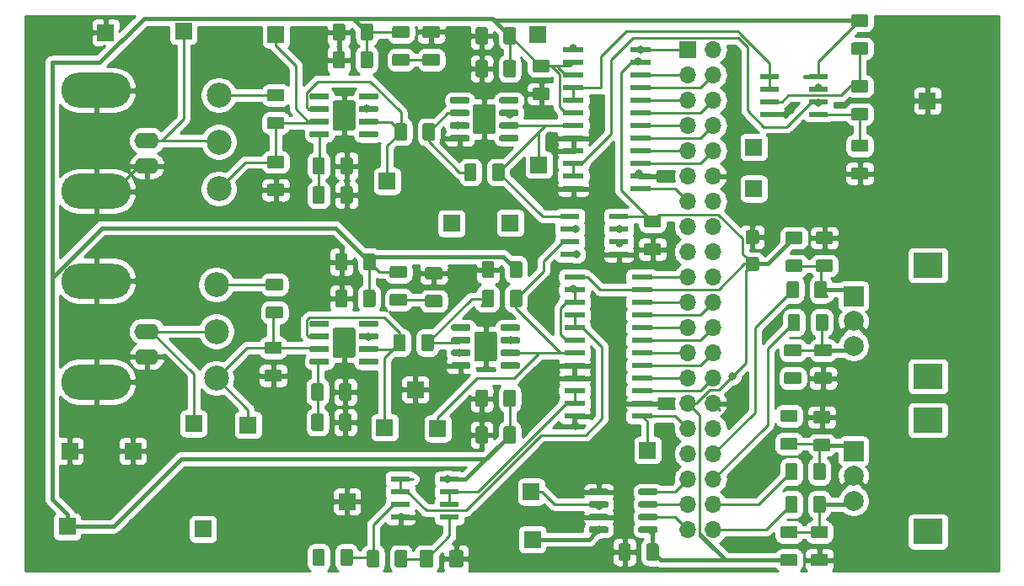
<source format=gtl>
G04 #@! TF.GenerationSoftware,KiCad,Pcbnew,(5.1.2)-1*
G04 #@! TF.CreationDate,2020-01-12T12:33:47-08:00*
G04 #@! TF.ProjectId,o-scope test,6f2d7363-6f70-4652-9074-6573742e6b69,v01*
G04 #@! TF.SameCoordinates,Original*
G04 #@! TF.FileFunction,Copper,L1,Top*
G04 #@! TF.FilePolarity,Positive*
%FSLAX46Y46*%
G04 Gerber Fmt 4.6, Leading zero omitted, Abs format (unit mm)*
G04 Created by KiCad (PCBNEW (5.1.2)-1) date 2020-01-12 12:33:47*
%MOMM*%
%LPD*%
G04 APERTURE LIST*
%ADD10R,1.981200X0.558800*%
%ADD11C,0.100000*%
%ADD12C,2.290000*%
%ADD13C,0.600000*%
%ADD14R,2.159000X0.558800*%
%ADD15R,1.700000X1.700000*%
%ADD16C,1.350000*%
%ADD17C,1.250000*%
%ADD18O,2.500000X1.600000*%
%ADD19O,7.000000X3.500000*%
%ADD20O,1.700000X1.700000*%
%ADD21C,1.425000*%
%ADD22C,2.500000*%
%ADD23R,3.000000X2.500000*%
%ADD24C,2.000000*%
%ADD25R,2.000000X2.000000*%
%ADD26C,0.800000*%
%ADD27C,0.250000*%
%ADD28C,0.381000*%
%ADD29C,0.254000*%
G04 APERTURE END LIST*
D10*
X158191200Y-93243400D03*
X158191200Y-94513400D03*
X158191200Y-95783400D03*
X158191200Y-97053400D03*
X163118800Y-97053400D03*
X163118800Y-95783400D03*
X163118800Y-94513400D03*
X163118800Y-93243400D03*
D11*
G36*
X136428505Y-104444604D02*
G01*
X136452773Y-104448204D01*
X136476572Y-104454165D01*
X136499671Y-104462430D01*
X136521850Y-104472920D01*
X136542893Y-104485532D01*
X136562599Y-104500147D01*
X136580777Y-104516623D01*
X136597253Y-104534801D01*
X136611868Y-104554507D01*
X136624480Y-104575550D01*
X136634970Y-104597729D01*
X136643235Y-104620828D01*
X136649196Y-104644627D01*
X136652796Y-104668895D01*
X136654000Y-104693399D01*
X136654000Y-107193401D01*
X136652796Y-107217905D01*
X136649196Y-107242173D01*
X136643235Y-107265972D01*
X136634970Y-107289071D01*
X136624480Y-107311250D01*
X136611868Y-107332293D01*
X136597253Y-107351999D01*
X136580777Y-107370177D01*
X136562599Y-107386653D01*
X136542893Y-107401268D01*
X136521850Y-107413880D01*
X136499671Y-107424370D01*
X136476572Y-107432635D01*
X136452773Y-107438596D01*
X136428505Y-107442196D01*
X136404001Y-107443400D01*
X134613999Y-107443400D01*
X134589495Y-107442196D01*
X134565227Y-107438596D01*
X134541428Y-107432635D01*
X134518329Y-107424370D01*
X134496150Y-107413880D01*
X134475107Y-107401268D01*
X134455401Y-107386653D01*
X134437223Y-107370177D01*
X134420747Y-107351999D01*
X134406132Y-107332293D01*
X134393520Y-107311250D01*
X134383030Y-107289071D01*
X134374765Y-107265972D01*
X134368804Y-107242173D01*
X134365204Y-107217905D01*
X134364000Y-107193401D01*
X134364000Y-104693399D01*
X134365204Y-104668895D01*
X134368804Y-104644627D01*
X134374765Y-104620828D01*
X134383030Y-104597729D01*
X134393520Y-104575550D01*
X134406132Y-104554507D01*
X134420747Y-104534801D01*
X134437223Y-104516623D01*
X134455401Y-104500147D01*
X134475107Y-104485532D01*
X134496150Y-104472920D01*
X134518329Y-104462430D01*
X134541428Y-104454165D01*
X134565227Y-104448204D01*
X134589495Y-104444604D01*
X134613999Y-104443400D01*
X136404001Y-104443400D01*
X136428505Y-104444604D01*
X136428505Y-104444604D01*
G37*
D12*
X135509000Y-105943400D03*
D11*
G36*
X133873703Y-103739122D02*
G01*
X133888264Y-103741282D01*
X133902543Y-103744859D01*
X133916403Y-103749818D01*
X133929710Y-103756112D01*
X133942336Y-103763680D01*
X133954159Y-103772448D01*
X133965066Y-103782334D01*
X133974952Y-103793241D01*
X133983720Y-103805064D01*
X133991288Y-103817690D01*
X133997582Y-103830997D01*
X134002541Y-103844857D01*
X134006118Y-103859136D01*
X134008278Y-103873697D01*
X134009000Y-103888400D01*
X134009000Y-104188400D01*
X134008278Y-104203103D01*
X134006118Y-104217664D01*
X134002541Y-104231943D01*
X133997582Y-104245803D01*
X133991288Y-104259110D01*
X133983720Y-104271736D01*
X133974952Y-104283559D01*
X133965066Y-104294466D01*
X133954159Y-104304352D01*
X133942336Y-104313120D01*
X133929710Y-104320688D01*
X133916403Y-104326982D01*
X133902543Y-104331941D01*
X133888264Y-104335518D01*
X133873703Y-104337678D01*
X133859000Y-104338400D01*
X132209000Y-104338400D01*
X132194297Y-104337678D01*
X132179736Y-104335518D01*
X132165457Y-104331941D01*
X132151597Y-104326982D01*
X132138290Y-104320688D01*
X132125664Y-104313120D01*
X132113841Y-104304352D01*
X132102934Y-104294466D01*
X132093048Y-104283559D01*
X132084280Y-104271736D01*
X132076712Y-104259110D01*
X132070418Y-104245803D01*
X132065459Y-104231943D01*
X132061882Y-104217664D01*
X132059722Y-104203103D01*
X132059000Y-104188400D01*
X132059000Y-103888400D01*
X132059722Y-103873697D01*
X132061882Y-103859136D01*
X132065459Y-103844857D01*
X132070418Y-103830997D01*
X132076712Y-103817690D01*
X132084280Y-103805064D01*
X132093048Y-103793241D01*
X132102934Y-103782334D01*
X132113841Y-103772448D01*
X132125664Y-103763680D01*
X132138290Y-103756112D01*
X132151597Y-103749818D01*
X132165457Y-103744859D01*
X132179736Y-103741282D01*
X132194297Y-103739122D01*
X132209000Y-103738400D01*
X133859000Y-103738400D01*
X133873703Y-103739122D01*
X133873703Y-103739122D01*
G37*
D13*
X133034000Y-104038400D03*
D11*
G36*
X133873703Y-105009122D02*
G01*
X133888264Y-105011282D01*
X133902543Y-105014859D01*
X133916403Y-105019818D01*
X133929710Y-105026112D01*
X133942336Y-105033680D01*
X133954159Y-105042448D01*
X133965066Y-105052334D01*
X133974952Y-105063241D01*
X133983720Y-105075064D01*
X133991288Y-105087690D01*
X133997582Y-105100997D01*
X134002541Y-105114857D01*
X134006118Y-105129136D01*
X134008278Y-105143697D01*
X134009000Y-105158400D01*
X134009000Y-105458400D01*
X134008278Y-105473103D01*
X134006118Y-105487664D01*
X134002541Y-105501943D01*
X133997582Y-105515803D01*
X133991288Y-105529110D01*
X133983720Y-105541736D01*
X133974952Y-105553559D01*
X133965066Y-105564466D01*
X133954159Y-105574352D01*
X133942336Y-105583120D01*
X133929710Y-105590688D01*
X133916403Y-105596982D01*
X133902543Y-105601941D01*
X133888264Y-105605518D01*
X133873703Y-105607678D01*
X133859000Y-105608400D01*
X132209000Y-105608400D01*
X132194297Y-105607678D01*
X132179736Y-105605518D01*
X132165457Y-105601941D01*
X132151597Y-105596982D01*
X132138290Y-105590688D01*
X132125664Y-105583120D01*
X132113841Y-105574352D01*
X132102934Y-105564466D01*
X132093048Y-105553559D01*
X132084280Y-105541736D01*
X132076712Y-105529110D01*
X132070418Y-105515803D01*
X132065459Y-105501943D01*
X132061882Y-105487664D01*
X132059722Y-105473103D01*
X132059000Y-105458400D01*
X132059000Y-105158400D01*
X132059722Y-105143697D01*
X132061882Y-105129136D01*
X132065459Y-105114857D01*
X132070418Y-105100997D01*
X132076712Y-105087690D01*
X132084280Y-105075064D01*
X132093048Y-105063241D01*
X132102934Y-105052334D01*
X132113841Y-105042448D01*
X132125664Y-105033680D01*
X132138290Y-105026112D01*
X132151597Y-105019818D01*
X132165457Y-105014859D01*
X132179736Y-105011282D01*
X132194297Y-105009122D01*
X132209000Y-105008400D01*
X133859000Y-105008400D01*
X133873703Y-105009122D01*
X133873703Y-105009122D01*
G37*
D13*
X133034000Y-105308400D03*
D11*
G36*
X133873703Y-106279122D02*
G01*
X133888264Y-106281282D01*
X133902543Y-106284859D01*
X133916403Y-106289818D01*
X133929710Y-106296112D01*
X133942336Y-106303680D01*
X133954159Y-106312448D01*
X133965066Y-106322334D01*
X133974952Y-106333241D01*
X133983720Y-106345064D01*
X133991288Y-106357690D01*
X133997582Y-106370997D01*
X134002541Y-106384857D01*
X134006118Y-106399136D01*
X134008278Y-106413697D01*
X134009000Y-106428400D01*
X134009000Y-106728400D01*
X134008278Y-106743103D01*
X134006118Y-106757664D01*
X134002541Y-106771943D01*
X133997582Y-106785803D01*
X133991288Y-106799110D01*
X133983720Y-106811736D01*
X133974952Y-106823559D01*
X133965066Y-106834466D01*
X133954159Y-106844352D01*
X133942336Y-106853120D01*
X133929710Y-106860688D01*
X133916403Y-106866982D01*
X133902543Y-106871941D01*
X133888264Y-106875518D01*
X133873703Y-106877678D01*
X133859000Y-106878400D01*
X132209000Y-106878400D01*
X132194297Y-106877678D01*
X132179736Y-106875518D01*
X132165457Y-106871941D01*
X132151597Y-106866982D01*
X132138290Y-106860688D01*
X132125664Y-106853120D01*
X132113841Y-106844352D01*
X132102934Y-106834466D01*
X132093048Y-106823559D01*
X132084280Y-106811736D01*
X132076712Y-106799110D01*
X132070418Y-106785803D01*
X132065459Y-106771943D01*
X132061882Y-106757664D01*
X132059722Y-106743103D01*
X132059000Y-106728400D01*
X132059000Y-106428400D01*
X132059722Y-106413697D01*
X132061882Y-106399136D01*
X132065459Y-106384857D01*
X132070418Y-106370997D01*
X132076712Y-106357690D01*
X132084280Y-106345064D01*
X132093048Y-106333241D01*
X132102934Y-106322334D01*
X132113841Y-106312448D01*
X132125664Y-106303680D01*
X132138290Y-106296112D01*
X132151597Y-106289818D01*
X132165457Y-106284859D01*
X132179736Y-106281282D01*
X132194297Y-106279122D01*
X132209000Y-106278400D01*
X133859000Y-106278400D01*
X133873703Y-106279122D01*
X133873703Y-106279122D01*
G37*
D13*
X133034000Y-106578400D03*
D11*
G36*
X133873703Y-107549122D02*
G01*
X133888264Y-107551282D01*
X133902543Y-107554859D01*
X133916403Y-107559818D01*
X133929710Y-107566112D01*
X133942336Y-107573680D01*
X133954159Y-107582448D01*
X133965066Y-107592334D01*
X133974952Y-107603241D01*
X133983720Y-107615064D01*
X133991288Y-107627690D01*
X133997582Y-107640997D01*
X134002541Y-107654857D01*
X134006118Y-107669136D01*
X134008278Y-107683697D01*
X134009000Y-107698400D01*
X134009000Y-107998400D01*
X134008278Y-108013103D01*
X134006118Y-108027664D01*
X134002541Y-108041943D01*
X133997582Y-108055803D01*
X133991288Y-108069110D01*
X133983720Y-108081736D01*
X133974952Y-108093559D01*
X133965066Y-108104466D01*
X133954159Y-108114352D01*
X133942336Y-108123120D01*
X133929710Y-108130688D01*
X133916403Y-108136982D01*
X133902543Y-108141941D01*
X133888264Y-108145518D01*
X133873703Y-108147678D01*
X133859000Y-108148400D01*
X132209000Y-108148400D01*
X132194297Y-108147678D01*
X132179736Y-108145518D01*
X132165457Y-108141941D01*
X132151597Y-108136982D01*
X132138290Y-108130688D01*
X132125664Y-108123120D01*
X132113841Y-108114352D01*
X132102934Y-108104466D01*
X132093048Y-108093559D01*
X132084280Y-108081736D01*
X132076712Y-108069110D01*
X132070418Y-108055803D01*
X132065459Y-108041943D01*
X132061882Y-108027664D01*
X132059722Y-108013103D01*
X132059000Y-107998400D01*
X132059000Y-107698400D01*
X132059722Y-107683697D01*
X132061882Y-107669136D01*
X132065459Y-107654857D01*
X132070418Y-107640997D01*
X132076712Y-107627690D01*
X132084280Y-107615064D01*
X132093048Y-107603241D01*
X132102934Y-107592334D01*
X132113841Y-107582448D01*
X132125664Y-107573680D01*
X132138290Y-107566112D01*
X132151597Y-107559818D01*
X132165457Y-107554859D01*
X132179736Y-107551282D01*
X132194297Y-107549122D01*
X132209000Y-107548400D01*
X133859000Y-107548400D01*
X133873703Y-107549122D01*
X133873703Y-107549122D01*
G37*
D13*
X133034000Y-107848400D03*
D11*
G36*
X138823703Y-107549122D02*
G01*
X138838264Y-107551282D01*
X138852543Y-107554859D01*
X138866403Y-107559818D01*
X138879710Y-107566112D01*
X138892336Y-107573680D01*
X138904159Y-107582448D01*
X138915066Y-107592334D01*
X138924952Y-107603241D01*
X138933720Y-107615064D01*
X138941288Y-107627690D01*
X138947582Y-107640997D01*
X138952541Y-107654857D01*
X138956118Y-107669136D01*
X138958278Y-107683697D01*
X138959000Y-107698400D01*
X138959000Y-107998400D01*
X138958278Y-108013103D01*
X138956118Y-108027664D01*
X138952541Y-108041943D01*
X138947582Y-108055803D01*
X138941288Y-108069110D01*
X138933720Y-108081736D01*
X138924952Y-108093559D01*
X138915066Y-108104466D01*
X138904159Y-108114352D01*
X138892336Y-108123120D01*
X138879710Y-108130688D01*
X138866403Y-108136982D01*
X138852543Y-108141941D01*
X138838264Y-108145518D01*
X138823703Y-108147678D01*
X138809000Y-108148400D01*
X137159000Y-108148400D01*
X137144297Y-108147678D01*
X137129736Y-108145518D01*
X137115457Y-108141941D01*
X137101597Y-108136982D01*
X137088290Y-108130688D01*
X137075664Y-108123120D01*
X137063841Y-108114352D01*
X137052934Y-108104466D01*
X137043048Y-108093559D01*
X137034280Y-108081736D01*
X137026712Y-108069110D01*
X137020418Y-108055803D01*
X137015459Y-108041943D01*
X137011882Y-108027664D01*
X137009722Y-108013103D01*
X137009000Y-107998400D01*
X137009000Y-107698400D01*
X137009722Y-107683697D01*
X137011882Y-107669136D01*
X137015459Y-107654857D01*
X137020418Y-107640997D01*
X137026712Y-107627690D01*
X137034280Y-107615064D01*
X137043048Y-107603241D01*
X137052934Y-107592334D01*
X137063841Y-107582448D01*
X137075664Y-107573680D01*
X137088290Y-107566112D01*
X137101597Y-107559818D01*
X137115457Y-107554859D01*
X137129736Y-107551282D01*
X137144297Y-107549122D01*
X137159000Y-107548400D01*
X138809000Y-107548400D01*
X138823703Y-107549122D01*
X138823703Y-107549122D01*
G37*
D13*
X137984000Y-107848400D03*
D11*
G36*
X138823703Y-106279122D02*
G01*
X138838264Y-106281282D01*
X138852543Y-106284859D01*
X138866403Y-106289818D01*
X138879710Y-106296112D01*
X138892336Y-106303680D01*
X138904159Y-106312448D01*
X138915066Y-106322334D01*
X138924952Y-106333241D01*
X138933720Y-106345064D01*
X138941288Y-106357690D01*
X138947582Y-106370997D01*
X138952541Y-106384857D01*
X138956118Y-106399136D01*
X138958278Y-106413697D01*
X138959000Y-106428400D01*
X138959000Y-106728400D01*
X138958278Y-106743103D01*
X138956118Y-106757664D01*
X138952541Y-106771943D01*
X138947582Y-106785803D01*
X138941288Y-106799110D01*
X138933720Y-106811736D01*
X138924952Y-106823559D01*
X138915066Y-106834466D01*
X138904159Y-106844352D01*
X138892336Y-106853120D01*
X138879710Y-106860688D01*
X138866403Y-106866982D01*
X138852543Y-106871941D01*
X138838264Y-106875518D01*
X138823703Y-106877678D01*
X138809000Y-106878400D01*
X137159000Y-106878400D01*
X137144297Y-106877678D01*
X137129736Y-106875518D01*
X137115457Y-106871941D01*
X137101597Y-106866982D01*
X137088290Y-106860688D01*
X137075664Y-106853120D01*
X137063841Y-106844352D01*
X137052934Y-106834466D01*
X137043048Y-106823559D01*
X137034280Y-106811736D01*
X137026712Y-106799110D01*
X137020418Y-106785803D01*
X137015459Y-106771943D01*
X137011882Y-106757664D01*
X137009722Y-106743103D01*
X137009000Y-106728400D01*
X137009000Y-106428400D01*
X137009722Y-106413697D01*
X137011882Y-106399136D01*
X137015459Y-106384857D01*
X137020418Y-106370997D01*
X137026712Y-106357690D01*
X137034280Y-106345064D01*
X137043048Y-106333241D01*
X137052934Y-106322334D01*
X137063841Y-106312448D01*
X137075664Y-106303680D01*
X137088290Y-106296112D01*
X137101597Y-106289818D01*
X137115457Y-106284859D01*
X137129736Y-106281282D01*
X137144297Y-106279122D01*
X137159000Y-106278400D01*
X138809000Y-106278400D01*
X138823703Y-106279122D01*
X138823703Y-106279122D01*
G37*
D13*
X137984000Y-106578400D03*
D11*
G36*
X138823703Y-105009122D02*
G01*
X138838264Y-105011282D01*
X138852543Y-105014859D01*
X138866403Y-105019818D01*
X138879710Y-105026112D01*
X138892336Y-105033680D01*
X138904159Y-105042448D01*
X138915066Y-105052334D01*
X138924952Y-105063241D01*
X138933720Y-105075064D01*
X138941288Y-105087690D01*
X138947582Y-105100997D01*
X138952541Y-105114857D01*
X138956118Y-105129136D01*
X138958278Y-105143697D01*
X138959000Y-105158400D01*
X138959000Y-105458400D01*
X138958278Y-105473103D01*
X138956118Y-105487664D01*
X138952541Y-105501943D01*
X138947582Y-105515803D01*
X138941288Y-105529110D01*
X138933720Y-105541736D01*
X138924952Y-105553559D01*
X138915066Y-105564466D01*
X138904159Y-105574352D01*
X138892336Y-105583120D01*
X138879710Y-105590688D01*
X138866403Y-105596982D01*
X138852543Y-105601941D01*
X138838264Y-105605518D01*
X138823703Y-105607678D01*
X138809000Y-105608400D01*
X137159000Y-105608400D01*
X137144297Y-105607678D01*
X137129736Y-105605518D01*
X137115457Y-105601941D01*
X137101597Y-105596982D01*
X137088290Y-105590688D01*
X137075664Y-105583120D01*
X137063841Y-105574352D01*
X137052934Y-105564466D01*
X137043048Y-105553559D01*
X137034280Y-105541736D01*
X137026712Y-105529110D01*
X137020418Y-105515803D01*
X137015459Y-105501943D01*
X137011882Y-105487664D01*
X137009722Y-105473103D01*
X137009000Y-105458400D01*
X137009000Y-105158400D01*
X137009722Y-105143697D01*
X137011882Y-105129136D01*
X137015459Y-105114857D01*
X137020418Y-105100997D01*
X137026712Y-105087690D01*
X137034280Y-105075064D01*
X137043048Y-105063241D01*
X137052934Y-105052334D01*
X137063841Y-105042448D01*
X137075664Y-105033680D01*
X137088290Y-105026112D01*
X137101597Y-105019818D01*
X137115457Y-105014859D01*
X137129736Y-105011282D01*
X137144297Y-105009122D01*
X137159000Y-105008400D01*
X138809000Y-105008400D01*
X138823703Y-105009122D01*
X138823703Y-105009122D01*
G37*
D13*
X137984000Y-105308400D03*
D11*
G36*
X138823703Y-103739122D02*
G01*
X138838264Y-103741282D01*
X138852543Y-103744859D01*
X138866403Y-103749818D01*
X138879710Y-103756112D01*
X138892336Y-103763680D01*
X138904159Y-103772448D01*
X138915066Y-103782334D01*
X138924952Y-103793241D01*
X138933720Y-103805064D01*
X138941288Y-103817690D01*
X138947582Y-103830997D01*
X138952541Y-103844857D01*
X138956118Y-103859136D01*
X138958278Y-103873697D01*
X138959000Y-103888400D01*
X138959000Y-104188400D01*
X138958278Y-104203103D01*
X138956118Y-104217664D01*
X138952541Y-104231943D01*
X138947582Y-104245803D01*
X138941288Y-104259110D01*
X138933720Y-104271736D01*
X138924952Y-104283559D01*
X138915066Y-104294466D01*
X138904159Y-104304352D01*
X138892336Y-104313120D01*
X138879710Y-104320688D01*
X138866403Y-104326982D01*
X138852543Y-104331941D01*
X138838264Y-104335518D01*
X138823703Y-104337678D01*
X138809000Y-104338400D01*
X137159000Y-104338400D01*
X137144297Y-104337678D01*
X137129736Y-104335518D01*
X137115457Y-104331941D01*
X137101597Y-104326982D01*
X137088290Y-104320688D01*
X137075664Y-104313120D01*
X137063841Y-104304352D01*
X137052934Y-104294466D01*
X137043048Y-104283559D01*
X137034280Y-104271736D01*
X137026712Y-104259110D01*
X137020418Y-104245803D01*
X137015459Y-104231943D01*
X137011882Y-104217664D01*
X137009722Y-104203103D01*
X137009000Y-104188400D01*
X137009000Y-103888400D01*
X137009722Y-103873697D01*
X137011882Y-103859136D01*
X137015459Y-103844857D01*
X137020418Y-103830997D01*
X137026712Y-103817690D01*
X137034280Y-103805064D01*
X137043048Y-103793241D01*
X137052934Y-103782334D01*
X137063841Y-103772448D01*
X137075664Y-103763680D01*
X137088290Y-103756112D01*
X137101597Y-103749818D01*
X137115457Y-103744859D01*
X137129736Y-103741282D01*
X137144297Y-103739122D01*
X137159000Y-103738400D01*
X138809000Y-103738400D01*
X138823703Y-103739122D01*
X138823703Y-103739122D01*
G37*
D13*
X137984000Y-104038400D03*
D11*
G36*
X153047703Y-104120122D02*
G01*
X153062264Y-104122282D01*
X153076543Y-104125859D01*
X153090403Y-104130818D01*
X153103710Y-104137112D01*
X153116336Y-104144680D01*
X153128159Y-104153448D01*
X153139066Y-104163334D01*
X153148952Y-104174241D01*
X153157720Y-104186064D01*
X153165288Y-104198690D01*
X153171582Y-104211997D01*
X153176541Y-104225857D01*
X153180118Y-104240136D01*
X153182278Y-104254697D01*
X153183000Y-104269400D01*
X153183000Y-104569400D01*
X153182278Y-104584103D01*
X153180118Y-104598664D01*
X153176541Y-104612943D01*
X153171582Y-104626803D01*
X153165288Y-104640110D01*
X153157720Y-104652736D01*
X153148952Y-104664559D01*
X153139066Y-104675466D01*
X153128159Y-104685352D01*
X153116336Y-104694120D01*
X153103710Y-104701688D01*
X153090403Y-104707982D01*
X153076543Y-104712941D01*
X153062264Y-104716518D01*
X153047703Y-104718678D01*
X153033000Y-104719400D01*
X151383000Y-104719400D01*
X151368297Y-104718678D01*
X151353736Y-104716518D01*
X151339457Y-104712941D01*
X151325597Y-104707982D01*
X151312290Y-104701688D01*
X151299664Y-104694120D01*
X151287841Y-104685352D01*
X151276934Y-104675466D01*
X151267048Y-104664559D01*
X151258280Y-104652736D01*
X151250712Y-104640110D01*
X151244418Y-104626803D01*
X151239459Y-104612943D01*
X151235882Y-104598664D01*
X151233722Y-104584103D01*
X151233000Y-104569400D01*
X151233000Y-104269400D01*
X151233722Y-104254697D01*
X151235882Y-104240136D01*
X151239459Y-104225857D01*
X151244418Y-104211997D01*
X151250712Y-104198690D01*
X151258280Y-104186064D01*
X151267048Y-104174241D01*
X151276934Y-104163334D01*
X151287841Y-104153448D01*
X151299664Y-104144680D01*
X151312290Y-104137112D01*
X151325597Y-104130818D01*
X151339457Y-104125859D01*
X151353736Y-104122282D01*
X151368297Y-104120122D01*
X151383000Y-104119400D01*
X153033000Y-104119400D01*
X153047703Y-104120122D01*
X153047703Y-104120122D01*
G37*
D13*
X152208000Y-104419400D03*
D11*
G36*
X153047703Y-105390122D02*
G01*
X153062264Y-105392282D01*
X153076543Y-105395859D01*
X153090403Y-105400818D01*
X153103710Y-105407112D01*
X153116336Y-105414680D01*
X153128159Y-105423448D01*
X153139066Y-105433334D01*
X153148952Y-105444241D01*
X153157720Y-105456064D01*
X153165288Y-105468690D01*
X153171582Y-105481997D01*
X153176541Y-105495857D01*
X153180118Y-105510136D01*
X153182278Y-105524697D01*
X153183000Y-105539400D01*
X153183000Y-105839400D01*
X153182278Y-105854103D01*
X153180118Y-105868664D01*
X153176541Y-105882943D01*
X153171582Y-105896803D01*
X153165288Y-105910110D01*
X153157720Y-105922736D01*
X153148952Y-105934559D01*
X153139066Y-105945466D01*
X153128159Y-105955352D01*
X153116336Y-105964120D01*
X153103710Y-105971688D01*
X153090403Y-105977982D01*
X153076543Y-105982941D01*
X153062264Y-105986518D01*
X153047703Y-105988678D01*
X153033000Y-105989400D01*
X151383000Y-105989400D01*
X151368297Y-105988678D01*
X151353736Y-105986518D01*
X151339457Y-105982941D01*
X151325597Y-105977982D01*
X151312290Y-105971688D01*
X151299664Y-105964120D01*
X151287841Y-105955352D01*
X151276934Y-105945466D01*
X151267048Y-105934559D01*
X151258280Y-105922736D01*
X151250712Y-105910110D01*
X151244418Y-105896803D01*
X151239459Y-105882943D01*
X151235882Y-105868664D01*
X151233722Y-105854103D01*
X151233000Y-105839400D01*
X151233000Y-105539400D01*
X151233722Y-105524697D01*
X151235882Y-105510136D01*
X151239459Y-105495857D01*
X151244418Y-105481997D01*
X151250712Y-105468690D01*
X151258280Y-105456064D01*
X151267048Y-105444241D01*
X151276934Y-105433334D01*
X151287841Y-105423448D01*
X151299664Y-105414680D01*
X151312290Y-105407112D01*
X151325597Y-105400818D01*
X151339457Y-105395859D01*
X151353736Y-105392282D01*
X151368297Y-105390122D01*
X151383000Y-105389400D01*
X153033000Y-105389400D01*
X153047703Y-105390122D01*
X153047703Y-105390122D01*
G37*
D13*
X152208000Y-105689400D03*
D11*
G36*
X153047703Y-106660122D02*
G01*
X153062264Y-106662282D01*
X153076543Y-106665859D01*
X153090403Y-106670818D01*
X153103710Y-106677112D01*
X153116336Y-106684680D01*
X153128159Y-106693448D01*
X153139066Y-106703334D01*
X153148952Y-106714241D01*
X153157720Y-106726064D01*
X153165288Y-106738690D01*
X153171582Y-106751997D01*
X153176541Y-106765857D01*
X153180118Y-106780136D01*
X153182278Y-106794697D01*
X153183000Y-106809400D01*
X153183000Y-107109400D01*
X153182278Y-107124103D01*
X153180118Y-107138664D01*
X153176541Y-107152943D01*
X153171582Y-107166803D01*
X153165288Y-107180110D01*
X153157720Y-107192736D01*
X153148952Y-107204559D01*
X153139066Y-107215466D01*
X153128159Y-107225352D01*
X153116336Y-107234120D01*
X153103710Y-107241688D01*
X153090403Y-107247982D01*
X153076543Y-107252941D01*
X153062264Y-107256518D01*
X153047703Y-107258678D01*
X153033000Y-107259400D01*
X151383000Y-107259400D01*
X151368297Y-107258678D01*
X151353736Y-107256518D01*
X151339457Y-107252941D01*
X151325597Y-107247982D01*
X151312290Y-107241688D01*
X151299664Y-107234120D01*
X151287841Y-107225352D01*
X151276934Y-107215466D01*
X151267048Y-107204559D01*
X151258280Y-107192736D01*
X151250712Y-107180110D01*
X151244418Y-107166803D01*
X151239459Y-107152943D01*
X151235882Y-107138664D01*
X151233722Y-107124103D01*
X151233000Y-107109400D01*
X151233000Y-106809400D01*
X151233722Y-106794697D01*
X151235882Y-106780136D01*
X151239459Y-106765857D01*
X151244418Y-106751997D01*
X151250712Y-106738690D01*
X151258280Y-106726064D01*
X151267048Y-106714241D01*
X151276934Y-106703334D01*
X151287841Y-106693448D01*
X151299664Y-106684680D01*
X151312290Y-106677112D01*
X151325597Y-106670818D01*
X151339457Y-106665859D01*
X151353736Y-106662282D01*
X151368297Y-106660122D01*
X151383000Y-106659400D01*
X153033000Y-106659400D01*
X153047703Y-106660122D01*
X153047703Y-106660122D01*
G37*
D13*
X152208000Y-106959400D03*
D11*
G36*
X153047703Y-107930122D02*
G01*
X153062264Y-107932282D01*
X153076543Y-107935859D01*
X153090403Y-107940818D01*
X153103710Y-107947112D01*
X153116336Y-107954680D01*
X153128159Y-107963448D01*
X153139066Y-107973334D01*
X153148952Y-107984241D01*
X153157720Y-107996064D01*
X153165288Y-108008690D01*
X153171582Y-108021997D01*
X153176541Y-108035857D01*
X153180118Y-108050136D01*
X153182278Y-108064697D01*
X153183000Y-108079400D01*
X153183000Y-108379400D01*
X153182278Y-108394103D01*
X153180118Y-108408664D01*
X153176541Y-108422943D01*
X153171582Y-108436803D01*
X153165288Y-108450110D01*
X153157720Y-108462736D01*
X153148952Y-108474559D01*
X153139066Y-108485466D01*
X153128159Y-108495352D01*
X153116336Y-108504120D01*
X153103710Y-108511688D01*
X153090403Y-108517982D01*
X153076543Y-108522941D01*
X153062264Y-108526518D01*
X153047703Y-108528678D01*
X153033000Y-108529400D01*
X151383000Y-108529400D01*
X151368297Y-108528678D01*
X151353736Y-108526518D01*
X151339457Y-108522941D01*
X151325597Y-108517982D01*
X151312290Y-108511688D01*
X151299664Y-108504120D01*
X151287841Y-108495352D01*
X151276934Y-108485466D01*
X151267048Y-108474559D01*
X151258280Y-108462736D01*
X151250712Y-108450110D01*
X151244418Y-108436803D01*
X151239459Y-108422943D01*
X151235882Y-108408664D01*
X151233722Y-108394103D01*
X151233000Y-108379400D01*
X151233000Y-108079400D01*
X151233722Y-108064697D01*
X151235882Y-108050136D01*
X151239459Y-108035857D01*
X151244418Y-108021997D01*
X151250712Y-108008690D01*
X151258280Y-107996064D01*
X151267048Y-107984241D01*
X151276934Y-107973334D01*
X151287841Y-107963448D01*
X151299664Y-107954680D01*
X151312290Y-107947112D01*
X151325597Y-107940818D01*
X151339457Y-107935859D01*
X151353736Y-107932282D01*
X151368297Y-107930122D01*
X151383000Y-107929400D01*
X153033000Y-107929400D01*
X153047703Y-107930122D01*
X153047703Y-107930122D01*
G37*
D13*
X152208000Y-108229400D03*
D11*
G36*
X148097703Y-107930122D02*
G01*
X148112264Y-107932282D01*
X148126543Y-107935859D01*
X148140403Y-107940818D01*
X148153710Y-107947112D01*
X148166336Y-107954680D01*
X148178159Y-107963448D01*
X148189066Y-107973334D01*
X148198952Y-107984241D01*
X148207720Y-107996064D01*
X148215288Y-108008690D01*
X148221582Y-108021997D01*
X148226541Y-108035857D01*
X148230118Y-108050136D01*
X148232278Y-108064697D01*
X148233000Y-108079400D01*
X148233000Y-108379400D01*
X148232278Y-108394103D01*
X148230118Y-108408664D01*
X148226541Y-108422943D01*
X148221582Y-108436803D01*
X148215288Y-108450110D01*
X148207720Y-108462736D01*
X148198952Y-108474559D01*
X148189066Y-108485466D01*
X148178159Y-108495352D01*
X148166336Y-108504120D01*
X148153710Y-108511688D01*
X148140403Y-108517982D01*
X148126543Y-108522941D01*
X148112264Y-108526518D01*
X148097703Y-108528678D01*
X148083000Y-108529400D01*
X146433000Y-108529400D01*
X146418297Y-108528678D01*
X146403736Y-108526518D01*
X146389457Y-108522941D01*
X146375597Y-108517982D01*
X146362290Y-108511688D01*
X146349664Y-108504120D01*
X146337841Y-108495352D01*
X146326934Y-108485466D01*
X146317048Y-108474559D01*
X146308280Y-108462736D01*
X146300712Y-108450110D01*
X146294418Y-108436803D01*
X146289459Y-108422943D01*
X146285882Y-108408664D01*
X146283722Y-108394103D01*
X146283000Y-108379400D01*
X146283000Y-108079400D01*
X146283722Y-108064697D01*
X146285882Y-108050136D01*
X146289459Y-108035857D01*
X146294418Y-108021997D01*
X146300712Y-108008690D01*
X146308280Y-107996064D01*
X146317048Y-107984241D01*
X146326934Y-107973334D01*
X146337841Y-107963448D01*
X146349664Y-107954680D01*
X146362290Y-107947112D01*
X146375597Y-107940818D01*
X146389457Y-107935859D01*
X146403736Y-107932282D01*
X146418297Y-107930122D01*
X146433000Y-107929400D01*
X148083000Y-107929400D01*
X148097703Y-107930122D01*
X148097703Y-107930122D01*
G37*
D13*
X147258000Y-108229400D03*
D11*
G36*
X148097703Y-106660122D02*
G01*
X148112264Y-106662282D01*
X148126543Y-106665859D01*
X148140403Y-106670818D01*
X148153710Y-106677112D01*
X148166336Y-106684680D01*
X148178159Y-106693448D01*
X148189066Y-106703334D01*
X148198952Y-106714241D01*
X148207720Y-106726064D01*
X148215288Y-106738690D01*
X148221582Y-106751997D01*
X148226541Y-106765857D01*
X148230118Y-106780136D01*
X148232278Y-106794697D01*
X148233000Y-106809400D01*
X148233000Y-107109400D01*
X148232278Y-107124103D01*
X148230118Y-107138664D01*
X148226541Y-107152943D01*
X148221582Y-107166803D01*
X148215288Y-107180110D01*
X148207720Y-107192736D01*
X148198952Y-107204559D01*
X148189066Y-107215466D01*
X148178159Y-107225352D01*
X148166336Y-107234120D01*
X148153710Y-107241688D01*
X148140403Y-107247982D01*
X148126543Y-107252941D01*
X148112264Y-107256518D01*
X148097703Y-107258678D01*
X148083000Y-107259400D01*
X146433000Y-107259400D01*
X146418297Y-107258678D01*
X146403736Y-107256518D01*
X146389457Y-107252941D01*
X146375597Y-107247982D01*
X146362290Y-107241688D01*
X146349664Y-107234120D01*
X146337841Y-107225352D01*
X146326934Y-107215466D01*
X146317048Y-107204559D01*
X146308280Y-107192736D01*
X146300712Y-107180110D01*
X146294418Y-107166803D01*
X146289459Y-107152943D01*
X146285882Y-107138664D01*
X146283722Y-107124103D01*
X146283000Y-107109400D01*
X146283000Y-106809400D01*
X146283722Y-106794697D01*
X146285882Y-106780136D01*
X146289459Y-106765857D01*
X146294418Y-106751997D01*
X146300712Y-106738690D01*
X146308280Y-106726064D01*
X146317048Y-106714241D01*
X146326934Y-106703334D01*
X146337841Y-106693448D01*
X146349664Y-106684680D01*
X146362290Y-106677112D01*
X146375597Y-106670818D01*
X146389457Y-106665859D01*
X146403736Y-106662282D01*
X146418297Y-106660122D01*
X146433000Y-106659400D01*
X148083000Y-106659400D01*
X148097703Y-106660122D01*
X148097703Y-106660122D01*
G37*
D13*
X147258000Y-106959400D03*
D11*
G36*
X148097703Y-105390122D02*
G01*
X148112264Y-105392282D01*
X148126543Y-105395859D01*
X148140403Y-105400818D01*
X148153710Y-105407112D01*
X148166336Y-105414680D01*
X148178159Y-105423448D01*
X148189066Y-105433334D01*
X148198952Y-105444241D01*
X148207720Y-105456064D01*
X148215288Y-105468690D01*
X148221582Y-105481997D01*
X148226541Y-105495857D01*
X148230118Y-105510136D01*
X148232278Y-105524697D01*
X148233000Y-105539400D01*
X148233000Y-105839400D01*
X148232278Y-105854103D01*
X148230118Y-105868664D01*
X148226541Y-105882943D01*
X148221582Y-105896803D01*
X148215288Y-105910110D01*
X148207720Y-105922736D01*
X148198952Y-105934559D01*
X148189066Y-105945466D01*
X148178159Y-105955352D01*
X148166336Y-105964120D01*
X148153710Y-105971688D01*
X148140403Y-105977982D01*
X148126543Y-105982941D01*
X148112264Y-105986518D01*
X148097703Y-105988678D01*
X148083000Y-105989400D01*
X146433000Y-105989400D01*
X146418297Y-105988678D01*
X146403736Y-105986518D01*
X146389457Y-105982941D01*
X146375597Y-105977982D01*
X146362290Y-105971688D01*
X146349664Y-105964120D01*
X146337841Y-105955352D01*
X146326934Y-105945466D01*
X146317048Y-105934559D01*
X146308280Y-105922736D01*
X146300712Y-105910110D01*
X146294418Y-105896803D01*
X146289459Y-105882943D01*
X146285882Y-105868664D01*
X146283722Y-105854103D01*
X146283000Y-105839400D01*
X146283000Y-105539400D01*
X146283722Y-105524697D01*
X146285882Y-105510136D01*
X146289459Y-105495857D01*
X146294418Y-105481997D01*
X146300712Y-105468690D01*
X146308280Y-105456064D01*
X146317048Y-105444241D01*
X146326934Y-105433334D01*
X146337841Y-105423448D01*
X146349664Y-105414680D01*
X146362290Y-105407112D01*
X146375597Y-105400818D01*
X146389457Y-105395859D01*
X146403736Y-105392282D01*
X146418297Y-105390122D01*
X146433000Y-105389400D01*
X148083000Y-105389400D01*
X148097703Y-105390122D01*
X148097703Y-105390122D01*
G37*
D13*
X147258000Y-105689400D03*
D11*
G36*
X148097703Y-104120122D02*
G01*
X148112264Y-104122282D01*
X148126543Y-104125859D01*
X148140403Y-104130818D01*
X148153710Y-104137112D01*
X148166336Y-104144680D01*
X148178159Y-104153448D01*
X148189066Y-104163334D01*
X148198952Y-104174241D01*
X148207720Y-104186064D01*
X148215288Y-104198690D01*
X148221582Y-104211997D01*
X148226541Y-104225857D01*
X148230118Y-104240136D01*
X148232278Y-104254697D01*
X148233000Y-104269400D01*
X148233000Y-104569400D01*
X148232278Y-104584103D01*
X148230118Y-104598664D01*
X148226541Y-104612943D01*
X148221582Y-104626803D01*
X148215288Y-104640110D01*
X148207720Y-104652736D01*
X148198952Y-104664559D01*
X148189066Y-104675466D01*
X148178159Y-104685352D01*
X148166336Y-104694120D01*
X148153710Y-104701688D01*
X148140403Y-104707982D01*
X148126543Y-104712941D01*
X148112264Y-104716518D01*
X148097703Y-104718678D01*
X148083000Y-104719400D01*
X146433000Y-104719400D01*
X146418297Y-104718678D01*
X146403736Y-104716518D01*
X146389457Y-104712941D01*
X146375597Y-104707982D01*
X146362290Y-104701688D01*
X146349664Y-104694120D01*
X146337841Y-104685352D01*
X146326934Y-104675466D01*
X146317048Y-104664559D01*
X146308280Y-104652736D01*
X146300712Y-104640110D01*
X146294418Y-104626803D01*
X146289459Y-104612943D01*
X146285882Y-104598664D01*
X146283722Y-104584103D01*
X146283000Y-104569400D01*
X146283000Y-104269400D01*
X146283722Y-104254697D01*
X146285882Y-104240136D01*
X146289459Y-104225857D01*
X146294418Y-104211997D01*
X146300712Y-104198690D01*
X146308280Y-104186064D01*
X146317048Y-104174241D01*
X146326934Y-104163334D01*
X146337841Y-104153448D01*
X146349664Y-104144680D01*
X146362290Y-104137112D01*
X146375597Y-104130818D01*
X146389457Y-104125859D01*
X146403736Y-104122282D01*
X146418297Y-104120122D01*
X146433000Y-104119400D01*
X148083000Y-104119400D01*
X148097703Y-104120122D01*
X148097703Y-104120122D01*
G37*
D13*
X147258000Y-104419400D03*
D11*
G36*
X150652505Y-104825604D02*
G01*
X150676773Y-104829204D01*
X150700572Y-104835165D01*
X150723671Y-104843430D01*
X150745850Y-104853920D01*
X150766893Y-104866532D01*
X150786599Y-104881147D01*
X150804777Y-104897623D01*
X150821253Y-104915801D01*
X150835868Y-104935507D01*
X150848480Y-104956550D01*
X150858970Y-104978729D01*
X150867235Y-105001828D01*
X150873196Y-105025627D01*
X150876796Y-105049895D01*
X150878000Y-105074399D01*
X150878000Y-107574401D01*
X150876796Y-107598905D01*
X150873196Y-107623173D01*
X150867235Y-107646972D01*
X150858970Y-107670071D01*
X150848480Y-107692250D01*
X150835868Y-107713293D01*
X150821253Y-107732999D01*
X150804777Y-107751177D01*
X150786599Y-107767653D01*
X150766893Y-107782268D01*
X150745850Y-107794880D01*
X150723671Y-107805370D01*
X150700572Y-107813635D01*
X150676773Y-107819596D01*
X150652505Y-107823196D01*
X150628001Y-107824400D01*
X148837999Y-107824400D01*
X148813495Y-107823196D01*
X148789227Y-107819596D01*
X148765428Y-107813635D01*
X148742329Y-107805370D01*
X148720150Y-107794880D01*
X148699107Y-107782268D01*
X148679401Y-107767653D01*
X148661223Y-107751177D01*
X148644747Y-107732999D01*
X148630132Y-107713293D01*
X148617520Y-107692250D01*
X148607030Y-107670071D01*
X148598765Y-107646972D01*
X148592804Y-107623173D01*
X148589204Y-107598905D01*
X148588000Y-107574401D01*
X148588000Y-105074399D01*
X148589204Y-105049895D01*
X148592804Y-105025627D01*
X148598765Y-105001828D01*
X148607030Y-104978729D01*
X148617520Y-104956550D01*
X148630132Y-104935507D01*
X148644747Y-104915801D01*
X148661223Y-104897623D01*
X148679401Y-104881147D01*
X148699107Y-104866532D01*
X148720150Y-104853920D01*
X148742329Y-104843430D01*
X148765428Y-104835165D01*
X148789227Y-104829204D01*
X148813495Y-104825604D01*
X148837999Y-104824400D01*
X150628001Y-104824400D01*
X150652505Y-104825604D01*
X150652505Y-104825604D01*
G37*
D12*
X149733000Y-106324400D03*
D11*
G36*
X150525505Y-81965604D02*
G01*
X150549773Y-81969204D01*
X150573572Y-81975165D01*
X150596671Y-81983430D01*
X150618850Y-81993920D01*
X150639893Y-82006532D01*
X150659599Y-82021147D01*
X150677777Y-82037623D01*
X150694253Y-82055801D01*
X150708868Y-82075507D01*
X150721480Y-82096550D01*
X150731970Y-82118729D01*
X150740235Y-82141828D01*
X150746196Y-82165627D01*
X150749796Y-82189895D01*
X150751000Y-82214399D01*
X150751000Y-84714401D01*
X150749796Y-84738905D01*
X150746196Y-84763173D01*
X150740235Y-84786972D01*
X150731970Y-84810071D01*
X150721480Y-84832250D01*
X150708868Y-84853293D01*
X150694253Y-84872999D01*
X150677777Y-84891177D01*
X150659599Y-84907653D01*
X150639893Y-84922268D01*
X150618850Y-84934880D01*
X150596671Y-84945370D01*
X150573572Y-84953635D01*
X150549773Y-84959596D01*
X150525505Y-84963196D01*
X150501001Y-84964400D01*
X148710999Y-84964400D01*
X148686495Y-84963196D01*
X148662227Y-84959596D01*
X148638428Y-84953635D01*
X148615329Y-84945370D01*
X148593150Y-84934880D01*
X148572107Y-84922268D01*
X148552401Y-84907653D01*
X148534223Y-84891177D01*
X148517747Y-84872999D01*
X148503132Y-84853293D01*
X148490520Y-84832250D01*
X148480030Y-84810071D01*
X148471765Y-84786972D01*
X148465804Y-84763173D01*
X148462204Y-84738905D01*
X148461000Y-84714401D01*
X148461000Y-82214399D01*
X148462204Y-82189895D01*
X148465804Y-82165627D01*
X148471765Y-82141828D01*
X148480030Y-82118729D01*
X148490520Y-82096550D01*
X148503132Y-82075507D01*
X148517747Y-82055801D01*
X148534223Y-82037623D01*
X148552401Y-82021147D01*
X148572107Y-82006532D01*
X148593150Y-81993920D01*
X148615329Y-81983430D01*
X148638428Y-81975165D01*
X148662227Y-81969204D01*
X148686495Y-81965604D01*
X148710999Y-81964400D01*
X150501001Y-81964400D01*
X150525505Y-81965604D01*
X150525505Y-81965604D01*
G37*
D12*
X149606000Y-83464400D03*
D11*
G36*
X147970703Y-81260122D02*
G01*
X147985264Y-81262282D01*
X147999543Y-81265859D01*
X148013403Y-81270818D01*
X148026710Y-81277112D01*
X148039336Y-81284680D01*
X148051159Y-81293448D01*
X148062066Y-81303334D01*
X148071952Y-81314241D01*
X148080720Y-81326064D01*
X148088288Y-81338690D01*
X148094582Y-81351997D01*
X148099541Y-81365857D01*
X148103118Y-81380136D01*
X148105278Y-81394697D01*
X148106000Y-81409400D01*
X148106000Y-81709400D01*
X148105278Y-81724103D01*
X148103118Y-81738664D01*
X148099541Y-81752943D01*
X148094582Y-81766803D01*
X148088288Y-81780110D01*
X148080720Y-81792736D01*
X148071952Y-81804559D01*
X148062066Y-81815466D01*
X148051159Y-81825352D01*
X148039336Y-81834120D01*
X148026710Y-81841688D01*
X148013403Y-81847982D01*
X147999543Y-81852941D01*
X147985264Y-81856518D01*
X147970703Y-81858678D01*
X147956000Y-81859400D01*
X146306000Y-81859400D01*
X146291297Y-81858678D01*
X146276736Y-81856518D01*
X146262457Y-81852941D01*
X146248597Y-81847982D01*
X146235290Y-81841688D01*
X146222664Y-81834120D01*
X146210841Y-81825352D01*
X146199934Y-81815466D01*
X146190048Y-81804559D01*
X146181280Y-81792736D01*
X146173712Y-81780110D01*
X146167418Y-81766803D01*
X146162459Y-81752943D01*
X146158882Y-81738664D01*
X146156722Y-81724103D01*
X146156000Y-81709400D01*
X146156000Y-81409400D01*
X146156722Y-81394697D01*
X146158882Y-81380136D01*
X146162459Y-81365857D01*
X146167418Y-81351997D01*
X146173712Y-81338690D01*
X146181280Y-81326064D01*
X146190048Y-81314241D01*
X146199934Y-81303334D01*
X146210841Y-81293448D01*
X146222664Y-81284680D01*
X146235290Y-81277112D01*
X146248597Y-81270818D01*
X146262457Y-81265859D01*
X146276736Y-81262282D01*
X146291297Y-81260122D01*
X146306000Y-81259400D01*
X147956000Y-81259400D01*
X147970703Y-81260122D01*
X147970703Y-81260122D01*
G37*
D13*
X147131000Y-81559400D03*
D11*
G36*
X147970703Y-82530122D02*
G01*
X147985264Y-82532282D01*
X147999543Y-82535859D01*
X148013403Y-82540818D01*
X148026710Y-82547112D01*
X148039336Y-82554680D01*
X148051159Y-82563448D01*
X148062066Y-82573334D01*
X148071952Y-82584241D01*
X148080720Y-82596064D01*
X148088288Y-82608690D01*
X148094582Y-82621997D01*
X148099541Y-82635857D01*
X148103118Y-82650136D01*
X148105278Y-82664697D01*
X148106000Y-82679400D01*
X148106000Y-82979400D01*
X148105278Y-82994103D01*
X148103118Y-83008664D01*
X148099541Y-83022943D01*
X148094582Y-83036803D01*
X148088288Y-83050110D01*
X148080720Y-83062736D01*
X148071952Y-83074559D01*
X148062066Y-83085466D01*
X148051159Y-83095352D01*
X148039336Y-83104120D01*
X148026710Y-83111688D01*
X148013403Y-83117982D01*
X147999543Y-83122941D01*
X147985264Y-83126518D01*
X147970703Y-83128678D01*
X147956000Y-83129400D01*
X146306000Y-83129400D01*
X146291297Y-83128678D01*
X146276736Y-83126518D01*
X146262457Y-83122941D01*
X146248597Y-83117982D01*
X146235290Y-83111688D01*
X146222664Y-83104120D01*
X146210841Y-83095352D01*
X146199934Y-83085466D01*
X146190048Y-83074559D01*
X146181280Y-83062736D01*
X146173712Y-83050110D01*
X146167418Y-83036803D01*
X146162459Y-83022943D01*
X146158882Y-83008664D01*
X146156722Y-82994103D01*
X146156000Y-82979400D01*
X146156000Y-82679400D01*
X146156722Y-82664697D01*
X146158882Y-82650136D01*
X146162459Y-82635857D01*
X146167418Y-82621997D01*
X146173712Y-82608690D01*
X146181280Y-82596064D01*
X146190048Y-82584241D01*
X146199934Y-82573334D01*
X146210841Y-82563448D01*
X146222664Y-82554680D01*
X146235290Y-82547112D01*
X146248597Y-82540818D01*
X146262457Y-82535859D01*
X146276736Y-82532282D01*
X146291297Y-82530122D01*
X146306000Y-82529400D01*
X147956000Y-82529400D01*
X147970703Y-82530122D01*
X147970703Y-82530122D01*
G37*
D13*
X147131000Y-82829400D03*
D11*
G36*
X147970703Y-83800122D02*
G01*
X147985264Y-83802282D01*
X147999543Y-83805859D01*
X148013403Y-83810818D01*
X148026710Y-83817112D01*
X148039336Y-83824680D01*
X148051159Y-83833448D01*
X148062066Y-83843334D01*
X148071952Y-83854241D01*
X148080720Y-83866064D01*
X148088288Y-83878690D01*
X148094582Y-83891997D01*
X148099541Y-83905857D01*
X148103118Y-83920136D01*
X148105278Y-83934697D01*
X148106000Y-83949400D01*
X148106000Y-84249400D01*
X148105278Y-84264103D01*
X148103118Y-84278664D01*
X148099541Y-84292943D01*
X148094582Y-84306803D01*
X148088288Y-84320110D01*
X148080720Y-84332736D01*
X148071952Y-84344559D01*
X148062066Y-84355466D01*
X148051159Y-84365352D01*
X148039336Y-84374120D01*
X148026710Y-84381688D01*
X148013403Y-84387982D01*
X147999543Y-84392941D01*
X147985264Y-84396518D01*
X147970703Y-84398678D01*
X147956000Y-84399400D01*
X146306000Y-84399400D01*
X146291297Y-84398678D01*
X146276736Y-84396518D01*
X146262457Y-84392941D01*
X146248597Y-84387982D01*
X146235290Y-84381688D01*
X146222664Y-84374120D01*
X146210841Y-84365352D01*
X146199934Y-84355466D01*
X146190048Y-84344559D01*
X146181280Y-84332736D01*
X146173712Y-84320110D01*
X146167418Y-84306803D01*
X146162459Y-84292943D01*
X146158882Y-84278664D01*
X146156722Y-84264103D01*
X146156000Y-84249400D01*
X146156000Y-83949400D01*
X146156722Y-83934697D01*
X146158882Y-83920136D01*
X146162459Y-83905857D01*
X146167418Y-83891997D01*
X146173712Y-83878690D01*
X146181280Y-83866064D01*
X146190048Y-83854241D01*
X146199934Y-83843334D01*
X146210841Y-83833448D01*
X146222664Y-83824680D01*
X146235290Y-83817112D01*
X146248597Y-83810818D01*
X146262457Y-83805859D01*
X146276736Y-83802282D01*
X146291297Y-83800122D01*
X146306000Y-83799400D01*
X147956000Y-83799400D01*
X147970703Y-83800122D01*
X147970703Y-83800122D01*
G37*
D13*
X147131000Y-84099400D03*
D11*
G36*
X147970703Y-85070122D02*
G01*
X147985264Y-85072282D01*
X147999543Y-85075859D01*
X148013403Y-85080818D01*
X148026710Y-85087112D01*
X148039336Y-85094680D01*
X148051159Y-85103448D01*
X148062066Y-85113334D01*
X148071952Y-85124241D01*
X148080720Y-85136064D01*
X148088288Y-85148690D01*
X148094582Y-85161997D01*
X148099541Y-85175857D01*
X148103118Y-85190136D01*
X148105278Y-85204697D01*
X148106000Y-85219400D01*
X148106000Y-85519400D01*
X148105278Y-85534103D01*
X148103118Y-85548664D01*
X148099541Y-85562943D01*
X148094582Y-85576803D01*
X148088288Y-85590110D01*
X148080720Y-85602736D01*
X148071952Y-85614559D01*
X148062066Y-85625466D01*
X148051159Y-85635352D01*
X148039336Y-85644120D01*
X148026710Y-85651688D01*
X148013403Y-85657982D01*
X147999543Y-85662941D01*
X147985264Y-85666518D01*
X147970703Y-85668678D01*
X147956000Y-85669400D01*
X146306000Y-85669400D01*
X146291297Y-85668678D01*
X146276736Y-85666518D01*
X146262457Y-85662941D01*
X146248597Y-85657982D01*
X146235290Y-85651688D01*
X146222664Y-85644120D01*
X146210841Y-85635352D01*
X146199934Y-85625466D01*
X146190048Y-85614559D01*
X146181280Y-85602736D01*
X146173712Y-85590110D01*
X146167418Y-85576803D01*
X146162459Y-85562943D01*
X146158882Y-85548664D01*
X146156722Y-85534103D01*
X146156000Y-85519400D01*
X146156000Y-85219400D01*
X146156722Y-85204697D01*
X146158882Y-85190136D01*
X146162459Y-85175857D01*
X146167418Y-85161997D01*
X146173712Y-85148690D01*
X146181280Y-85136064D01*
X146190048Y-85124241D01*
X146199934Y-85113334D01*
X146210841Y-85103448D01*
X146222664Y-85094680D01*
X146235290Y-85087112D01*
X146248597Y-85080818D01*
X146262457Y-85075859D01*
X146276736Y-85072282D01*
X146291297Y-85070122D01*
X146306000Y-85069400D01*
X147956000Y-85069400D01*
X147970703Y-85070122D01*
X147970703Y-85070122D01*
G37*
D13*
X147131000Y-85369400D03*
D11*
G36*
X152920703Y-85070122D02*
G01*
X152935264Y-85072282D01*
X152949543Y-85075859D01*
X152963403Y-85080818D01*
X152976710Y-85087112D01*
X152989336Y-85094680D01*
X153001159Y-85103448D01*
X153012066Y-85113334D01*
X153021952Y-85124241D01*
X153030720Y-85136064D01*
X153038288Y-85148690D01*
X153044582Y-85161997D01*
X153049541Y-85175857D01*
X153053118Y-85190136D01*
X153055278Y-85204697D01*
X153056000Y-85219400D01*
X153056000Y-85519400D01*
X153055278Y-85534103D01*
X153053118Y-85548664D01*
X153049541Y-85562943D01*
X153044582Y-85576803D01*
X153038288Y-85590110D01*
X153030720Y-85602736D01*
X153021952Y-85614559D01*
X153012066Y-85625466D01*
X153001159Y-85635352D01*
X152989336Y-85644120D01*
X152976710Y-85651688D01*
X152963403Y-85657982D01*
X152949543Y-85662941D01*
X152935264Y-85666518D01*
X152920703Y-85668678D01*
X152906000Y-85669400D01*
X151256000Y-85669400D01*
X151241297Y-85668678D01*
X151226736Y-85666518D01*
X151212457Y-85662941D01*
X151198597Y-85657982D01*
X151185290Y-85651688D01*
X151172664Y-85644120D01*
X151160841Y-85635352D01*
X151149934Y-85625466D01*
X151140048Y-85614559D01*
X151131280Y-85602736D01*
X151123712Y-85590110D01*
X151117418Y-85576803D01*
X151112459Y-85562943D01*
X151108882Y-85548664D01*
X151106722Y-85534103D01*
X151106000Y-85519400D01*
X151106000Y-85219400D01*
X151106722Y-85204697D01*
X151108882Y-85190136D01*
X151112459Y-85175857D01*
X151117418Y-85161997D01*
X151123712Y-85148690D01*
X151131280Y-85136064D01*
X151140048Y-85124241D01*
X151149934Y-85113334D01*
X151160841Y-85103448D01*
X151172664Y-85094680D01*
X151185290Y-85087112D01*
X151198597Y-85080818D01*
X151212457Y-85075859D01*
X151226736Y-85072282D01*
X151241297Y-85070122D01*
X151256000Y-85069400D01*
X152906000Y-85069400D01*
X152920703Y-85070122D01*
X152920703Y-85070122D01*
G37*
D13*
X152081000Y-85369400D03*
D11*
G36*
X152920703Y-83800122D02*
G01*
X152935264Y-83802282D01*
X152949543Y-83805859D01*
X152963403Y-83810818D01*
X152976710Y-83817112D01*
X152989336Y-83824680D01*
X153001159Y-83833448D01*
X153012066Y-83843334D01*
X153021952Y-83854241D01*
X153030720Y-83866064D01*
X153038288Y-83878690D01*
X153044582Y-83891997D01*
X153049541Y-83905857D01*
X153053118Y-83920136D01*
X153055278Y-83934697D01*
X153056000Y-83949400D01*
X153056000Y-84249400D01*
X153055278Y-84264103D01*
X153053118Y-84278664D01*
X153049541Y-84292943D01*
X153044582Y-84306803D01*
X153038288Y-84320110D01*
X153030720Y-84332736D01*
X153021952Y-84344559D01*
X153012066Y-84355466D01*
X153001159Y-84365352D01*
X152989336Y-84374120D01*
X152976710Y-84381688D01*
X152963403Y-84387982D01*
X152949543Y-84392941D01*
X152935264Y-84396518D01*
X152920703Y-84398678D01*
X152906000Y-84399400D01*
X151256000Y-84399400D01*
X151241297Y-84398678D01*
X151226736Y-84396518D01*
X151212457Y-84392941D01*
X151198597Y-84387982D01*
X151185290Y-84381688D01*
X151172664Y-84374120D01*
X151160841Y-84365352D01*
X151149934Y-84355466D01*
X151140048Y-84344559D01*
X151131280Y-84332736D01*
X151123712Y-84320110D01*
X151117418Y-84306803D01*
X151112459Y-84292943D01*
X151108882Y-84278664D01*
X151106722Y-84264103D01*
X151106000Y-84249400D01*
X151106000Y-83949400D01*
X151106722Y-83934697D01*
X151108882Y-83920136D01*
X151112459Y-83905857D01*
X151117418Y-83891997D01*
X151123712Y-83878690D01*
X151131280Y-83866064D01*
X151140048Y-83854241D01*
X151149934Y-83843334D01*
X151160841Y-83833448D01*
X151172664Y-83824680D01*
X151185290Y-83817112D01*
X151198597Y-83810818D01*
X151212457Y-83805859D01*
X151226736Y-83802282D01*
X151241297Y-83800122D01*
X151256000Y-83799400D01*
X152906000Y-83799400D01*
X152920703Y-83800122D01*
X152920703Y-83800122D01*
G37*
D13*
X152081000Y-84099400D03*
D11*
G36*
X152920703Y-82530122D02*
G01*
X152935264Y-82532282D01*
X152949543Y-82535859D01*
X152963403Y-82540818D01*
X152976710Y-82547112D01*
X152989336Y-82554680D01*
X153001159Y-82563448D01*
X153012066Y-82573334D01*
X153021952Y-82584241D01*
X153030720Y-82596064D01*
X153038288Y-82608690D01*
X153044582Y-82621997D01*
X153049541Y-82635857D01*
X153053118Y-82650136D01*
X153055278Y-82664697D01*
X153056000Y-82679400D01*
X153056000Y-82979400D01*
X153055278Y-82994103D01*
X153053118Y-83008664D01*
X153049541Y-83022943D01*
X153044582Y-83036803D01*
X153038288Y-83050110D01*
X153030720Y-83062736D01*
X153021952Y-83074559D01*
X153012066Y-83085466D01*
X153001159Y-83095352D01*
X152989336Y-83104120D01*
X152976710Y-83111688D01*
X152963403Y-83117982D01*
X152949543Y-83122941D01*
X152935264Y-83126518D01*
X152920703Y-83128678D01*
X152906000Y-83129400D01*
X151256000Y-83129400D01*
X151241297Y-83128678D01*
X151226736Y-83126518D01*
X151212457Y-83122941D01*
X151198597Y-83117982D01*
X151185290Y-83111688D01*
X151172664Y-83104120D01*
X151160841Y-83095352D01*
X151149934Y-83085466D01*
X151140048Y-83074559D01*
X151131280Y-83062736D01*
X151123712Y-83050110D01*
X151117418Y-83036803D01*
X151112459Y-83022943D01*
X151108882Y-83008664D01*
X151106722Y-82994103D01*
X151106000Y-82979400D01*
X151106000Y-82679400D01*
X151106722Y-82664697D01*
X151108882Y-82650136D01*
X151112459Y-82635857D01*
X151117418Y-82621997D01*
X151123712Y-82608690D01*
X151131280Y-82596064D01*
X151140048Y-82584241D01*
X151149934Y-82573334D01*
X151160841Y-82563448D01*
X151172664Y-82554680D01*
X151185290Y-82547112D01*
X151198597Y-82540818D01*
X151212457Y-82535859D01*
X151226736Y-82532282D01*
X151241297Y-82530122D01*
X151256000Y-82529400D01*
X152906000Y-82529400D01*
X152920703Y-82530122D01*
X152920703Y-82530122D01*
G37*
D13*
X152081000Y-82829400D03*
D11*
G36*
X152920703Y-81260122D02*
G01*
X152935264Y-81262282D01*
X152949543Y-81265859D01*
X152963403Y-81270818D01*
X152976710Y-81277112D01*
X152989336Y-81284680D01*
X153001159Y-81293448D01*
X153012066Y-81303334D01*
X153021952Y-81314241D01*
X153030720Y-81326064D01*
X153038288Y-81338690D01*
X153044582Y-81351997D01*
X153049541Y-81365857D01*
X153053118Y-81380136D01*
X153055278Y-81394697D01*
X153056000Y-81409400D01*
X153056000Y-81709400D01*
X153055278Y-81724103D01*
X153053118Y-81738664D01*
X153049541Y-81752943D01*
X153044582Y-81766803D01*
X153038288Y-81780110D01*
X153030720Y-81792736D01*
X153021952Y-81804559D01*
X153012066Y-81815466D01*
X153001159Y-81825352D01*
X152989336Y-81834120D01*
X152976710Y-81841688D01*
X152963403Y-81847982D01*
X152949543Y-81852941D01*
X152935264Y-81856518D01*
X152920703Y-81858678D01*
X152906000Y-81859400D01*
X151256000Y-81859400D01*
X151241297Y-81858678D01*
X151226736Y-81856518D01*
X151212457Y-81852941D01*
X151198597Y-81847982D01*
X151185290Y-81841688D01*
X151172664Y-81834120D01*
X151160841Y-81825352D01*
X151149934Y-81815466D01*
X151140048Y-81804559D01*
X151131280Y-81792736D01*
X151123712Y-81780110D01*
X151117418Y-81766803D01*
X151112459Y-81752943D01*
X151108882Y-81738664D01*
X151106722Y-81724103D01*
X151106000Y-81709400D01*
X151106000Y-81409400D01*
X151106722Y-81394697D01*
X151108882Y-81380136D01*
X151112459Y-81365857D01*
X151117418Y-81351997D01*
X151123712Y-81338690D01*
X151131280Y-81326064D01*
X151140048Y-81314241D01*
X151149934Y-81303334D01*
X151160841Y-81293448D01*
X151172664Y-81284680D01*
X151185290Y-81277112D01*
X151198597Y-81270818D01*
X151212457Y-81265859D01*
X151226736Y-81262282D01*
X151241297Y-81260122D01*
X151256000Y-81259400D01*
X152906000Y-81259400D01*
X152920703Y-81260122D01*
X152920703Y-81260122D01*
G37*
D13*
X152081000Y-81559400D03*
D11*
G36*
X138823703Y-80879122D02*
G01*
X138838264Y-80881282D01*
X138852543Y-80884859D01*
X138866403Y-80889818D01*
X138879710Y-80896112D01*
X138892336Y-80903680D01*
X138904159Y-80912448D01*
X138915066Y-80922334D01*
X138924952Y-80933241D01*
X138933720Y-80945064D01*
X138941288Y-80957690D01*
X138947582Y-80970997D01*
X138952541Y-80984857D01*
X138956118Y-80999136D01*
X138958278Y-81013697D01*
X138959000Y-81028400D01*
X138959000Y-81328400D01*
X138958278Y-81343103D01*
X138956118Y-81357664D01*
X138952541Y-81371943D01*
X138947582Y-81385803D01*
X138941288Y-81399110D01*
X138933720Y-81411736D01*
X138924952Y-81423559D01*
X138915066Y-81434466D01*
X138904159Y-81444352D01*
X138892336Y-81453120D01*
X138879710Y-81460688D01*
X138866403Y-81466982D01*
X138852543Y-81471941D01*
X138838264Y-81475518D01*
X138823703Y-81477678D01*
X138809000Y-81478400D01*
X137159000Y-81478400D01*
X137144297Y-81477678D01*
X137129736Y-81475518D01*
X137115457Y-81471941D01*
X137101597Y-81466982D01*
X137088290Y-81460688D01*
X137075664Y-81453120D01*
X137063841Y-81444352D01*
X137052934Y-81434466D01*
X137043048Y-81423559D01*
X137034280Y-81411736D01*
X137026712Y-81399110D01*
X137020418Y-81385803D01*
X137015459Y-81371943D01*
X137011882Y-81357664D01*
X137009722Y-81343103D01*
X137009000Y-81328400D01*
X137009000Y-81028400D01*
X137009722Y-81013697D01*
X137011882Y-80999136D01*
X137015459Y-80984857D01*
X137020418Y-80970997D01*
X137026712Y-80957690D01*
X137034280Y-80945064D01*
X137043048Y-80933241D01*
X137052934Y-80922334D01*
X137063841Y-80912448D01*
X137075664Y-80903680D01*
X137088290Y-80896112D01*
X137101597Y-80889818D01*
X137115457Y-80884859D01*
X137129736Y-80881282D01*
X137144297Y-80879122D01*
X137159000Y-80878400D01*
X138809000Y-80878400D01*
X138823703Y-80879122D01*
X138823703Y-80879122D01*
G37*
D13*
X137984000Y-81178400D03*
D11*
G36*
X138823703Y-82149122D02*
G01*
X138838264Y-82151282D01*
X138852543Y-82154859D01*
X138866403Y-82159818D01*
X138879710Y-82166112D01*
X138892336Y-82173680D01*
X138904159Y-82182448D01*
X138915066Y-82192334D01*
X138924952Y-82203241D01*
X138933720Y-82215064D01*
X138941288Y-82227690D01*
X138947582Y-82240997D01*
X138952541Y-82254857D01*
X138956118Y-82269136D01*
X138958278Y-82283697D01*
X138959000Y-82298400D01*
X138959000Y-82598400D01*
X138958278Y-82613103D01*
X138956118Y-82627664D01*
X138952541Y-82641943D01*
X138947582Y-82655803D01*
X138941288Y-82669110D01*
X138933720Y-82681736D01*
X138924952Y-82693559D01*
X138915066Y-82704466D01*
X138904159Y-82714352D01*
X138892336Y-82723120D01*
X138879710Y-82730688D01*
X138866403Y-82736982D01*
X138852543Y-82741941D01*
X138838264Y-82745518D01*
X138823703Y-82747678D01*
X138809000Y-82748400D01*
X137159000Y-82748400D01*
X137144297Y-82747678D01*
X137129736Y-82745518D01*
X137115457Y-82741941D01*
X137101597Y-82736982D01*
X137088290Y-82730688D01*
X137075664Y-82723120D01*
X137063841Y-82714352D01*
X137052934Y-82704466D01*
X137043048Y-82693559D01*
X137034280Y-82681736D01*
X137026712Y-82669110D01*
X137020418Y-82655803D01*
X137015459Y-82641943D01*
X137011882Y-82627664D01*
X137009722Y-82613103D01*
X137009000Y-82598400D01*
X137009000Y-82298400D01*
X137009722Y-82283697D01*
X137011882Y-82269136D01*
X137015459Y-82254857D01*
X137020418Y-82240997D01*
X137026712Y-82227690D01*
X137034280Y-82215064D01*
X137043048Y-82203241D01*
X137052934Y-82192334D01*
X137063841Y-82182448D01*
X137075664Y-82173680D01*
X137088290Y-82166112D01*
X137101597Y-82159818D01*
X137115457Y-82154859D01*
X137129736Y-82151282D01*
X137144297Y-82149122D01*
X137159000Y-82148400D01*
X138809000Y-82148400D01*
X138823703Y-82149122D01*
X138823703Y-82149122D01*
G37*
D13*
X137984000Y-82448400D03*
D11*
G36*
X138823703Y-83419122D02*
G01*
X138838264Y-83421282D01*
X138852543Y-83424859D01*
X138866403Y-83429818D01*
X138879710Y-83436112D01*
X138892336Y-83443680D01*
X138904159Y-83452448D01*
X138915066Y-83462334D01*
X138924952Y-83473241D01*
X138933720Y-83485064D01*
X138941288Y-83497690D01*
X138947582Y-83510997D01*
X138952541Y-83524857D01*
X138956118Y-83539136D01*
X138958278Y-83553697D01*
X138959000Y-83568400D01*
X138959000Y-83868400D01*
X138958278Y-83883103D01*
X138956118Y-83897664D01*
X138952541Y-83911943D01*
X138947582Y-83925803D01*
X138941288Y-83939110D01*
X138933720Y-83951736D01*
X138924952Y-83963559D01*
X138915066Y-83974466D01*
X138904159Y-83984352D01*
X138892336Y-83993120D01*
X138879710Y-84000688D01*
X138866403Y-84006982D01*
X138852543Y-84011941D01*
X138838264Y-84015518D01*
X138823703Y-84017678D01*
X138809000Y-84018400D01*
X137159000Y-84018400D01*
X137144297Y-84017678D01*
X137129736Y-84015518D01*
X137115457Y-84011941D01*
X137101597Y-84006982D01*
X137088290Y-84000688D01*
X137075664Y-83993120D01*
X137063841Y-83984352D01*
X137052934Y-83974466D01*
X137043048Y-83963559D01*
X137034280Y-83951736D01*
X137026712Y-83939110D01*
X137020418Y-83925803D01*
X137015459Y-83911943D01*
X137011882Y-83897664D01*
X137009722Y-83883103D01*
X137009000Y-83868400D01*
X137009000Y-83568400D01*
X137009722Y-83553697D01*
X137011882Y-83539136D01*
X137015459Y-83524857D01*
X137020418Y-83510997D01*
X137026712Y-83497690D01*
X137034280Y-83485064D01*
X137043048Y-83473241D01*
X137052934Y-83462334D01*
X137063841Y-83452448D01*
X137075664Y-83443680D01*
X137088290Y-83436112D01*
X137101597Y-83429818D01*
X137115457Y-83424859D01*
X137129736Y-83421282D01*
X137144297Y-83419122D01*
X137159000Y-83418400D01*
X138809000Y-83418400D01*
X138823703Y-83419122D01*
X138823703Y-83419122D01*
G37*
D13*
X137984000Y-83718400D03*
D11*
G36*
X138823703Y-84689122D02*
G01*
X138838264Y-84691282D01*
X138852543Y-84694859D01*
X138866403Y-84699818D01*
X138879710Y-84706112D01*
X138892336Y-84713680D01*
X138904159Y-84722448D01*
X138915066Y-84732334D01*
X138924952Y-84743241D01*
X138933720Y-84755064D01*
X138941288Y-84767690D01*
X138947582Y-84780997D01*
X138952541Y-84794857D01*
X138956118Y-84809136D01*
X138958278Y-84823697D01*
X138959000Y-84838400D01*
X138959000Y-85138400D01*
X138958278Y-85153103D01*
X138956118Y-85167664D01*
X138952541Y-85181943D01*
X138947582Y-85195803D01*
X138941288Y-85209110D01*
X138933720Y-85221736D01*
X138924952Y-85233559D01*
X138915066Y-85244466D01*
X138904159Y-85254352D01*
X138892336Y-85263120D01*
X138879710Y-85270688D01*
X138866403Y-85276982D01*
X138852543Y-85281941D01*
X138838264Y-85285518D01*
X138823703Y-85287678D01*
X138809000Y-85288400D01*
X137159000Y-85288400D01*
X137144297Y-85287678D01*
X137129736Y-85285518D01*
X137115457Y-85281941D01*
X137101597Y-85276982D01*
X137088290Y-85270688D01*
X137075664Y-85263120D01*
X137063841Y-85254352D01*
X137052934Y-85244466D01*
X137043048Y-85233559D01*
X137034280Y-85221736D01*
X137026712Y-85209110D01*
X137020418Y-85195803D01*
X137015459Y-85181943D01*
X137011882Y-85167664D01*
X137009722Y-85153103D01*
X137009000Y-85138400D01*
X137009000Y-84838400D01*
X137009722Y-84823697D01*
X137011882Y-84809136D01*
X137015459Y-84794857D01*
X137020418Y-84780997D01*
X137026712Y-84767690D01*
X137034280Y-84755064D01*
X137043048Y-84743241D01*
X137052934Y-84732334D01*
X137063841Y-84722448D01*
X137075664Y-84713680D01*
X137088290Y-84706112D01*
X137101597Y-84699818D01*
X137115457Y-84694859D01*
X137129736Y-84691282D01*
X137144297Y-84689122D01*
X137159000Y-84688400D01*
X138809000Y-84688400D01*
X138823703Y-84689122D01*
X138823703Y-84689122D01*
G37*
D13*
X137984000Y-84988400D03*
D11*
G36*
X133873703Y-84689122D02*
G01*
X133888264Y-84691282D01*
X133902543Y-84694859D01*
X133916403Y-84699818D01*
X133929710Y-84706112D01*
X133942336Y-84713680D01*
X133954159Y-84722448D01*
X133965066Y-84732334D01*
X133974952Y-84743241D01*
X133983720Y-84755064D01*
X133991288Y-84767690D01*
X133997582Y-84780997D01*
X134002541Y-84794857D01*
X134006118Y-84809136D01*
X134008278Y-84823697D01*
X134009000Y-84838400D01*
X134009000Y-85138400D01*
X134008278Y-85153103D01*
X134006118Y-85167664D01*
X134002541Y-85181943D01*
X133997582Y-85195803D01*
X133991288Y-85209110D01*
X133983720Y-85221736D01*
X133974952Y-85233559D01*
X133965066Y-85244466D01*
X133954159Y-85254352D01*
X133942336Y-85263120D01*
X133929710Y-85270688D01*
X133916403Y-85276982D01*
X133902543Y-85281941D01*
X133888264Y-85285518D01*
X133873703Y-85287678D01*
X133859000Y-85288400D01*
X132209000Y-85288400D01*
X132194297Y-85287678D01*
X132179736Y-85285518D01*
X132165457Y-85281941D01*
X132151597Y-85276982D01*
X132138290Y-85270688D01*
X132125664Y-85263120D01*
X132113841Y-85254352D01*
X132102934Y-85244466D01*
X132093048Y-85233559D01*
X132084280Y-85221736D01*
X132076712Y-85209110D01*
X132070418Y-85195803D01*
X132065459Y-85181943D01*
X132061882Y-85167664D01*
X132059722Y-85153103D01*
X132059000Y-85138400D01*
X132059000Y-84838400D01*
X132059722Y-84823697D01*
X132061882Y-84809136D01*
X132065459Y-84794857D01*
X132070418Y-84780997D01*
X132076712Y-84767690D01*
X132084280Y-84755064D01*
X132093048Y-84743241D01*
X132102934Y-84732334D01*
X132113841Y-84722448D01*
X132125664Y-84713680D01*
X132138290Y-84706112D01*
X132151597Y-84699818D01*
X132165457Y-84694859D01*
X132179736Y-84691282D01*
X132194297Y-84689122D01*
X132209000Y-84688400D01*
X133859000Y-84688400D01*
X133873703Y-84689122D01*
X133873703Y-84689122D01*
G37*
D13*
X133034000Y-84988400D03*
D11*
G36*
X133873703Y-83419122D02*
G01*
X133888264Y-83421282D01*
X133902543Y-83424859D01*
X133916403Y-83429818D01*
X133929710Y-83436112D01*
X133942336Y-83443680D01*
X133954159Y-83452448D01*
X133965066Y-83462334D01*
X133974952Y-83473241D01*
X133983720Y-83485064D01*
X133991288Y-83497690D01*
X133997582Y-83510997D01*
X134002541Y-83524857D01*
X134006118Y-83539136D01*
X134008278Y-83553697D01*
X134009000Y-83568400D01*
X134009000Y-83868400D01*
X134008278Y-83883103D01*
X134006118Y-83897664D01*
X134002541Y-83911943D01*
X133997582Y-83925803D01*
X133991288Y-83939110D01*
X133983720Y-83951736D01*
X133974952Y-83963559D01*
X133965066Y-83974466D01*
X133954159Y-83984352D01*
X133942336Y-83993120D01*
X133929710Y-84000688D01*
X133916403Y-84006982D01*
X133902543Y-84011941D01*
X133888264Y-84015518D01*
X133873703Y-84017678D01*
X133859000Y-84018400D01*
X132209000Y-84018400D01*
X132194297Y-84017678D01*
X132179736Y-84015518D01*
X132165457Y-84011941D01*
X132151597Y-84006982D01*
X132138290Y-84000688D01*
X132125664Y-83993120D01*
X132113841Y-83984352D01*
X132102934Y-83974466D01*
X132093048Y-83963559D01*
X132084280Y-83951736D01*
X132076712Y-83939110D01*
X132070418Y-83925803D01*
X132065459Y-83911943D01*
X132061882Y-83897664D01*
X132059722Y-83883103D01*
X132059000Y-83868400D01*
X132059000Y-83568400D01*
X132059722Y-83553697D01*
X132061882Y-83539136D01*
X132065459Y-83524857D01*
X132070418Y-83510997D01*
X132076712Y-83497690D01*
X132084280Y-83485064D01*
X132093048Y-83473241D01*
X132102934Y-83462334D01*
X132113841Y-83452448D01*
X132125664Y-83443680D01*
X132138290Y-83436112D01*
X132151597Y-83429818D01*
X132165457Y-83424859D01*
X132179736Y-83421282D01*
X132194297Y-83419122D01*
X132209000Y-83418400D01*
X133859000Y-83418400D01*
X133873703Y-83419122D01*
X133873703Y-83419122D01*
G37*
D13*
X133034000Y-83718400D03*
D11*
G36*
X133873703Y-82149122D02*
G01*
X133888264Y-82151282D01*
X133902543Y-82154859D01*
X133916403Y-82159818D01*
X133929710Y-82166112D01*
X133942336Y-82173680D01*
X133954159Y-82182448D01*
X133965066Y-82192334D01*
X133974952Y-82203241D01*
X133983720Y-82215064D01*
X133991288Y-82227690D01*
X133997582Y-82240997D01*
X134002541Y-82254857D01*
X134006118Y-82269136D01*
X134008278Y-82283697D01*
X134009000Y-82298400D01*
X134009000Y-82598400D01*
X134008278Y-82613103D01*
X134006118Y-82627664D01*
X134002541Y-82641943D01*
X133997582Y-82655803D01*
X133991288Y-82669110D01*
X133983720Y-82681736D01*
X133974952Y-82693559D01*
X133965066Y-82704466D01*
X133954159Y-82714352D01*
X133942336Y-82723120D01*
X133929710Y-82730688D01*
X133916403Y-82736982D01*
X133902543Y-82741941D01*
X133888264Y-82745518D01*
X133873703Y-82747678D01*
X133859000Y-82748400D01*
X132209000Y-82748400D01*
X132194297Y-82747678D01*
X132179736Y-82745518D01*
X132165457Y-82741941D01*
X132151597Y-82736982D01*
X132138290Y-82730688D01*
X132125664Y-82723120D01*
X132113841Y-82714352D01*
X132102934Y-82704466D01*
X132093048Y-82693559D01*
X132084280Y-82681736D01*
X132076712Y-82669110D01*
X132070418Y-82655803D01*
X132065459Y-82641943D01*
X132061882Y-82627664D01*
X132059722Y-82613103D01*
X132059000Y-82598400D01*
X132059000Y-82298400D01*
X132059722Y-82283697D01*
X132061882Y-82269136D01*
X132065459Y-82254857D01*
X132070418Y-82240997D01*
X132076712Y-82227690D01*
X132084280Y-82215064D01*
X132093048Y-82203241D01*
X132102934Y-82192334D01*
X132113841Y-82182448D01*
X132125664Y-82173680D01*
X132138290Y-82166112D01*
X132151597Y-82159818D01*
X132165457Y-82154859D01*
X132179736Y-82151282D01*
X132194297Y-82149122D01*
X132209000Y-82148400D01*
X133859000Y-82148400D01*
X133873703Y-82149122D01*
X133873703Y-82149122D01*
G37*
D13*
X133034000Y-82448400D03*
D11*
G36*
X133873703Y-80879122D02*
G01*
X133888264Y-80881282D01*
X133902543Y-80884859D01*
X133916403Y-80889818D01*
X133929710Y-80896112D01*
X133942336Y-80903680D01*
X133954159Y-80912448D01*
X133965066Y-80922334D01*
X133974952Y-80933241D01*
X133983720Y-80945064D01*
X133991288Y-80957690D01*
X133997582Y-80970997D01*
X134002541Y-80984857D01*
X134006118Y-80999136D01*
X134008278Y-81013697D01*
X134009000Y-81028400D01*
X134009000Y-81328400D01*
X134008278Y-81343103D01*
X134006118Y-81357664D01*
X134002541Y-81371943D01*
X133997582Y-81385803D01*
X133991288Y-81399110D01*
X133983720Y-81411736D01*
X133974952Y-81423559D01*
X133965066Y-81434466D01*
X133954159Y-81444352D01*
X133942336Y-81453120D01*
X133929710Y-81460688D01*
X133916403Y-81466982D01*
X133902543Y-81471941D01*
X133888264Y-81475518D01*
X133873703Y-81477678D01*
X133859000Y-81478400D01*
X132209000Y-81478400D01*
X132194297Y-81477678D01*
X132179736Y-81475518D01*
X132165457Y-81471941D01*
X132151597Y-81466982D01*
X132138290Y-81460688D01*
X132125664Y-81453120D01*
X132113841Y-81444352D01*
X132102934Y-81434466D01*
X132093048Y-81423559D01*
X132084280Y-81411736D01*
X132076712Y-81399110D01*
X132070418Y-81385803D01*
X132065459Y-81371943D01*
X132061882Y-81357664D01*
X132059722Y-81343103D01*
X132059000Y-81328400D01*
X132059000Y-81028400D01*
X132059722Y-81013697D01*
X132061882Y-80999136D01*
X132065459Y-80984857D01*
X132070418Y-80970997D01*
X132076712Y-80957690D01*
X132084280Y-80945064D01*
X132093048Y-80933241D01*
X132102934Y-80922334D01*
X132113841Y-80912448D01*
X132125664Y-80903680D01*
X132138290Y-80896112D01*
X132151597Y-80889818D01*
X132165457Y-80884859D01*
X132179736Y-80881282D01*
X132194297Y-80879122D01*
X132209000Y-80878400D01*
X133859000Y-80878400D01*
X133873703Y-80879122D01*
X133873703Y-80879122D01*
G37*
D13*
X133034000Y-81178400D03*
D11*
G36*
X136428505Y-81584604D02*
G01*
X136452773Y-81588204D01*
X136476572Y-81594165D01*
X136499671Y-81602430D01*
X136521850Y-81612920D01*
X136542893Y-81625532D01*
X136562599Y-81640147D01*
X136580777Y-81656623D01*
X136597253Y-81674801D01*
X136611868Y-81694507D01*
X136624480Y-81715550D01*
X136634970Y-81737729D01*
X136643235Y-81760828D01*
X136649196Y-81784627D01*
X136652796Y-81808895D01*
X136654000Y-81833399D01*
X136654000Y-84333401D01*
X136652796Y-84357905D01*
X136649196Y-84382173D01*
X136643235Y-84405972D01*
X136634970Y-84429071D01*
X136624480Y-84451250D01*
X136611868Y-84472293D01*
X136597253Y-84491999D01*
X136580777Y-84510177D01*
X136562599Y-84526653D01*
X136542893Y-84541268D01*
X136521850Y-84553880D01*
X136499671Y-84564370D01*
X136476572Y-84572635D01*
X136452773Y-84578596D01*
X136428505Y-84582196D01*
X136404001Y-84583400D01*
X134613999Y-84583400D01*
X134589495Y-84582196D01*
X134565227Y-84578596D01*
X134541428Y-84572635D01*
X134518329Y-84564370D01*
X134496150Y-84553880D01*
X134475107Y-84541268D01*
X134455401Y-84526653D01*
X134437223Y-84510177D01*
X134420747Y-84491999D01*
X134406132Y-84472293D01*
X134393520Y-84451250D01*
X134383030Y-84429071D01*
X134374765Y-84405972D01*
X134368804Y-84382173D01*
X134365204Y-84357905D01*
X134364000Y-84333401D01*
X134364000Y-81833399D01*
X134365204Y-81808895D01*
X134368804Y-81784627D01*
X134374765Y-81760828D01*
X134383030Y-81737729D01*
X134393520Y-81715550D01*
X134406132Y-81694507D01*
X134420747Y-81674801D01*
X134437223Y-81656623D01*
X134455401Y-81640147D01*
X134475107Y-81625532D01*
X134496150Y-81612920D01*
X134518329Y-81602430D01*
X134541428Y-81594165D01*
X134565227Y-81588204D01*
X134589495Y-81584604D01*
X134613999Y-81583400D01*
X136404001Y-81583400D01*
X136428505Y-81584604D01*
X136428505Y-81584604D01*
G37*
D12*
X135509000Y-83083400D03*
D14*
X165303200Y-90449400D03*
X165303200Y-89179400D03*
X165303200Y-87909400D03*
X165303200Y-86639400D03*
X165303200Y-85369400D03*
X165303200Y-84099400D03*
X165303200Y-82829400D03*
X165303200Y-81559400D03*
X165303200Y-80289400D03*
X165303200Y-79019400D03*
X165303200Y-77749400D03*
X165303200Y-76479400D03*
X158546800Y-76479400D03*
X158546800Y-77749400D03*
X158546800Y-79019400D03*
X158546800Y-80289400D03*
X158546800Y-81559400D03*
X158546800Y-82829400D03*
X158546800Y-84099400D03*
X158546800Y-85369400D03*
X158546800Y-86639400D03*
X158546800Y-87909400D03*
X158546800Y-89179400D03*
X158546800Y-90449400D03*
D15*
X135826500Y-121920000D03*
X142684500Y-110642400D03*
D11*
G36*
X176979505Y-97323604D02*
G01*
X177003773Y-97327204D01*
X177027572Y-97333165D01*
X177050671Y-97341430D01*
X177072850Y-97351920D01*
X177093893Y-97364532D01*
X177113599Y-97379147D01*
X177131777Y-97395623D01*
X177148253Y-97413801D01*
X177162868Y-97433507D01*
X177175480Y-97454550D01*
X177185970Y-97476729D01*
X177194235Y-97499828D01*
X177200196Y-97523627D01*
X177203796Y-97547895D01*
X177205000Y-97572399D01*
X177205000Y-98472401D01*
X177203796Y-98496905D01*
X177200196Y-98521173D01*
X177194235Y-98544972D01*
X177185970Y-98568071D01*
X177175480Y-98590250D01*
X177162868Y-98611293D01*
X177148253Y-98630999D01*
X177131777Y-98649177D01*
X177113599Y-98665653D01*
X177093893Y-98680268D01*
X177072850Y-98692880D01*
X177050671Y-98703370D01*
X177027572Y-98711635D01*
X177003773Y-98717596D01*
X176979505Y-98721196D01*
X176955001Y-98722400D01*
X176104999Y-98722400D01*
X176080495Y-98721196D01*
X176056227Y-98717596D01*
X176032428Y-98711635D01*
X176009329Y-98703370D01*
X175987150Y-98692880D01*
X175966107Y-98680268D01*
X175946401Y-98665653D01*
X175928223Y-98649177D01*
X175911747Y-98630999D01*
X175897132Y-98611293D01*
X175884520Y-98590250D01*
X175874030Y-98568071D01*
X175865765Y-98544972D01*
X175859804Y-98521173D01*
X175856204Y-98496905D01*
X175855000Y-98472401D01*
X175855000Y-97572399D01*
X175856204Y-97547895D01*
X175859804Y-97523627D01*
X175865765Y-97499828D01*
X175874030Y-97476729D01*
X175884520Y-97454550D01*
X175897132Y-97433507D01*
X175911747Y-97413801D01*
X175928223Y-97395623D01*
X175946401Y-97379147D01*
X175966107Y-97364532D01*
X175987150Y-97351920D01*
X176009329Y-97341430D01*
X176032428Y-97333165D01*
X176056227Y-97327204D01*
X176080495Y-97323604D01*
X176104999Y-97322400D01*
X176955001Y-97322400D01*
X176979505Y-97323604D01*
X176979505Y-97323604D01*
G37*
D16*
X176530000Y-98022400D03*
D11*
G36*
X176979505Y-94623604D02*
G01*
X177003773Y-94627204D01*
X177027572Y-94633165D01*
X177050671Y-94641430D01*
X177072850Y-94651920D01*
X177093893Y-94664532D01*
X177113599Y-94679147D01*
X177131777Y-94695623D01*
X177148253Y-94713801D01*
X177162868Y-94733507D01*
X177175480Y-94754550D01*
X177185970Y-94776729D01*
X177194235Y-94799828D01*
X177200196Y-94823627D01*
X177203796Y-94847895D01*
X177205000Y-94872399D01*
X177205000Y-95772401D01*
X177203796Y-95796905D01*
X177200196Y-95821173D01*
X177194235Y-95844972D01*
X177185970Y-95868071D01*
X177175480Y-95890250D01*
X177162868Y-95911293D01*
X177148253Y-95930999D01*
X177131777Y-95949177D01*
X177113599Y-95965653D01*
X177093893Y-95980268D01*
X177072850Y-95992880D01*
X177050671Y-96003370D01*
X177027572Y-96011635D01*
X177003773Y-96017596D01*
X176979505Y-96021196D01*
X176955001Y-96022400D01*
X176104999Y-96022400D01*
X176080495Y-96021196D01*
X176056227Y-96017596D01*
X176032428Y-96011635D01*
X176009329Y-96003370D01*
X175987150Y-95992880D01*
X175966107Y-95980268D01*
X175946401Y-95965653D01*
X175928223Y-95949177D01*
X175911747Y-95930999D01*
X175897132Y-95911293D01*
X175884520Y-95890250D01*
X175874030Y-95868071D01*
X175865765Y-95844972D01*
X175859804Y-95821173D01*
X175856204Y-95796905D01*
X175855000Y-95772401D01*
X175855000Y-94872399D01*
X175856204Y-94847895D01*
X175859804Y-94823627D01*
X175865765Y-94799828D01*
X175874030Y-94776729D01*
X175884520Y-94754550D01*
X175897132Y-94733507D01*
X175911747Y-94713801D01*
X175928223Y-94695623D01*
X175946401Y-94679147D01*
X175966107Y-94664532D01*
X175987150Y-94651920D01*
X176009329Y-94641430D01*
X176032428Y-94633165D01*
X176056227Y-94627204D01*
X176080495Y-94623604D01*
X176104999Y-94622400D01*
X176955001Y-94622400D01*
X176979505Y-94623604D01*
X176979505Y-94623604D01*
G37*
D16*
X176530000Y-95322400D03*
D11*
G36*
X149748504Y-77510604D02*
G01*
X149772773Y-77514204D01*
X149796571Y-77520165D01*
X149819671Y-77528430D01*
X149841849Y-77538920D01*
X149862893Y-77551533D01*
X149882598Y-77566147D01*
X149900777Y-77582623D01*
X149917253Y-77600802D01*
X149931867Y-77620507D01*
X149944480Y-77641551D01*
X149954970Y-77663729D01*
X149963235Y-77686829D01*
X149969196Y-77710627D01*
X149972796Y-77734896D01*
X149974000Y-77759400D01*
X149974000Y-79009400D01*
X149972796Y-79033904D01*
X149969196Y-79058173D01*
X149963235Y-79081971D01*
X149954970Y-79105071D01*
X149944480Y-79127249D01*
X149931867Y-79148293D01*
X149917253Y-79167998D01*
X149900777Y-79186177D01*
X149882598Y-79202653D01*
X149862893Y-79217267D01*
X149841849Y-79229880D01*
X149819671Y-79240370D01*
X149796571Y-79248635D01*
X149772773Y-79254596D01*
X149748504Y-79258196D01*
X149724000Y-79259400D01*
X148974000Y-79259400D01*
X148949496Y-79258196D01*
X148925227Y-79254596D01*
X148901429Y-79248635D01*
X148878329Y-79240370D01*
X148856151Y-79229880D01*
X148835107Y-79217267D01*
X148815402Y-79202653D01*
X148797223Y-79186177D01*
X148780747Y-79167998D01*
X148766133Y-79148293D01*
X148753520Y-79127249D01*
X148743030Y-79105071D01*
X148734765Y-79081971D01*
X148728804Y-79058173D01*
X148725204Y-79033904D01*
X148724000Y-79009400D01*
X148724000Y-77759400D01*
X148725204Y-77734896D01*
X148728804Y-77710627D01*
X148734765Y-77686829D01*
X148743030Y-77663729D01*
X148753520Y-77641551D01*
X148766133Y-77620507D01*
X148780747Y-77600802D01*
X148797223Y-77582623D01*
X148815402Y-77566147D01*
X148835107Y-77551533D01*
X148856151Y-77538920D01*
X148878329Y-77528430D01*
X148901429Y-77520165D01*
X148925227Y-77514204D01*
X148949496Y-77510604D01*
X148974000Y-77509400D01*
X149724000Y-77509400D01*
X149748504Y-77510604D01*
X149748504Y-77510604D01*
G37*
D17*
X149349000Y-78384400D03*
D11*
G36*
X152548504Y-77510604D02*
G01*
X152572773Y-77514204D01*
X152596571Y-77520165D01*
X152619671Y-77528430D01*
X152641849Y-77538920D01*
X152662893Y-77551533D01*
X152682598Y-77566147D01*
X152700777Y-77582623D01*
X152717253Y-77600802D01*
X152731867Y-77620507D01*
X152744480Y-77641551D01*
X152754970Y-77663729D01*
X152763235Y-77686829D01*
X152769196Y-77710627D01*
X152772796Y-77734896D01*
X152774000Y-77759400D01*
X152774000Y-79009400D01*
X152772796Y-79033904D01*
X152769196Y-79058173D01*
X152763235Y-79081971D01*
X152754970Y-79105071D01*
X152744480Y-79127249D01*
X152731867Y-79148293D01*
X152717253Y-79167998D01*
X152700777Y-79186177D01*
X152682598Y-79202653D01*
X152662893Y-79217267D01*
X152641849Y-79229880D01*
X152619671Y-79240370D01*
X152596571Y-79248635D01*
X152572773Y-79254596D01*
X152548504Y-79258196D01*
X152524000Y-79259400D01*
X151774000Y-79259400D01*
X151749496Y-79258196D01*
X151725227Y-79254596D01*
X151701429Y-79248635D01*
X151678329Y-79240370D01*
X151656151Y-79229880D01*
X151635107Y-79217267D01*
X151615402Y-79202653D01*
X151597223Y-79186177D01*
X151580747Y-79167998D01*
X151566133Y-79148293D01*
X151553520Y-79127249D01*
X151543030Y-79105071D01*
X151534765Y-79081971D01*
X151528804Y-79058173D01*
X151525204Y-79033904D01*
X151524000Y-79009400D01*
X151524000Y-77759400D01*
X151525204Y-77734896D01*
X151528804Y-77710627D01*
X151534765Y-77686829D01*
X151543030Y-77663729D01*
X151553520Y-77641551D01*
X151566133Y-77620507D01*
X151580747Y-77600802D01*
X151597223Y-77582623D01*
X151615402Y-77566147D01*
X151635107Y-77551533D01*
X151656151Y-77538920D01*
X151678329Y-77528430D01*
X151701429Y-77520165D01*
X151725227Y-77514204D01*
X151749496Y-77510604D01*
X151774000Y-77509400D01*
X152524000Y-77509400D01*
X152548504Y-77510604D01*
X152548504Y-77510604D01*
G37*
D17*
X152149000Y-78384400D03*
D11*
G36*
X152548504Y-74208604D02*
G01*
X152572773Y-74212204D01*
X152596571Y-74218165D01*
X152619671Y-74226430D01*
X152641849Y-74236920D01*
X152662893Y-74249533D01*
X152682598Y-74264147D01*
X152700777Y-74280623D01*
X152717253Y-74298802D01*
X152731867Y-74318507D01*
X152744480Y-74339551D01*
X152754970Y-74361729D01*
X152763235Y-74384829D01*
X152769196Y-74408627D01*
X152772796Y-74432896D01*
X152774000Y-74457400D01*
X152774000Y-75707400D01*
X152772796Y-75731904D01*
X152769196Y-75756173D01*
X152763235Y-75779971D01*
X152754970Y-75803071D01*
X152744480Y-75825249D01*
X152731867Y-75846293D01*
X152717253Y-75865998D01*
X152700777Y-75884177D01*
X152682598Y-75900653D01*
X152662893Y-75915267D01*
X152641849Y-75927880D01*
X152619671Y-75938370D01*
X152596571Y-75946635D01*
X152572773Y-75952596D01*
X152548504Y-75956196D01*
X152524000Y-75957400D01*
X151774000Y-75957400D01*
X151749496Y-75956196D01*
X151725227Y-75952596D01*
X151701429Y-75946635D01*
X151678329Y-75938370D01*
X151656151Y-75927880D01*
X151635107Y-75915267D01*
X151615402Y-75900653D01*
X151597223Y-75884177D01*
X151580747Y-75865998D01*
X151566133Y-75846293D01*
X151553520Y-75825249D01*
X151543030Y-75803071D01*
X151534765Y-75779971D01*
X151528804Y-75756173D01*
X151525204Y-75731904D01*
X151524000Y-75707400D01*
X151524000Y-74457400D01*
X151525204Y-74432896D01*
X151528804Y-74408627D01*
X151534765Y-74384829D01*
X151543030Y-74361729D01*
X151553520Y-74339551D01*
X151566133Y-74318507D01*
X151580747Y-74298802D01*
X151597223Y-74280623D01*
X151615402Y-74264147D01*
X151635107Y-74249533D01*
X151656151Y-74236920D01*
X151678329Y-74226430D01*
X151701429Y-74218165D01*
X151725227Y-74212204D01*
X151749496Y-74208604D01*
X151774000Y-74207400D01*
X152524000Y-74207400D01*
X152548504Y-74208604D01*
X152548504Y-74208604D01*
G37*
D17*
X152149000Y-75082400D03*
D11*
G36*
X149748504Y-74208604D02*
G01*
X149772773Y-74212204D01*
X149796571Y-74218165D01*
X149819671Y-74226430D01*
X149841849Y-74236920D01*
X149862893Y-74249533D01*
X149882598Y-74264147D01*
X149900777Y-74280623D01*
X149917253Y-74298802D01*
X149931867Y-74318507D01*
X149944480Y-74339551D01*
X149954970Y-74361729D01*
X149963235Y-74384829D01*
X149969196Y-74408627D01*
X149972796Y-74432896D01*
X149974000Y-74457400D01*
X149974000Y-75707400D01*
X149972796Y-75731904D01*
X149969196Y-75756173D01*
X149963235Y-75779971D01*
X149954970Y-75803071D01*
X149944480Y-75825249D01*
X149931867Y-75846293D01*
X149917253Y-75865998D01*
X149900777Y-75884177D01*
X149882598Y-75900653D01*
X149862893Y-75915267D01*
X149841849Y-75927880D01*
X149819671Y-75938370D01*
X149796571Y-75946635D01*
X149772773Y-75952596D01*
X149748504Y-75956196D01*
X149724000Y-75957400D01*
X148974000Y-75957400D01*
X148949496Y-75956196D01*
X148925227Y-75952596D01*
X148901429Y-75946635D01*
X148878329Y-75938370D01*
X148856151Y-75927880D01*
X148835107Y-75915267D01*
X148815402Y-75900653D01*
X148797223Y-75884177D01*
X148780747Y-75865998D01*
X148766133Y-75846293D01*
X148753520Y-75825249D01*
X148743030Y-75803071D01*
X148734765Y-75779971D01*
X148728804Y-75756173D01*
X148725204Y-75731904D01*
X148724000Y-75707400D01*
X148724000Y-74457400D01*
X148725204Y-74432896D01*
X148728804Y-74408627D01*
X148734765Y-74384829D01*
X148743030Y-74361729D01*
X148753520Y-74339551D01*
X148766133Y-74318507D01*
X148780747Y-74298802D01*
X148797223Y-74280623D01*
X148815402Y-74264147D01*
X148835107Y-74249533D01*
X148856151Y-74236920D01*
X148878329Y-74226430D01*
X148901429Y-74218165D01*
X148925227Y-74212204D01*
X148949496Y-74208604D01*
X148974000Y-74207400D01*
X149724000Y-74207400D01*
X149748504Y-74208604D01*
X149748504Y-74208604D01*
G37*
D17*
X149349000Y-75082400D03*
D11*
G36*
X135397504Y-76621604D02*
G01*
X135421773Y-76625204D01*
X135445571Y-76631165D01*
X135468671Y-76639430D01*
X135490849Y-76649920D01*
X135511893Y-76662533D01*
X135531598Y-76677147D01*
X135549777Y-76693623D01*
X135566253Y-76711802D01*
X135580867Y-76731507D01*
X135593480Y-76752551D01*
X135603970Y-76774729D01*
X135612235Y-76797829D01*
X135618196Y-76821627D01*
X135621796Y-76845896D01*
X135623000Y-76870400D01*
X135623000Y-78120400D01*
X135621796Y-78144904D01*
X135618196Y-78169173D01*
X135612235Y-78192971D01*
X135603970Y-78216071D01*
X135593480Y-78238249D01*
X135580867Y-78259293D01*
X135566253Y-78278998D01*
X135549777Y-78297177D01*
X135531598Y-78313653D01*
X135511893Y-78328267D01*
X135490849Y-78340880D01*
X135468671Y-78351370D01*
X135445571Y-78359635D01*
X135421773Y-78365596D01*
X135397504Y-78369196D01*
X135373000Y-78370400D01*
X134623000Y-78370400D01*
X134598496Y-78369196D01*
X134574227Y-78365596D01*
X134550429Y-78359635D01*
X134527329Y-78351370D01*
X134505151Y-78340880D01*
X134484107Y-78328267D01*
X134464402Y-78313653D01*
X134446223Y-78297177D01*
X134429747Y-78278998D01*
X134415133Y-78259293D01*
X134402520Y-78238249D01*
X134392030Y-78216071D01*
X134383765Y-78192971D01*
X134377804Y-78169173D01*
X134374204Y-78144904D01*
X134373000Y-78120400D01*
X134373000Y-76870400D01*
X134374204Y-76845896D01*
X134377804Y-76821627D01*
X134383765Y-76797829D01*
X134392030Y-76774729D01*
X134402520Y-76752551D01*
X134415133Y-76731507D01*
X134429747Y-76711802D01*
X134446223Y-76693623D01*
X134464402Y-76677147D01*
X134484107Y-76662533D01*
X134505151Y-76649920D01*
X134527329Y-76639430D01*
X134550429Y-76631165D01*
X134574227Y-76625204D01*
X134598496Y-76621604D01*
X134623000Y-76620400D01*
X135373000Y-76620400D01*
X135397504Y-76621604D01*
X135397504Y-76621604D01*
G37*
D17*
X134998000Y-77495400D03*
D11*
G36*
X138197504Y-76621604D02*
G01*
X138221773Y-76625204D01*
X138245571Y-76631165D01*
X138268671Y-76639430D01*
X138290849Y-76649920D01*
X138311893Y-76662533D01*
X138331598Y-76677147D01*
X138349777Y-76693623D01*
X138366253Y-76711802D01*
X138380867Y-76731507D01*
X138393480Y-76752551D01*
X138403970Y-76774729D01*
X138412235Y-76797829D01*
X138418196Y-76821627D01*
X138421796Y-76845896D01*
X138423000Y-76870400D01*
X138423000Y-78120400D01*
X138421796Y-78144904D01*
X138418196Y-78169173D01*
X138412235Y-78192971D01*
X138403970Y-78216071D01*
X138393480Y-78238249D01*
X138380867Y-78259293D01*
X138366253Y-78278998D01*
X138349777Y-78297177D01*
X138331598Y-78313653D01*
X138311893Y-78328267D01*
X138290849Y-78340880D01*
X138268671Y-78351370D01*
X138245571Y-78359635D01*
X138221773Y-78365596D01*
X138197504Y-78369196D01*
X138173000Y-78370400D01*
X137423000Y-78370400D01*
X137398496Y-78369196D01*
X137374227Y-78365596D01*
X137350429Y-78359635D01*
X137327329Y-78351370D01*
X137305151Y-78340880D01*
X137284107Y-78328267D01*
X137264402Y-78313653D01*
X137246223Y-78297177D01*
X137229747Y-78278998D01*
X137215133Y-78259293D01*
X137202520Y-78238249D01*
X137192030Y-78216071D01*
X137183765Y-78192971D01*
X137177804Y-78169173D01*
X137174204Y-78144904D01*
X137173000Y-78120400D01*
X137173000Y-76870400D01*
X137174204Y-76845896D01*
X137177804Y-76821627D01*
X137183765Y-76797829D01*
X137192030Y-76774729D01*
X137202520Y-76752551D01*
X137215133Y-76731507D01*
X137229747Y-76711802D01*
X137246223Y-76693623D01*
X137264402Y-76677147D01*
X137284107Y-76662533D01*
X137305151Y-76649920D01*
X137327329Y-76639430D01*
X137350429Y-76631165D01*
X137374227Y-76625204D01*
X137398496Y-76621604D01*
X137423000Y-76620400D01*
X138173000Y-76620400D01*
X138197504Y-76621604D01*
X138197504Y-76621604D01*
G37*
D17*
X137798000Y-77495400D03*
D11*
G36*
X135400504Y-73827604D02*
G01*
X135424773Y-73831204D01*
X135448571Y-73837165D01*
X135471671Y-73845430D01*
X135493849Y-73855920D01*
X135514893Y-73868533D01*
X135534598Y-73883147D01*
X135552777Y-73899623D01*
X135569253Y-73917802D01*
X135583867Y-73937507D01*
X135596480Y-73958551D01*
X135606970Y-73980729D01*
X135615235Y-74003829D01*
X135621196Y-74027627D01*
X135624796Y-74051896D01*
X135626000Y-74076400D01*
X135626000Y-75326400D01*
X135624796Y-75350904D01*
X135621196Y-75375173D01*
X135615235Y-75398971D01*
X135606970Y-75422071D01*
X135596480Y-75444249D01*
X135583867Y-75465293D01*
X135569253Y-75484998D01*
X135552777Y-75503177D01*
X135534598Y-75519653D01*
X135514893Y-75534267D01*
X135493849Y-75546880D01*
X135471671Y-75557370D01*
X135448571Y-75565635D01*
X135424773Y-75571596D01*
X135400504Y-75575196D01*
X135376000Y-75576400D01*
X134626000Y-75576400D01*
X134601496Y-75575196D01*
X134577227Y-75571596D01*
X134553429Y-75565635D01*
X134530329Y-75557370D01*
X134508151Y-75546880D01*
X134487107Y-75534267D01*
X134467402Y-75519653D01*
X134449223Y-75503177D01*
X134432747Y-75484998D01*
X134418133Y-75465293D01*
X134405520Y-75444249D01*
X134395030Y-75422071D01*
X134386765Y-75398971D01*
X134380804Y-75375173D01*
X134377204Y-75350904D01*
X134376000Y-75326400D01*
X134376000Y-74076400D01*
X134377204Y-74051896D01*
X134380804Y-74027627D01*
X134386765Y-74003829D01*
X134395030Y-73980729D01*
X134405520Y-73958551D01*
X134418133Y-73937507D01*
X134432747Y-73917802D01*
X134449223Y-73899623D01*
X134467402Y-73883147D01*
X134487107Y-73868533D01*
X134508151Y-73855920D01*
X134530329Y-73845430D01*
X134553429Y-73837165D01*
X134577227Y-73831204D01*
X134601496Y-73827604D01*
X134626000Y-73826400D01*
X135376000Y-73826400D01*
X135400504Y-73827604D01*
X135400504Y-73827604D01*
G37*
D17*
X135001000Y-74701400D03*
D11*
G36*
X138200504Y-73827604D02*
G01*
X138224773Y-73831204D01*
X138248571Y-73837165D01*
X138271671Y-73845430D01*
X138293849Y-73855920D01*
X138314893Y-73868533D01*
X138334598Y-73883147D01*
X138352777Y-73899623D01*
X138369253Y-73917802D01*
X138383867Y-73937507D01*
X138396480Y-73958551D01*
X138406970Y-73980729D01*
X138415235Y-74003829D01*
X138421196Y-74027627D01*
X138424796Y-74051896D01*
X138426000Y-74076400D01*
X138426000Y-75326400D01*
X138424796Y-75350904D01*
X138421196Y-75375173D01*
X138415235Y-75398971D01*
X138406970Y-75422071D01*
X138396480Y-75444249D01*
X138383867Y-75465293D01*
X138369253Y-75484998D01*
X138352777Y-75503177D01*
X138334598Y-75519653D01*
X138314893Y-75534267D01*
X138293849Y-75546880D01*
X138271671Y-75557370D01*
X138248571Y-75565635D01*
X138224773Y-75571596D01*
X138200504Y-75575196D01*
X138176000Y-75576400D01*
X137426000Y-75576400D01*
X137401496Y-75575196D01*
X137377227Y-75571596D01*
X137353429Y-75565635D01*
X137330329Y-75557370D01*
X137308151Y-75546880D01*
X137287107Y-75534267D01*
X137267402Y-75519653D01*
X137249223Y-75503177D01*
X137232747Y-75484998D01*
X137218133Y-75465293D01*
X137205520Y-75444249D01*
X137195030Y-75422071D01*
X137186765Y-75398971D01*
X137180804Y-75375173D01*
X137177204Y-75350904D01*
X137176000Y-75326400D01*
X137176000Y-74076400D01*
X137177204Y-74051896D01*
X137180804Y-74027627D01*
X137186765Y-74003829D01*
X137195030Y-73980729D01*
X137205520Y-73958551D01*
X137218133Y-73937507D01*
X137232747Y-73917802D01*
X137249223Y-73899623D01*
X137267402Y-73883147D01*
X137287107Y-73868533D01*
X137308151Y-73855920D01*
X137330329Y-73845430D01*
X137353429Y-73837165D01*
X137377227Y-73831204D01*
X137401496Y-73827604D01*
X137426000Y-73826400D01*
X138176000Y-73826400D01*
X138200504Y-73827604D01*
X138200504Y-73827604D01*
G37*
D17*
X137801000Y-74701400D03*
D11*
G36*
X155970504Y-80303604D02*
G01*
X155994773Y-80307204D01*
X156018571Y-80313165D01*
X156041671Y-80321430D01*
X156063849Y-80331920D01*
X156084893Y-80344533D01*
X156104598Y-80359147D01*
X156122777Y-80375623D01*
X156139253Y-80393802D01*
X156153867Y-80413507D01*
X156166480Y-80434551D01*
X156176970Y-80456729D01*
X156185235Y-80479829D01*
X156191196Y-80503627D01*
X156194796Y-80527896D01*
X156196000Y-80552400D01*
X156196000Y-81302400D01*
X156194796Y-81326904D01*
X156191196Y-81351173D01*
X156185235Y-81374971D01*
X156176970Y-81398071D01*
X156166480Y-81420249D01*
X156153867Y-81441293D01*
X156139253Y-81460998D01*
X156122777Y-81479177D01*
X156104598Y-81495653D01*
X156084893Y-81510267D01*
X156063849Y-81522880D01*
X156041671Y-81533370D01*
X156018571Y-81541635D01*
X155994773Y-81547596D01*
X155970504Y-81551196D01*
X155946000Y-81552400D01*
X154696000Y-81552400D01*
X154671496Y-81551196D01*
X154647227Y-81547596D01*
X154623429Y-81541635D01*
X154600329Y-81533370D01*
X154578151Y-81522880D01*
X154557107Y-81510267D01*
X154537402Y-81495653D01*
X154519223Y-81479177D01*
X154502747Y-81460998D01*
X154488133Y-81441293D01*
X154475520Y-81420249D01*
X154465030Y-81398071D01*
X154456765Y-81374971D01*
X154450804Y-81351173D01*
X154447204Y-81326904D01*
X154446000Y-81302400D01*
X154446000Y-80552400D01*
X154447204Y-80527896D01*
X154450804Y-80503627D01*
X154456765Y-80479829D01*
X154465030Y-80456729D01*
X154475520Y-80434551D01*
X154488133Y-80413507D01*
X154502747Y-80393802D01*
X154519223Y-80375623D01*
X154537402Y-80359147D01*
X154557107Y-80344533D01*
X154578151Y-80331920D01*
X154600329Y-80321430D01*
X154623429Y-80313165D01*
X154647227Y-80307204D01*
X154671496Y-80303604D01*
X154696000Y-80302400D01*
X155946000Y-80302400D01*
X155970504Y-80303604D01*
X155970504Y-80303604D01*
G37*
D17*
X155321000Y-80927400D03*
D11*
G36*
X155970504Y-77503604D02*
G01*
X155994773Y-77507204D01*
X156018571Y-77513165D01*
X156041671Y-77521430D01*
X156063849Y-77531920D01*
X156084893Y-77544533D01*
X156104598Y-77559147D01*
X156122777Y-77575623D01*
X156139253Y-77593802D01*
X156153867Y-77613507D01*
X156166480Y-77634551D01*
X156176970Y-77656729D01*
X156185235Y-77679829D01*
X156191196Y-77703627D01*
X156194796Y-77727896D01*
X156196000Y-77752400D01*
X156196000Y-78502400D01*
X156194796Y-78526904D01*
X156191196Y-78551173D01*
X156185235Y-78574971D01*
X156176970Y-78598071D01*
X156166480Y-78620249D01*
X156153867Y-78641293D01*
X156139253Y-78660998D01*
X156122777Y-78679177D01*
X156104598Y-78695653D01*
X156084893Y-78710267D01*
X156063849Y-78722880D01*
X156041671Y-78733370D01*
X156018571Y-78741635D01*
X155994773Y-78747596D01*
X155970504Y-78751196D01*
X155946000Y-78752400D01*
X154696000Y-78752400D01*
X154671496Y-78751196D01*
X154647227Y-78747596D01*
X154623429Y-78741635D01*
X154600329Y-78733370D01*
X154578151Y-78722880D01*
X154557107Y-78710267D01*
X154537402Y-78695653D01*
X154519223Y-78679177D01*
X154502747Y-78660998D01*
X154488133Y-78641293D01*
X154475520Y-78620249D01*
X154465030Y-78598071D01*
X154456765Y-78574971D01*
X154450804Y-78551173D01*
X154447204Y-78526904D01*
X154446000Y-78502400D01*
X154446000Y-77752400D01*
X154447204Y-77727896D01*
X154450804Y-77703627D01*
X154456765Y-77679829D01*
X154465030Y-77656729D01*
X154475520Y-77634551D01*
X154488133Y-77613507D01*
X154502747Y-77593802D01*
X154519223Y-77575623D01*
X154537402Y-77559147D01*
X154557107Y-77544533D01*
X154578151Y-77531920D01*
X154600329Y-77521430D01*
X154623429Y-77513165D01*
X154647227Y-77507204D01*
X154671496Y-77503604D01*
X154696000Y-77502400D01*
X155946000Y-77502400D01*
X155970504Y-77503604D01*
X155970504Y-77503604D01*
G37*
D17*
X155321000Y-78127400D03*
D11*
G36*
X129300504Y-80427604D02*
G01*
X129324773Y-80431204D01*
X129348571Y-80437165D01*
X129371671Y-80445430D01*
X129393849Y-80455920D01*
X129414893Y-80468533D01*
X129434598Y-80483147D01*
X129452777Y-80499623D01*
X129469253Y-80517802D01*
X129483867Y-80537507D01*
X129496480Y-80558551D01*
X129506970Y-80580729D01*
X129515235Y-80603829D01*
X129521196Y-80627627D01*
X129524796Y-80651896D01*
X129526000Y-80676400D01*
X129526000Y-81426400D01*
X129524796Y-81450904D01*
X129521196Y-81475173D01*
X129515235Y-81498971D01*
X129506970Y-81522071D01*
X129496480Y-81544249D01*
X129483867Y-81565293D01*
X129469253Y-81584998D01*
X129452777Y-81603177D01*
X129434598Y-81619653D01*
X129414893Y-81634267D01*
X129393849Y-81646880D01*
X129371671Y-81657370D01*
X129348571Y-81665635D01*
X129324773Y-81671596D01*
X129300504Y-81675196D01*
X129276000Y-81676400D01*
X128026000Y-81676400D01*
X128001496Y-81675196D01*
X127977227Y-81671596D01*
X127953429Y-81665635D01*
X127930329Y-81657370D01*
X127908151Y-81646880D01*
X127887107Y-81634267D01*
X127867402Y-81619653D01*
X127849223Y-81603177D01*
X127832747Y-81584998D01*
X127818133Y-81565293D01*
X127805520Y-81544249D01*
X127795030Y-81522071D01*
X127786765Y-81498971D01*
X127780804Y-81475173D01*
X127777204Y-81450904D01*
X127776000Y-81426400D01*
X127776000Y-80676400D01*
X127777204Y-80651896D01*
X127780804Y-80627627D01*
X127786765Y-80603829D01*
X127795030Y-80580729D01*
X127805520Y-80558551D01*
X127818133Y-80537507D01*
X127832747Y-80517802D01*
X127849223Y-80499623D01*
X127867402Y-80483147D01*
X127887107Y-80468533D01*
X127908151Y-80455920D01*
X127930329Y-80445430D01*
X127953429Y-80437165D01*
X127977227Y-80431204D01*
X128001496Y-80427604D01*
X128026000Y-80426400D01*
X129276000Y-80426400D01*
X129300504Y-80427604D01*
X129300504Y-80427604D01*
G37*
D17*
X128651000Y-81051400D03*
D11*
G36*
X129300504Y-83227604D02*
G01*
X129324773Y-83231204D01*
X129348571Y-83237165D01*
X129371671Y-83245430D01*
X129393849Y-83255920D01*
X129414893Y-83268533D01*
X129434598Y-83283147D01*
X129452777Y-83299623D01*
X129469253Y-83317802D01*
X129483867Y-83337507D01*
X129496480Y-83358551D01*
X129506970Y-83380729D01*
X129515235Y-83403829D01*
X129521196Y-83427627D01*
X129524796Y-83451896D01*
X129526000Y-83476400D01*
X129526000Y-84226400D01*
X129524796Y-84250904D01*
X129521196Y-84275173D01*
X129515235Y-84298971D01*
X129506970Y-84322071D01*
X129496480Y-84344249D01*
X129483867Y-84365293D01*
X129469253Y-84384998D01*
X129452777Y-84403177D01*
X129434598Y-84419653D01*
X129414893Y-84434267D01*
X129393849Y-84446880D01*
X129371671Y-84457370D01*
X129348571Y-84465635D01*
X129324773Y-84471596D01*
X129300504Y-84475196D01*
X129276000Y-84476400D01*
X128026000Y-84476400D01*
X128001496Y-84475196D01*
X127977227Y-84471596D01*
X127953429Y-84465635D01*
X127930329Y-84457370D01*
X127908151Y-84446880D01*
X127887107Y-84434267D01*
X127867402Y-84419653D01*
X127849223Y-84403177D01*
X127832747Y-84384998D01*
X127818133Y-84365293D01*
X127805520Y-84344249D01*
X127795030Y-84322071D01*
X127786765Y-84298971D01*
X127780804Y-84275173D01*
X127777204Y-84250904D01*
X127776000Y-84226400D01*
X127776000Y-83476400D01*
X127777204Y-83451896D01*
X127780804Y-83427627D01*
X127786765Y-83403829D01*
X127795030Y-83380729D01*
X127805520Y-83358551D01*
X127818133Y-83337507D01*
X127832747Y-83317802D01*
X127849223Y-83299623D01*
X127867402Y-83283147D01*
X127887107Y-83268533D01*
X127908151Y-83255920D01*
X127930329Y-83245430D01*
X127953429Y-83237165D01*
X127977227Y-83231204D01*
X128001496Y-83227604D01*
X128026000Y-83226400D01*
X129276000Y-83226400D01*
X129300504Y-83227604D01*
X129300504Y-83227604D01*
G37*
D17*
X128651000Y-83851400D03*
D11*
G36*
X133365504Y-90210604D02*
G01*
X133389773Y-90214204D01*
X133413571Y-90220165D01*
X133436671Y-90228430D01*
X133458849Y-90238920D01*
X133479893Y-90251533D01*
X133499598Y-90266147D01*
X133517777Y-90282623D01*
X133534253Y-90300802D01*
X133548867Y-90320507D01*
X133561480Y-90341551D01*
X133571970Y-90363729D01*
X133580235Y-90386829D01*
X133586196Y-90410627D01*
X133589796Y-90434896D01*
X133591000Y-90459400D01*
X133591000Y-91709400D01*
X133589796Y-91733904D01*
X133586196Y-91758173D01*
X133580235Y-91781971D01*
X133571970Y-91805071D01*
X133561480Y-91827249D01*
X133548867Y-91848293D01*
X133534253Y-91867998D01*
X133517777Y-91886177D01*
X133499598Y-91902653D01*
X133479893Y-91917267D01*
X133458849Y-91929880D01*
X133436671Y-91940370D01*
X133413571Y-91948635D01*
X133389773Y-91954596D01*
X133365504Y-91958196D01*
X133341000Y-91959400D01*
X132591000Y-91959400D01*
X132566496Y-91958196D01*
X132542227Y-91954596D01*
X132518429Y-91948635D01*
X132495329Y-91940370D01*
X132473151Y-91929880D01*
X132452107Y-91917267D01*
X132432402Y-91902653D01*
X132414223Y-91886177D01*
X132397747Y-91867998D01*
X132383133Y-91848293D01*
X132370520Y-91827249D01*
X132360030Y-91805071D01*
X132351765Y-91781971D01*
X132345804Y-91758173D01*
X132342204Y-91733904D01*
X132341000Y-91709400D01*
X132341000Y-90459400D01*
X132342204Y-90434896D01*
X132345804Y-90410627D01*
X132351765Y-90386829D01*
X132360030Y-90363729D01*
X132370520Y-90341551D01*
X132383133Y-90320507D01*
X132397747Y-90300802D01*
X132414223Y-90282623D01*
X132432402Y-90266147D01*
X132452107Y-90251533D01*
X132473151Y-90238920D01*
X132495329Y-90228430D01*
X132518429Y-90220165D01*
X132542227Y-90214204D01*
X132566496Y-90210604D01*
X132591000Y-90209400D01*
X133341000Y-90209400D01*
X133365504Y-90210604D01*
X133365504Y-90210604D01*
G37*
D17*
X132966000Y-91084400D03*
D11*
G36*
X136165504Y-90210604D02*
G01*
X136189773Y-90214204D01*
X136213571Y-90220165D01*
X136236671Y-90228430D01*
X136258849Y-90238920D01*
X136279893Y-90251533D01*
X136299598Y-90266147D01*
X136317777Y-90282623D01*
X136334253Y-90300802D01*
X136348867Y-90320507D01*
X136361480Y-90341551D01*
X136371970Y-90363729D01*
X136380235Y-90386829D01*
X136386196Y-90410627D01*
X136389796Y-90434896D01*
X136391000Y-90459400D01*
X136391000Y-91709400D01*
X136389796Y-91733904D01*
X136386196Y-91758173D01*
X136380235Y-91781971D01*
X136371970Y-91805071D01*
X136361480Y-91827249D01*
X136348867Y-91848293D01*
X136334253Y-91867998D01*
X136317777Y-91886177D01*
X136299598Y-91902653D01*
X136279893Y-91917267D01*
X136258849Y-91929880D01*
X136236671Y-91940370D01*
X136213571Y-91948635D01*
X136189773Y-91954596D01*
X136165504Y-91958196D01*
X136141000Y-91959400D01*
X135391000Y-91959400D01*
X135366496Y-91958196D01*
X135342227Y-91954596D01*
X135318429Y-91948635D01*
X135295329Y-91940370D01*
X135273151Y-91929880D01*
X135252107Y-91917267D01*
X135232402Y-91902653D01*
X135214223Y-91886177D01*
X135197747Y-91867998D01*
X135183133Y-91848293D01*
X135170520Y-91827249D01*
X135160030Y-91805071D01*
X135151765Y-91781971D01*
X135145804Y-91758173D01*
X135142204Y-91733904D01*
X135141000Y-91709400D01*
X135141000Y-90459400D01*
X135142204Y-90434896D01*
X135145804Y-90410627D01*
X135151765Y-90386829D01*
X135160030Y-90363729D01*
X135170520Y-90341551D01*
X135183133Y-90320507D01*
X135197747Y-90300802D01*
X135214223Y-90282623D01*
X135232402Y-90266147D01*
X135252107Y-90251533D01*
X135273151Y-90238920D01*
X135295329Y-90228430D01*
X135318429Y-90220165D01*
X135342227Y-90214204D01*
X135366496Y-90210604D01*
X135391000Y-90209400D01*
X136141000Y-90209400D01*
X136165504Y-90210604D01*
X136165504Y-90210604D01*
G37*
D17*
X135766000Y-91084400D03*
D11*
G36*
X133365504Y-87289604D02*
G01*
X133389773Y-87293204D01*
X133413571Y-87299165D01*
X133436671Y-87307430D01*
X133458849Y-87317920D01*
X133479893Y-87330533D01*
X133499598Y-87345147D01*
X133517777Y-87361623D01*
X133534253Y-87379802D01*
X133548867Y-87399507D01*
X133561480Y-87420551D01*
X133571970Y-87442729D01*
X133580235Y-87465829D01*
X133586196Y-87489627D01*
X133589796Y-87513896D01*
X133591000Y-87538400D01*
X133591000Y-88788400D01*
X133589796Y-88812904D01*
X133586196Y-88837173D01*
X133580235Y-88860971D01*
X133571970Y-88884071D01*
X133561480Y-88906249D01*
X133548867Y-88927293D01*
X133534253Y-88946998D01*
X133517777Y-88965177D01*
X133499598Y-88981653D01*
X133479893Y-88996267D01*
X133458849Y-89008880D01*
X133436671Y-89019370D01*
X133413571Y-89027635D01*
X133389773Y-89033596D01*
X133365504Y-89037196D01*
X133341000Y-89038400D01*
X132591000Y-89038400D01*
X132566496Y-89037196D01*
X132542227Y-89033596D01*
X132518429Y-89027635D01*
X132495329Y-89019370D01*
X132473151Y-89008880D01*
X132452107Y-88996267D01*
X132432402Y-88981653D01*
X132414223Y-88965177D01*
X132397747Y-88946998D01*
X132383133Y-88927293D01*
X132370520Y-88906249D01*
X132360030Y-88884071D01*
X132351765Y-88860971D01*
X132345804Y-88837173D01*
X132342204Y-88812904D01*
X132341000Y-88788400D01*
X132341000Y-87538400D01*
X132342204Y-87513896D01*
X132345804Y-87489627D01*
X132351765Y-87465829D01*
X132360030Y-87442729D01*
X132370520Y-87420551D01*
X132383133Y-87399507D01*
X132397747Y-87379802D01*
X132414223Y-87361623D01*
X132432402Y-87345147D01*
X132452107Y-87330533D01*
X132473151Y-87317920D01*
X132495329Y-87307430D01*
X132518429Y-87299165D01*
X132542227Y-87293204D01*
X132566496Y-87289604D01*
X132591000Y-87288400D01*
X133341000Y-87288400D01*
X133365504Y-87289604D01*
X133365504Y-87289604D01*
G37*
D17*
X132966000Y-88163400D03*
D11*
G36*
X136165504Y-87289604D02*
G01*
X136189773Y-87293204D01*
X136213571Y-87299165D01*
X136236671Y-87307430D01*
X136258849Y-87317920D01*
X136279893Y-87330533D01*
X136299598Y-87345147D01*
X136317777Y-87361623D01*
X136334253Y-87379802D01*
X136348867Y-87399507D01*
X136361480Y-87420551D01*
X136371970Y-87442729D01*
X136380235Y-87465829D01*
X136386196Y-87489627D01*
X136389796Y-87513896D01*
X136391000Y-87538400D01*
X136391000Y-88788400D01*
X136389796Y-88812904D01*
X136386196Y-88837173D01*
X136380235Y-88860971D01*
X136371970Y-88884071D01*
X136361480Y-88906249D01*
X136348867Y-88927293D01*
X136334253Y-88946998D01*
X136317777Y-88965177D01*
X136299598Y-88981653D01*
X136279893Y-88996267D01*
X136258849Y-89008880D01*
X136236671Y-89019370D01*
X136213571Y-89027635D01*
X136189773Y-89033596D01*
X136165504Y-89037196D01*
X136141000Y-89038400D01*
X135391000Y-89038400D01*
X135366496Y-89037196D01*
X135342227Y-89033596D01*
X135318429Y-89027635D01*
X135295329Y-89019370D01*
X135273151Y-89008880D01*
X135252107Y-88996267D01*
X135232402Y-88981653D01*
X135214223Y-88965177D01*
X135197747Y-88946998D01*
X135183133Y-88927293D01*
X135170520Y-88906249D01*
X135160030Y-88884071D01*
X135151765Y-88860971D01*
X135145804Y-88837173D01*
X135142204Y-88812904D01*
X135141000Y-88788400D01*
X135141000Y-87538400D01*
X135142204Y-87513896D01*
X135145804Y-87489627D01*
X135151765Y-87465829D01*
X135160030Y-87442729D01*
X135170520Y-87420551D01*
X135183133Y-87399507D01*
X135197747Y-87379802D01*
X135214223Y-87361623D01*
X135232402Y-87345147D01*
X135252107Y-87330533D01*
X135273151Y-87317920D01*
X135295329Y-87307430D01*
X135318429Y-87299165D01*
X135342227Y-87293204D01*
X135366496Y-87289604D01*
X135391000Y-87288400D01*
X136141000Y-87288400D01*
X136165504Y-87289604D01*
X136165504Y-87289604D01*
G37*
D17*
X135766000Y-88163400D03*
D11*
G36*
X152548504Y-110657604D02*
G01*
X152572773Y-110661204D01*
X152596571Y-110667165D01*
X152619671Y-110675430D01*
X152641849Y-110685920D01*
X152662893Y-110698533D01*
X152682598Y-110713147D01*
X152700777Y-110729623D01*
X152717253Y-110747802D01*
X152731867Y-110767507D01*
X152744480Y-110788551D01*
X152754970Y-110810729D01*
X152763235Y-110833829D01*
X152769196Y-110857627D01*
X152772796Y-110881896D01*
X152774000Y-110906400D01*
X152774000Y-112156400D01*
X152772796Y-112180904D01*
X152769196Y-112205173D01*
X152763235Y-112228971D01*
X152754970Y-112252071D01*
X152744480Y-112274249D01*
X152731867Y-112295293D01*
X152717253Y-112314998D01*
X152700777Y-112333177D01*
X152682598Y-112349653D01*
X152662893Y-112364267D01*
X152641849Y-112376880D01*
X152619671Y-112387370D01*
X152596571Y-112395635D01*
X152572773Y-112401596D01*
X152548504Y-112405196D01*
X152524000Y-112406400D01*
X151774000Y-112406400D01*
X151749496Y-112405196D01*
X151725227Y-112401596D01*
X151701429Y-112395635D01*
X151678329Y-112387370D01*
X151656151Y-112376880D01*
X151635107Y-112364267D01*
X151615402Y-112349653D01*
X151597223Y-112333177D01*
X151580747Y-112314998D01*
X151566133Y-112295293D01*
X151553520Y-112274249D01*
X151543030Y-112252071D01*
X151534765Y-112228971D01*
X151528804Y-112205173D01*
X151525204Y-112180904D01*
X151524000Y-112156400D01*
X151524000Y-110906400D01*
X151525204Y-110881896D01*
X151528804Y-110857627D01*
X151534765Y-110833829D01*
X151543030Y-110810729D01*
X151553520Y-110788551D01*
X151566133Y-110767507D01*
X151580747Y-110747802D01*
X151597223Y-110729623D01*
X151615402Y-110713147D01*
X151635107Y-110698533D01*
X151656151Y-110685920D01*
X151678329Y-110675430D01*
X151701429Y-110667165D01*
X151725227Y-110661204D01*
X151749496Y-110657604D01*
X151774000Y-110656400D01*
X152524000Y-110656400D01*
X152548504Y-110657604D01*
X152548504Y-110657604D01*
G37*
D17*
X152149000Y-111531400D03*
D11*
G36*
X149748504Y-110657604D02*
G01*
X149772773Y-110661204D01*
X149796571Y-110667165D01*
X149819671Y-110675430D01*
X149841849Y-110685920D01*
X149862893Y-110698533D01*
X149882598Y-110713147D01*
X149900777Y-110729623D01*
X149917253Y-110747802D01*
X149931867Y-110767507D01*
X149944480Y-110788551D01*
X149954970Y-110810729D01*
X149963235Y-110833829D01*
X149969196Y-110857627D01*
X149972796Y-110881896D01*
X149974000Y-110906400D01*
X149974000Y-112156400D01*
X149972796Y-112180904D01*
X149969196Y-112205173D01*
X149963235Y-112228971D01*
X149954970Y-112252071D01*
X149944480Y-112274249D01*
X149931867Y-112295293D01*
X149917253Y-112314998D01*
X149900777Y-112333177D01*
X149882598Y-112349653D01*
X149862893Y-112364267D01*
X149841849Y-112376880D01*
X149819671Y-112387370D01*
X149796571Y-112395635D01*
X149772773Y-112401596D01*
X149748504Y-112405196D01*
X149724000Y-112406400D01*
X148974000Y-112406400D01*
X148949496Y-112405196D01*
X148925227Y-112401596D01*
X148901429Y-112395635D01*
X148878329Y-112387370D01*
X148856151Y-112376880D01*
X148835107Y-112364267D01*
X148815402Y-112349653D01*
X148797223Y-112333177D01*
X148780747Y-112314998D01*
X148766133Y-112295293D01*
X148753520Y-112274249D01*
X148743030Y-112252071D01*
X148734765Y-112228971D01*
X148728804Y-112205173D01*
X148725204Y-112180904D01*
X148724000Y-112156400D01*
X148724000Y-110906400D01*
X148725204Y-110881896D01*
X148728804Y-110857627D01*
X148734765Y-110833829D01*
X148743030Y-110810729D01*
X148753520Y-110788551D01*
X148766133Y-110767507D01*
X148780747Y-110747802D01*
X148797223Y-110729623D01*
X148815402Y-110713147D01*
X148835107Y-110698533D01*
X148856151Y-110685920D01*
X148878329Y-110675430D01*
X148901429Y-110667165D01*
X148925227Y-110661204D01*
X148949496Y-110657604D01*
X148974000Y-110656400D01*
X149724000Y-110656400D01*
X149748504Y-110657604D01*
X149748504Y-110657604D01*
G37*
D17*
X149349000Y-111531400D03*
D11*
G36*
X149745504Y-114340604D02*
G01*
X149769773Y-114344204D01*
X149793571Y-114350165D01*
X149816671Y-114358430D01*
X149838849Y-114368920D01*
X149859893Y-114381533D01*
X149879598Y-114396147D01*
X149897777Y-114412623D01*
X149914253Y-114430802D01*
X149928867Y-114450507D01*
X149941480Y-114471551D01*
X149951970Y-114493729D01*
X149960235Y-114516829D01*
X149966196Y-114540627D01*
X149969796Y-114564896D01*
X149971000Y-114589400D01*
X149971000Y-115839400D01*
X149969796Y-115863904D01*
X149966196Y-115888173D01*
X149960235Y-115911971D01*
X149951970Y-115935071D01*
X149941480Y-115957249D01*
X149928867Y-115978293D01*
X149914253Y-115997998D01*
X149897777Y-116016177D01*
X149879598Y-116032653D01*
X149859893Y-116047267D01*
X149838849Y-116059880D01*
X149816671Y-116070370D01*
X149793571Y-116078635D01*
X149769773Y-116084596D01*
X149745504Y-116088196D01*
X149721000Y-116089400D01*
X148971000Y-116089400D01*
X148946496Y-116088196D01*
X148922227Y-116084596D01*
X148898429Y-116078635D01*
X148875329Y-116070370D01*
X148853151Y-116059880D01*
X148832107Y-116047267D01*
X148812402Y-116032653D01*
X148794223Y-116016177D01*
X148777747Y-115997998D01*
X148763133Y-115978293D01*
X148750520Y-115957249D01*
X148740030Y-115935071D01*
X148731765Y-115911971D01*
X148725804Y-115888173D01*
X148722204Y-115863904D01*
X148721000Y-115839400D01*
X148721000Y-114589400D01*
X148722204Y-114564896D01*
X148725804Y-114540627D01*
X148731765Y-114516829D01*
X148740030Y-114493729D01*
X148750520Y-114471551D01*
X148763133Y-114450507D01*
X148777747Y-114430802D01*
X148794223Y-114412623D01*
X148812402Y-114396147D01*
X148832107Y-114381533D01*
X148853151Y-114368920D01*
X148875329Y-114358430D01*
X148898429Y-114350165D01*
X148922227Y-114344204D01*
X148946496Y-114340604D01*
X148971000Y-114339400D01*
X149721000Y-114339400D01*
X149745504Y-114340604D01*
X149745504Y-114340604D01*
G37*
D17*
X149346000Y-115214400D03*
D11*
G36*
X152545504Y-114340604D02*
G01*
X152569773Y-114344204D01*
X152593571Y-114350165D01*
X152616671Y-114358430D01*
X152638849Y-114368920D01*
X152659893Y-114381533D01*
X152679598Y-114396147D01*
X152697777Y-114412623D01*
X152714253Y-114430802D01*
X152728867Y-114450507D01*
X152741480Y-114471551D01*
X152751970Y-114493729D01*
X152760235Y-114516829D01*
X152766196Y-114540627D01*
X152769796Y-114564896D01*
X152771000Y-114589400D01*
X152771000Y-115839400D01*
X152769796Y-115863904D01*
X152766196Y-115888173D01*
X152760235Y-115911971D01*
X152751970Y-115935071D01*
X152741480Y-115957249D01*
X152728867Y-115978293D01*
X152714253Y-115997998D01*
X152697777Y-116016177D01*
X152679598Y-116032653D01*
X152659893Y-116047267D01*
X152638849Y-116059880D01*
X152616671Y-116070370D01*
X152593571Y-116078635D01*
X152569773Y-116084596D01*
X152545504Y-116088196D01*
X152521000Y-116089400D01*
X151771000Y-116089400D01*
X151746496Y-116088196D01*
X151722227Y-116084596D01*
X151698429Y-116078635D01*
X151675329Y-116070370D01*
X151653151Y-116059880D01*
X151632107Y-116047267D01*
X151612402Y-116032653D01*
X151594223Y-116016177D01*
X151577747Y-115997998D01*
X151563133Y-115978293D01*
X151550520Y-115957249D01*
X151540030Y-115935071D01*
X151531765Y-115911971D01*
X151525804Y-115888173D01*
X151522204Y-115863904D01*
X151521000Y-115839400D01*
X151521000Y-114589400D01*
X151522204Y-114564896D01*
X151525804Y-114540627D01*
X151531765Y-114516829D01*
X151540030Y-114493729D01*
X151550520Y-114471551D01*
X151563133Y-114450507D01*
X151577747Y-114430802D01*
X151594223Y-114412623D01*
X151612402Y-114396147D01*
X151632107Y-114381533D01*
X151653151Y-114368920D01*
X151675329Y-114358430D01*
X151698429Y-114350165D01*
X151722227Y-114344204D01*
X151746496Y-114340604D01*
X151771000Y-114339400D01*
X152521000Y-114339400D01*
X152545504Y-114340604D01*
X152545504Y-114340604D01*
G37*
D17*
X152146000Y-115214400D03*
D11*
G36*
X138451504Y-100624604D02*
G01*
X138475773Y-100628204D01*
X138499571Y-100634165D01*
X138522671Y-100642430D01*
X138544849Y-100652920D01*
X138565893Y-100665533D01*
X138585598Y-100680147D01*
X138603777Y-100696623D01*
X138620253Y-100714802D01*
X138634867Y-100734507D01*
X138647480Y-100755551D01*
X138657970Y-100777729D01*
X138666235Y-100800829D01*
X138672196Y-100824627D01*
X138675796Y-100848896D01*
X138677000Y-100873400D01*
X138677000Y-102123400D01*
X138675796Y-102147904D01*
X138672196Y-102172173D01*
X138666235Y-102195971D01*
X138657970Y-102219071D01*
X138647480Y-102241249D01*
X138634867Y-102262293D01*
X138620253Y-102281998D01*
X138603777Y-102300177D01*
X138585598Y-102316653D01*
X138565893Y-102331267D01*
X138544849Y-102343880D01*
X138522671Y-102354370D01*
X138499571Y-102362635D01*
X138475773Y-102368596D01*
X138451504Y-102372196D01*
X138427000Y-102373400D01*
X137677000Y-102373400D01*
X137652496Y-102372196D01*
X137628227Y-102368596D01*
X137604429Y-102362635D01*
X137581329Y-102354370D01*
X137559151Y-102343880D01*
X137538107Y-102331267D01*
X137518402Y-102316653D01*
X137500223Y-102300177D01*
X137483747Y-102281998D01*
X137469133Y-102262293D01*
X137456520Y-102241249D01*
X137446030Y-102219071D01*
X137437765Y-102195971D01*
X137431804Y-102172173D01*
X137428204Y-102147904D01*
X137427000Y-102123400D01*
X137427000Y-100873400D01*
X137428204Y-100848896D01*
X137431804Y-100824627D01*
X137437765Y-100800829D01*
X137446030Y-100777729D01*
X137456520Y-100755551D01*
X137469133Y-100734507D01*
X137483747Y-100714802D01*
X137500223Y-100696623D01*
X137518402Y-100680147D01*
X137538107Y-100665533D01*
X137559151Y-100652920D01*
X137581329Y-100642430D01*
X137604429Y-100634165D01*
X137628227Y-100628204D01*
X137652496Y-100624604D01*
X137677000Y-100623400D01*
X138427000Y-100623400D01*
X138451504Y-100624604D01*
X138451504Y-100624604D01*
G37*
D17*
X138052000Y-101498400D03*
D11*
G36*
X135651504Y-100624604D02*
G01*
X135675773Y-100628204D01*
X135699571Y-100634165D01*
X135722671Y-100642430D01*
X135744849Y-100652920D01*
X135765893Y-100665533D01*
X135785598Y-100680147D01*
X135803777Y-100696623D01*
X135820253Y-100714802D01*
X135834867Y-100734507D01*
X135847480Y-100755551D01*
X135857970Y-100777729D01*
X135866235Y-100800829D01*
X135872196Y-100824627D01*
X135875796Y-100848896D01*
X135877000Y-100873400D01*
X135877000Y-102123400D01*
X135875796Y-102147904D01*
X135872196Y-102172173D01*
X135866235Y-102195971D01*
X135857970Y-102219071D01*
X135847480Y-102241249D01*
X135834867Y-102262293D01*
X135820253Y-102281998D01*
X135803777Y-102300177D01*
X135785598Y-102316653D01*
X135765893Y-102331267D01*
X135744849Y-102343880D01*
X135722671Y-102354370D01*
X135699571Y-102362635D01*
X135675773Y-102368596D01*
X135651504Y-102372196D01*
X135627000Y-102373400D01*
X134877000Y-102373400D01*
X134852496Y-102372196D01*
X134828227Y-102368596D01*
X134804429Y-102362635D01*
X134781329Y-102354370D01*
X134759151Y-102343880D01*
X134738107Y-102331267D01*
X134718402Y-102316653D01*
X134700223Y-102300177D01*
X134683747Y-102281998D01*
X134669133Y-102262293D01*
X134656520Y-102241249D01*
X134646030Y-102219071D01*
X134637765Y-102195971D01*
X134631804Y-102172173D01*
X134628204Y-102147904D01*
X134627000Y-102123400D01*
X134627000Y-100873400D01*
X134628204Y-100848896D01*
X134631804Y-100824627D01*
X134637765Y-100800829D01*
X134646030Y-100777729D01*
X134656520Y-100755551D01*
X134669133Y-100734507D01*
X134683747Y-100714802D01*
X134700223Y-100696623D01*
X134718402Y-100680147D01*
X134738107Y-100665533D01*
X134759151Y-100652920D01*
X134781329Y-100642430D01*
X134804429Y-100634165D01*
X134828227Y-100628204D01*
X134852496Y-100624604D01*
X134877000Y-100623400D01*
X135627000Y-100623400D01*
X135651504Y-100624604D01*
X135651504Y-100624604D01*
G37*
D17*
X135252000Y-101498400D03*
D11*
G36*
X138451504Y-96941604D02*
G01*
X138475773Y-96945204D01*
X138499571Y-96951165D01*
X138522671Y-96959430D01*
X138544849Y-96969920D01*
X138565893Y-96982533D01*
X138585598Y-96997147D01*
X138603777Y-97013623D01*
X138620253Y-97031802D01*
X138634867Y-97051507D01*
X138647480Y-97072551D01*
X138657970Y-97094729D01*
X138666235Y-97117829D01*
X138672196Y-97141627D01*
X138675796Y-97165896D01*
X138677000Y-97190400D01*
X138677000Y-98440400D01*
X138675796Y-98464904D01*
X138672196Y-98489173D01*
X138666235Y-98512971D01*
X138657970Y-98536071D01*
X138647480Y-98558249D01*
X138634867Y-98579293D01*
X138620253Y-98598998D01*
X138603777Y-98617177D01*
X138585598Y-98633653D01*
X138565893Y-98648267D01*
X138544849Y-98660880D01*
X138522671Y-98671370D01*
X138499571Y-98679635D01*
X138475773Y-98685596D01*
X138451504Y-98689196D01*
X138427000Y-98690400D01*
X137677000Y-98690400D01*
X137652496Y-98689196D01*
X137628227Y-98685596D01*
X137604429Y-98679635D01*
X137581329Y-98671370D01*
X137559151Y-98660880D01*
X137538107Y-98648267D01*
X137518402Y-98633653D01*
X137500223Y-98617177D01*
X137483747Y-98598998D01*
X137469133Y-98579293D01*
X137456520Y-98558249D01*
X137446030Y-98536071D01*
X137437765Y-98512971D01*
X137431804Y-98489173D01*
X137428204Y-98464904D01*
X137427000Y-98440400D01*
X137427000Y-97190400D01*
X137428204Y-97165896D01*
X137431804Y-97141627D01*
X137437765Y-97117829D01*
X137446030Y-97094729D01*
X137456520Y-97072551D01*
X137469133Y-97051507D01*
X137483747Y-97031802D01*
X137500223Y-97013623D01*
X137518402Y-96997147D01*
X137538107Y-96982533D01*
X137559151Y-96969920D01*
X137581329Y-96959430D01*
X137604429Y-96951165D01*
X137628227Y-96945204D01*
X137652496Y-96941604D01*
X137677000Y-96940400D01*
X138427000Y-96940400D01*
X138451504Y-96941604D01*
X138451504Y-96941604D01*
G37*
D17*
X138052000Y-97815400D03*
D11*
G36*
X135651504Y-96941604D02*
G01*
X135675773Y-96945204D01*
X135699571Y-96951165D01*
X135722671Y-96959430D01*
X135744849Y-96969920D01*
X135765893Y-96982533D01*
X135785598Y-96997147D01*
X135803777Y-97013623D01*
X135820253Y-97031802D01*
X135834867Y-97051507D01*
X135847480Y-97072551D01*
X135857970Y-97094729D01*
X135866235Y-97117829D01*
X135872196Y-97141627D01*
X135875796Y-97165896D01*
X135877000Y-97190400D01*
X135877000Y-98440400D01*
X135875796Y-98464904D01*
X135872196Y-98489173D01*
X135866235Y-98512971D01*
X135857970Y-98536071D01*
X135847480Y-98558249D01*
X135834867Y-98579293D01*
X135820253Y-98598998D01*
X135803777Y-98617177D01*
X135785598Y-98633653D01*
X135765893Y-98648267D01*
X135744849Y-98660880D01*
X135722671Y-98671370D01*
X135699571Y-98679635D01*
X135675773Y-98685596D01*
X135651504Y-98689196D01*
X135627000Y-98690400D01*
X134877000Y-98690400D01*
X134852496Y-98689196D01*
X134828227Y-98685596D01*
X134804429Y-98679635D01*
X134781329Y-98671370D01*
X134759151Y-98660880D01*
X134738107Y-98648267D01*
X134718402Y-98633653D01*
X134700223Y-98617177D01*
X134683747Y-98598998D01*
X134669133Y-98579293D01*
X134656520Y-98558249D01*
X134646030Y-98536071D01*
X134637765Y-98512971D01*
X134631804Y-98489173D01*
X134628204Y-98464904D01*
X134627000Y-98440400D01*
X134627000Y-97190400D01*
X134628204Y-97165896D01*
X134631804Y-97141627D01*
X134637765Y-97117829D01*
X134646030Y-97094729D01*
X134656520Y-97072551D01*
X134669133Y-97051507D01*
X134683747Y-97031802D01*
X134700223Y-97013623D01*
X134718402Y-96997147D01*
X134738107Y-96982533D01*
X134759151Y-96969920D01*
X134781329Y-96959430D01*
X134804429Y-96951165D01*
X134828227Y-96945204D01*
X134852496Y-96941604D01*
X134877000Y-96940400D01*
X135627000Y-96940400D01*
X135651504Y-96941604D01*
X135651504Y-96941604D01*
G37*
D17*
X135252000Y-97815400D03*
D11*
G36*
X153183504Y-97703604D02*
G01*
X153207773Y-97707204D01*
X153231571Y-97713165D01*
X153254671Y-97721430D01*
X153276849Y-97731920D01*
X153297893Y-97744533D01*
X153317598Y-97759147D01*
X153335777Y-97775623D01*
X153352253Y-97793802D01*
X153366867Y-97813507D01*
X153379480Y-97834551D01*
X153389970Y-97856729D01*
X153398235Y-97879829D01*
X153404196Y-97903627D01*
X153407796Y-97927896D01*
X153409000Y-97952400D01*
X153409000Y-99202400D01*
X153407796Y-99226904D01*
X153404196Y-99251173D01*
X153398235Y-99274971D01*
X153389970Y-99298071D01*
X153379480Y-99320249D01*
X153366867Y-99341293D01*
X153352253Y-99360998D01*
X153335777Y-99379177D01*
X153317598Y-99395653D01*
X153297893Y-99410267D01*
X153276849Y-99422880D01*
X153254671Y-99433370D01*
X153231571Y-99441635D01*
X153207773Y-99447596D01*
X153183504Y-99451196D01*
X153159000Y-99452400D01*
X152409000Y-99452400D01*
X152384496Y-99451196D01*
X152360227Y-99447596D01*
X152336429Y-99441635D01*
X152313329Y-99433370D01*
X152291151Y-99422880D01*
X152270107Y-99410267D01*
X152250402Y-99395653D01*
X152232223Y-99379177D01*
X152215747Y-99360998D01*
X152201133Y-99341293D01*
X152188520Y-99320249D01*
X152178030Y-99298071D01*
X152169765Y-99274971D01*
X152163804Y-99251173D01*
X152160204Y-99226904D01*
X152159000Y-99202400D01*
X152159000Y-97952400D01*
X152160204Y-97927896D01*
X152163804Y-97903627D01*
X152169765Y-97879829D01*
X152178030Y-97856729D01*
X152188520Y-97834551D01*
X152201133Y-97813507D01*
X152215747Y-97793802D01*
X152232223Y-97775623D01*
X152250402Y-97759147D01*
X152270107Y-97744533D01*
X152291151Y-97731920D01*
X152313329Y-97721430D01*
X152336429Y-97713165D01*
X152360227Y-97707204D01*
X152384496Y-97703604D01*
X152409000Y-97702400D01*
X153159000Y-97702400D01*
X153183504Y-97703604D01*
X153183504Y-97703604D01*
G37*
D17*
X152784000Y-98577400D03*
D11*
G36*
X150383504Y-97703604D02*
G01*
X150407773Y-97707204D01*
X150431571Y-97713165D01*
X150454671Y-97721430D01*
X150476849Y-97731920D01*
X150497893Y-97744533D01*
X150517598Y-97759147D01*
X150535777Y-97775623D01*
X150552253Y-97793802D01*
X150566867Y-97813507D01*
X150579480Y-97834551D01*
X150589970Y-97856729D01*
X150598235Y-97879829D01*
X150604196Y-97903627D01*
X150607796Y-97927896D01*
X150609000Y-97952400D01*
X150609000Y-99202400D01*
X150607796Y-99226904D01*
X150604196Y-99251173D01*
X150598235Y-99274971D01*
X150589970Y-99298071D01*
X150579480Y-99320249D01*
X150566867Y-99341293D01*
X150552253Y-99360998D01*
X150535777Y-99379177D01*
X150517598Y-99395653D01*
X150497893Y-99410267D01*
X150476849Y-99422880D01*
X150454671Y-99433370D01*
X150431571Y-99441635D01*
X150407773Y-99447596D01*
X150383504Y-99451196D01*
X150359000Y-99452400D01*
X149609000Y-99452400D01*
X149584496Y-99451196D01*
X149560227Y-99447596D01*
X149536429Y-99441635D01*
X149513329Y-99433370D01*
X149491151Y-99422880D01*
X149470107Y-99410267D01*
X149450402Y-99395653D01*
X149432223Y-99379177D01*
X149415747Y-99360998D01*
X149401133Y-99341293D01*
X149388520Y-99320249D01*
X149378030Y-99298071D01*
X149369765Y-99274971D01*
X149363804Y-99251173D01*
X149360204Y-99226904D01*
X149359000Y-99202400D01*
X149359000Y-97952400D01*
X149360204Y-97927896D01*
X149363804Y-97903627D01*
X149369765Y-97879829D01*
X149378030Y-97856729D01*
X149388520Y-97834551D01*
X149401133Y-97813507D01*
X149415747Y-97793802D01*
X149432223Y-97775623D01*
X149450402Y-97759147D01*
X149470107Y-97744533D01*
X149491151Y-97731920D01*
X149513329Y-97721430D01*
X149536429Y-97713165D01*
X149560227Y-97707204D01*
X149584496Y-97703604D01*
X149609000Y-97702400D01*
X150359000Y-97702400D01*
X150383504Y-97703604D01*
X150383504Y-97703604D01*
G37*
D17*
X149984000Y-98577400D03*
D11*
G36*
X129173504Y-102274604D02*
G01*
X129197773Y-102278204D01*
X129221571Y-102284165D01*
X129244671Y-102292430D01*
X129266849Y-102302920D01*
X129287893Y-102315533D01*
X129307598Y-102330147D01*
X129325777Y-102346623D01*
X129342253Y-102364802D01*
X129356867Y-102384507D01*
X129369480Y-102405551D01*
X129379970Y-102427729D01*
X129388235Y-102450829D01*
X129394196Y-102474627D01*
X129397796Y-102498896D01*
X129399000Y-102523400D01*
X129399000Y-103273400D01*
X129397796Y-103297904D01*
X129394196Y-103322173D01*
X129388235Y-103345971D01*
X129379970Y-103369071D01*
X129369480Y-103391249D01*
X129356867Y-103412293D01*
X129342253Y-103431998D01*
X129325777Y-103450177D01*
X129307598Y-103466653D01*
X129287893Y-103481267D01*
X129266849Y-103493880D01*
X129244671Y-103504370D01*
X129221571Y-103512635D01*
X129197773Y-103518596D01*
X129173504Y-103522196D01*
X129149000Y-103523400D01*
X127899000Y-103523400D01*
X127874496Y-103522196D01*
X127850227Y-103518596D01*
X127826429Y-103512635D01*
X127803329Y-103504370D01*
X127781151Y-103493880D01*
X127760107Y-103481267D01*
X127740402Y-103466653D01*
X127722223Y-103450177D01*
X127705747Y-103431998D01*
X127691133Y-103412293D01*
X127678520Y-103391249D01*
X127668030Y-103369071D01*
X127659765Y-103345971D01*
X127653804Y-103322173D01*
X127650204Y-103297904D01*
X127649000Y-103273400D01*
X127649000Y-102523400D01*
X127650204Y-102498896D01*
X127653804Y-102474627D01*
X127659765Y-102450829D01*
X127668030Y-102427729D01*
X127678520Y-102405551D01*
X127691133Y-102384507D01*
X127705747Y-102364802D01*
X127722223Y-102346623D01*
X127740402Y-102330147D01*
X127760107Y-102315533D01*
X127781151Y-102302920D01*
X127803329Y-102292430D01*
X127826429Y-102284165D01*
X127850227Y-102278204D01*
X127874496Y-102274604D01*
X127899000Y-102273400D01*
X129149000Y-102273400D01*
X129173504Y-102274604D01*
X129173504Y-102274604D01*
G37*
D17*
X128524000Y-102898400D03*
D11*
G36*
X129173504Y-99474604D02*
G01*
X129197773Y-99478204D01*
X129221571Y-99484165D01*
X129244671Y-99492430D01*
X129266849Y-99502920D01*
X129287893Y-99515533D01*
X129307598Y-99530147D01*
X129325777Y-99546623D01*
X129342253Y-99564802D01*
X129356867Y-99584507D01*
X129369480Y-99605551D01*
X129379970Y-99627729D01*
X129388235Y-99650829D01*
X129394196Y-99674627D01*
X129397796Y-99698896D01*
X129399000Y-99723400D01*
X129399000Y-100473400D01*
X129397796Y-100497904D01*
X129394196Y-100522173D01*
X129388235Y-100545971D01*
X129379970Y-100569071D01*
X129369480Y-100591249D01*
X129356867Y-100612293D01*
X129342253Y-100631998D01*
X129325777Y-100650177D01*
X129307598Y-100666653D01*
X129287893Y-100681267D01*
X129266849Y-100693880D01*
X129244671Y-100704370D01*
X129221571Y-100712635D01*
X129197773Y-100718596D01*
X129173504Y-100722196D01*
X129149000Y-100723400D01*
X127899000Y-100723400D01*
X127874496Y-100722196D01*
X127850227Y-100718596D01*
X127826429Y-100712635D01*
X127803329Y-100704370D01*
X127781151Y-100693880D01*
X127760107Y-100681267D01*
X127740402Y-100666653D01*
X127722223Y-100650177D01*
X127705747Y-100631998D01*
X127691133Y-100612293D01*
X127678520Y-100591249D01*
X127668030Y-100569071D01*
X127659765Y-100545971D01*
X127653804Y-100522173D01*
X127650204Y-100497904D01*
X127649000Y-100473400D01*
X127649000Y-99723400D01*
X127650204Y-99698896D01*
X127653804Y-99674627D01*
X127659765Y-99650829D01*
X127668030Y-99627729D01*
X127678520Y-99605551D01*
X127691133Y-99584507D01*
X127705747Y-99564802D01*
X127722223Y-99546623D01*
X127740402Y-99530147D01*
X127760107Y-99515533D01*
X127781151Y-99502920D01*
X127803329Y-99492430D01*
X127826429Y-99484165D01*
X127850227Y-99478204D01*
X127874496Y-99474604D01*
X127899000Y-99473400D01*
X129149000Y-99473400D01*
X129173504Y-99474604D01*
X129173504Y-99474604D01*
G37*
D17*
X128524000Y-100098400D03*
D11*
G36*
X136041504Y-113070604D02*
G01*
X136065773Y-113074204D01*
X136089571Y-113080165D01*
X136112671Y-113088430D01*
X136134849Y-113098920D01*
X136155893Y-113111533D01*
X136175598Y-113126147D01*
X136193777Y-113142623D01*
X136210253Y-113160802D01*
X136224867Y-113180507D01*
X136237480Y-113201551D01*
X136247970Y-113223729D01*
X136256235Y-113246829D01*
X136262196Y-113270627D01*
X136265796Y-113294896D01*
X136267000Y-113319400D01*
X136267000Y-114569400D01*
X136265796Y-114593904D01*
X136262196Y-114618173D01*
X136256235Y-114641971D01*
X136247970Y-114665071D01*
X136237480Y-114687249D01*
X136224867Y-114708293D01*
X136210253Y-114727998D01*
X136193777Y-114746177D01*
X136175598Y-114762653D01*
X136155893Y-114777267D01*
X136134849Y-114789880D01*
X136112671Y-114800370D01*
X136089571Y-114808635D01*
X136065773Y-114814596D01*
X136041504Y-114818196D01*
X136017000Y-114819400D01*
X135267000Y-114819400D01*
X135242496Y-114818196D01*
X135218227Y-114814596D01*
X135194429Y-114808635D01*
X135171329Y-114800370D01*
X135149151Y-114789880D01*
X135128107Y-114777267D01*
X135108402Y-114762653D01*
X135090223Y-114746177D01*
X135073747Y-114727998D01*
X135059133Y-114708293D01*
X135046520Y-114687249D01*
X135036030Y-114665071D01*
X135027765Y-114641971D01*
X135021804Y-114618173D01*
X135018204Y-114593904D01*
X135017000Y-114569400D01*
X135017000Y-113319400D01*
X135018204Y-113294896D01*
X135021804Y-113270627D01*
X135027765Y-113246829D01*
X135036030Y-113223729D01*
X135046520Y-113201551D01*
X135059133Y-113180507D01*
X135073747Y-113160802D01*
X135090223Y-113142623D01*
X135108402Y-113126147D01*
X135128107Y-113111533D01*
X135149151Y-113098920D01*
X135171329Y-113088430D01*
X135194429Y-113080165D01*
X135218227Y-113074204D01*
X135242496Y-113070604D01*
X135267000Y-113069400D01*
X136017000Y-113069400D01*
X136041504Y-113070604D01*
X136041504Y-113070604D01*
G37*
D17*
X135642000Y-113944400D03*
D11*
G36*
X133241504Y-113070604D02*
G01*
X133265773Y-113074204D01*
X133289571Y-113080165D01*
X133312671Y-113088430D01*
X133334849Y-113098920D01*
X133355893Y-113111533D01*
X133375598Y-113126147D01*
X133393777Y-113142623D01*
X133410253Y-113160802D01*
X133424867Y-113180507D01*
X133437480Y-113201551D01*
X133447970Y-113223729D01*
X133456235Y-113246829D01*
X133462196Y-113270627D01*
X133465796Y-113294896D01*
X133467000Y-113319400D01*
X133467000Y-114569400D01*
X133465796Y-114593904D01*
X133462196Y-114618173D01*
X133456235Y-114641971D01*
X133447970Y-114665071D01*
X133437480Y-114687249D01*
X133424867Y-114708293D01*
X133410253Y-114727998D01*
X133393777Y-114746177D01*
X133375598Y-114762653D01*
X133355893Y-114777267D01*
X133334849Y-114789880D01*
X133312671Y-114800370D01*
X133289571Y-114808635D01*
X133265773Y-114814596D01*
X133241504Y-114818196D01*
X133217000Y-114819400D01*
X132467000Y-114819400D01*
X132442496Y-114818196D01*
X132418227Y-114814596D01*
X132394429Y-114808635D01*
X132371329Y-114800370D01*
X132349151Y-114789880D01*
X132328107Y-114777267D01*
X132308402Y-114762653D01*
X132290223Y-114746177D01*
X132273747Y-114727998D01*
X132259133Y-114708293D01*
X132246520Y-114687249D01*
X132236030Y-114665071D01*
X132227765Y-114641971D01*
X132221804Y-114618173D01*
X132218204Y-114593904D01*
X132217000Y-114569400D01*
X132217000Y-113319400D01*
X132218204Y-113294896D01*
X132221804Y-113270627D01*
X132227765Y-113246829D01*
X132236030Y-113223729D01*
X132246520Y-113201551D01*
X132259133Y-113180507D01*
X132273747Y-113160802D01*
X132290223Y-113142623D01*
X132308402Y-113126147D01*
X132328107Y-113111533D01*
X132349151Y-113098920D01*
X132371329Y-113088430D01*
X132394429Y-113080165D01*
X132418227Y-113074204D01*
X132442496Y-113070604D01*
X132467000Y-113069400D01*
X133217000Y-113069400D01*
X133241504Y-113070604D01*
X133241504Y-113070604D01*
G37*
D17*
X132842000Y-113944400D03*
D11*
G36*
X133238504Y-110022604D02*
G01*
X133262773Y-110026204D01*
X133286571Y-110032165D01*
X133309671Y-110040430D01*
X133331849Y-110050920D01*
X133352893Y-110063533D01*
X133372598Y-110078147D01*
X133390777Y-110094623D01*
X133407253Y-110112802D01*
X133421867Y-110132507D01*
X133434480Y-110153551D01*
X133444970Y-110175729D01*
X133453235Y-110198829D01*
X133459196Y-110222627D01*
X133462796Y-110246896D01*
X133464000Y-110271400D01*
X133464000Y-111521400D01*
X133462796Y-111545904D01*
X133459196Y-111570173D01*
X133453235Y-111593971D01*
X133444970Y-111617071D01*
X133434480Y-111639249D01*
X133421867Y-111660293D01*
X133407253Y-111679998D01*
X133390777Y-111698177D01*
X133372598Y-111714653D01*
X133352893Y-111729267D01*
X133331849Y-111741880D01*
X133309671Y-111752370D01*
X133286571Y-111760635D01*
X133262773Y-111766596D01*
X133238504Y-111770196D01*
X133214000Y-111771400D01*
X132464000Y-111771400D01*
X132439496Y-111770196D01*
X132415227Y-111766596D01*
X132391429Y-111760635D01*
X132368329Y-111752370D01*
X132346151Y-111741880D01*
X132325107Y-111729267D01*
X132305402Y-111714653D01*
X132287223Y-111698177D01*
X132270747Y-111679998D01*
X132256133Y-111660293D01*
X132243520Y-111639249D01*
X132233030Y-111617071D01*
X132224765Y-111593971D01*
X132218804Y-111570173D01*
X132215204Y-111545904D01*
X132214000Y-111521400D01*
X132214000Y-110271400D01*
X132215204Y-110246896D01*
X132218804Y-110222627D01*
X132224765Y-110198829D01*
X132233030Y-110175729D01*
X132243520Y-110153551D01*
X132256133Y-110132507D01*
X132270747Y-110112802D01*
X132287223Y-110094623D01*
X132305402Y-110078147D01*
X132325107Y-110063533D01*
X132346151Y-110050920D01*
X132368329Y-110040430D01*
X132391429Y-110032165D01*
X132415227Y-110026204D01*
X132439496Y-110022604D01*
X132464000Y-110021400D01*
X133214000Y-110021400D01*
X133238504Y-110022604D01*
X133238504Y-110022604D01*
G37*
D17*
X132839000Y-110896400D03*
D11*
G36*
X136038504Y-110022604D02*
G01*
X136062773Y-110026204D01*
X136086571Y-110032165D01*
X136109671Y-110040430D01*
X136131849Y-110050920D01*
X136152893Y-110063533D01*
X136172598Y-110078147D01*
X136190777Y-110094623D01*
X136207253Y-110112802D01*
X136221867Y-110132507D01*
X136234480Y-110153551D01*
X136244970Y-110175729D01*
X136253235Y-110198829D01*
X136259196Y-110222627D01*
X136262796Y-110246896D01*
X136264000Y-110271400D01*
X136264000Y-111521400D01*
X136262796Y-111545904D01*
X136259196Y-111570173D01*
X136253235Y-111593971D01*
X136244970Y-111617071D01*
X136234480Y-111639249D01*
X136221867Y-111660293D01*
X136207253Y-111679998D01*
X136190777Y-111698177D01*
X136172598Y-111714653D01*
X136152893Y-111729267D01*
X136131849Y-111741880D01*
X136109671Y-111752370D01*
X136086571Y-111760635D01*
X136062773Y-111766596D01*
X136038504Y-111770196D01*
X136014000Y-111771400D01*
X135264000Y-111771400D01*
X135239496Y-111770196D01*
X135215227Y-111766596D01*
X135191429Y-111760635D01*
X135168329Y-111752370D01*
X135146151Y-111741880D01*
X135125107Y-111729267D01*
X135105402Y-111714653D01*
X135087223Y-111698177D01*
X135070747Y-111679998D01*
X135056133Y-111660293D01*
X135043520Y-111639249D01*
X135033030Y-111617071D01*
X135024765Y-111593971D01*
X135018804Y-111570173D01*
X135015204Y-111545904D01*
X135014000Y-111521400D01*
X135014000Y-110271400D01*
X135015204Y-110246896D01*
X135018804Y-110222627D01*
X135024765Y-110198829D01*
X135033030Y-110175729D01*
X135043520Y-110153551D01*
X135056133Y-110132507D01*
X135070747Y-110112802D01*
X135087223Y-110094623D01*
X135105402Y-110078147D01*
X135125107Y-110063533D01*
X135146151Y-110050920D01*
X135168329Y-110040430D01*
X135191429Y-110032165D01*
X135215227Y-110026204D01*
X135239496Y-110022604D01*
X135264000Y-110021400D01*
X136014000Y-110021400D01*
X136038504Y-110022604D01*
X136038504Y-110022604D01*
G37*
D17*
X135639000Y-110896400D03*
D11*
G36*
X164099504Y-126126204D02*
G01*
X164123773Y-126129804D01*
X164147571Y-126135765D01*
X164170671Y-126144030D01*
X164192849Y-126154520D01*
X164213893Y-126167133D01*
X164233598Y-126181747D01*
X164251777Y-126198223D01*
X164268253Y-126216402D01*
X164282867Y-126236107D01*
X164295480Y-126257151D01*
X164305970Y-126279329D01*
X164314235Y-126302429D01*
X164320196Y-126326227D01*
X164323796Y-126350496D01*
X164325000Y-126375000D01*
X164325000Y-127625000D01*
X164323796Y-127649504D01*
X164320196Y-127673773D01*
X164314235Y-127697571D01*
X164305970Y-127720671D01*
X164295480Y-127742849D01*
X164282867Y-127763893D01*
X164268253Y-127783598D01*
X164251777Y-127801777D01*
X164233598Y-127818253D01*
X164213893Y-127832867D01*
X164192849Y-127845480D01*
X164170671Y-127855970D01*
X164147571Y-127864235D01*
X164123773Y-127870196D01*
X164099504Y-127873796D01*
X164075000Y-127875000D01*
X163325000Y-127875000D01*
X163300496Y-127873796D01*
X163276227Y-127870196D01*
X163252429Y-127864235D01*
X163229329Y-127855970D01*
X163207151Y-127845480D01*
X163186107Y-127832867D01*
X163166402Y-127818253D01*
X163148223Y-127801777D01*
X163131747Y-127783598D01*
X163117133Y-127763893D01*
X163104520Y-127742849D01*
X163094030Y-127720671D01*
X163085765Y-127697571D01*
X163079804Y-127673773D01*
X163076204Y-127649504D01*
X163075000Y-127625000D01*
X163075000Y-126375000D01*
X163076204Y-126350496D01*
X163079804Y-126326227D01*
X163085765Y-126302429D01*
X163094030Y-126279329D01*
X163104520Y-126257151D01*
X163117133Y-126236107D01*
X163131747Y-126216402D01*
X163148223Y-126198223D01*
X163166402Y-126181747D01*
X163186107Y-126167133D01*
X163207151Y-126154520D01*
X163229329Y-126144030D01*
X163252429Y-126135765D01*
X163276227Y-126129804D01*
X163300496Y-126126204D01*
X163325000Y-126125000D01*
X164075000Y-126125000D01*
X164099504Y-126126204D01*
X164099504Y-126126204D01*
G37*
D17*
X163700000Y-127000000D03*
D11*
G36*
X166899504Y-126126204D02*
G01*
X166923773Y-126129804D01*
X166947571Y-126135765D01*
X166970671Y-126144030D01*
X166992849Y-126154520D01*
X167013893Y-126167133D01*
X167033598Y-126181747D01*
X167051777Y-126198223D01*
X167068253Y-126216402D01*
X167082867Y-126236107D01*
X167095480Y-126257151D01*
X167105970Y-126279329D01*
X167114235Y-126302429D01*
X167120196Y-126326227D01*
X167123796Y-126350496D01*
X167125000Y-126375000D01*
X167125000Y-127625000D01*
X167123796Y-127649504D01*
X167120196Y-127673773D01*
X167114235Y-127697571D01*
X167105970Y-127720671D01*
X167095480Y-127742849D01*
X167082867Y-127763893D01*
X167068253Y-127783598D01*
X167051777Y-127801777D01*
X167033598Y-127818253D01*
X167013893Y-127832867D01*
X166992849Y-127845480D01*
X166970671Y-127855970D01*
X166947571Y-127864235D01*
X166923773Y-127870196D01*
X166899504Y-127873796D01*
X166875000Y-127875000D01*
X166125000Y-127875000D01*
X166100496Y-127873796D01*
X166076227Y-127870196D01*
X166052429Y-127864235D01*
X166029329Y-127855970D01*
X166007151Y-127845480D01*
X165986107Y-127832867D01*
X165966402Y-127818253D01*
X165948223Y-127801777D01*
X165931747Y-127783598D01*
X165917133Y-127763893D01*
X165904520Y-127742849D01*
X165894030Y-127720671D01*
X165885765Y-127697571D01*
X165879804Y-127673773D01*
X165876204Y-127649504D01*
X165875000Y-127625000D01*
X165875000Y-126375000D01*
X165876204Y-126350496D01*
X165879804Y-126326227D01*
X165885765Y-126302429D01*
X165894030Y-126279329D01*
X165904520Y-126257151D01*
X165917133Y-126236107D01*
X165931747Y-126216402D01*
X165948223Y-126198223D01*
X165966402Y-126181747D01*
X165986107Y-126167133D01*
X166007151Y-126154520D01*
X166029329Y-126144030D01*
X166052429Y-126135765D01*
X166076227Y-126129804D01*
X166100496Y-126126204D01*
X166125000Y-126125000D01*
X166875000Y-126125000D01*
X166899504Y-126126204D01*
X166899504Y-126126204D01*
G37*
D17*
X166500000Y-127000000D03*
D11*
G36*
X167146504Y-95924604D02*
G01*
X167170773Y-95928204D01*
X167194571Y-95934165D01*
X167217671Y-95942430D01*
X167239849Y-95952920D01*
X167260893Y-95965533D01*
X167280598Y-95980147D01*
X167298777Y-95996623D01*
X167315253Y-96014802D01*
X167329867Y-96034507D01*
X167342480Y-96055551D01*
X167352970Y-96077729D01*
X167361235Y-96100829D01*
X167367196Y-96124627D01*
X167370796Y-96148896D01*
X167372000Y-96173400D01*
X167372000Y-96923400D01*
X167370796Y-96947904D01*
X167367196Y-96972173D01*
X167361235Y-96995971D01*
X167352970Y-97019071D01*
X167342480Y-97041249D01*
X167329867Y-97062293D01*
X167315253Y-97081998D01*
X167298777Y-97100177D01*
X167280598Y-97116653D01*
X167260893Y-97131267D01*
X167239849Y-97143880D01*
X167217671Y-97154370D01*
X167194571Y-97162635D01*
X167170773Y-97168596D01*
X167146504Y-97172196D01*
X167122000Y-97173400D01*
X165872000Y-97173400D01*
X165847496Y-97172196D01*
X165823227Y-97168596D01*
X165799429Y-97162635D01*
X165776329Y-97154370D01*
X165754151Y-97143880D01*
X165733107Y-97131267D01*
X165713402Y-97116653D01*
X165695223Y-97100177D01*
X165678747Y-97081998D01*
X165664133Y-97062293D01*
X165651520Y-97041249D01*
X165641030Y-97019071D01*
X165632765Y-96995971D01*
X165626804Y-96972173D01*
X165623204Y-96947904D01*
X165622000Y-96923400D01*
X165622000Y-96173400D01*
X165623204Y-96148896D01*
X165626804Y-96124627D01*
X165632765Y-96100829D01*
X165641030Y-96077729D01*
X165651520Y-96055551D01*
X165664133Y-96034507D01*
X165678747Y-96014802D01*
X165695223Y-95996623D01*
X165713402Y-95980147D01*
X165733107Y-95965533D01*
X165754151Y-95952920D01*
X165776329Y-95942430D01*
X165799429Y-95934165D01*
X165823227Y-95928204D01*
X165847496Y-95924604D01*
X165872000Y-95923400D01*
X167122000Y-95923400D01*
X167146504Y-95924604D01*
X167146504Y-95924604D01*
G37*
D17*
X166497000Y-96548400D03*
D11*
G36*
X167146504Y-93124604D02*
G01*
X167170773Y-93128204D01*
X167194571Y-93134165D01*
X167217671Y-93142430D01*
X167239849Y-93152920D01*
X167260893Y-93165533D01*
X167280598Y-93180147D01*
X167298777Y-93196623D01*
X167315253Y-93214802D01*
X167329867Y-93234507D01*
X167342480Y-93255551D01*
X167352970Y-93277729D01*
X167361235Y-93300829D01*
X167367196Y-93324627D01*
X167370796Y-93348896D01*
X167372000Y-93373400D01*
X167372000Y-94123400D01*
X167370796Y-94147904D01*
X167367196Y-94172173D01*
X167361235Y-94195971D01*
X167352970Y-94219071D01*
X167342480Y-94241249D01*
X167329867Y-94262293D01*
X167315253Y-94281998D01*
X167298777Y-94300177D01*
X167280598Y-94316653D01*
X167260893Y-94331267D01*
X167239849Y-94343880D01*
X167217671Y-94354370D01*
X167194571Y-94362635D01*
X167170773Y-94368596D01*
X167146504Y-94372196D01*
X167122000Y-94373400D01*
X165872000Y-94373400D01*
X165847496Y-94372196D01*
X165823227Y-94368596D01*
X165799429Y-94362635D01*
X165776329Y-94354370D01*
X165754151Y-94343880D01*
X165733107Y-94331267D01*
X165713402Y-94316653D01*
X165695223Y-94300177D01*
X165678747Y-94281998D01*
X165664133Y-94262293D01*
X165651520Y-94241249D01*
X165641030Y-94219071D01*
X165632765Y-94195971D01*
X165626804Y-94172173D01*
X165623204Y-94147904D01*
X165622000Y-94123400D01*
X165622000Y-93373400D01*
X165623204Y-93348896D01*
X165626804Y-93324627D01*
X165632765Y-93300829D01*
X165641030Y-93277729D01*
X165651520Y-93255551D01*
X165664133Y-93234507D01*
X165678747Y-93214802D01*
X165695223Y-93196623D01*
X165713402Y-93180147D01*
X165733107Y-93165533D01*
X165754151Y-93152920D01*
X165776329Y-93142430D01*
X165799429Y-93134165D01*
X165823227Y-93128204D01*
X165847496Y-93124604D01*
X165872000Y-93123400D01*
X167122000Y-93123400D01*
X167146504Y-93124604D01*
X167146504Y-93124604D01*
G37*
D17*
X166497000Y-93748400D03*
D11*
G36*
X184418504Y-94775604D02*
G01*
X184442773Y-94779204D01*
X184466571Y-94785165D01*
X184489671Y-94793430D01*
X184511849Y-94803920D01*
X184532893Y-94816533D01*
X184552598Y-94831147D01*
X184570777Y-94847623D01*
X184587253Y-94865802D01*
X184601867Y-94885507D01*
X184614480Y-94906551D01*
X184624970Y-94928729D01*
X184633235Y-94951829D01*
X184639196Y-94975627D01*
X184642796Y-94999896D01*
X184644000Y-95024400D01*
X184644000Y-95774400D01*
X184642796Y-95798904D01*
X184639196Y-95823173D01*
X184633235Y-95846971D01*
X184624970Y-95870071D01*
X184614480Y-95892249D01*
X184601867Y-95913293D01*
X184587253Y-95932998D01*
X184570777Y-95951177D01*
X184552598Y-95967653D01*
X184532893Y-95982267D01*
X184511849Y-95994880D01*
X184489671Y-96005370D01*
X184466571Y-96013635D01*
X184442773Y-96019596D01*
X184418504Y-96023196D01*
X184394000Y-96024400D01*
X183144000Y-96024400D01*
X183119496Y-96023196D01*
X183095227Y-96019596D01*
X183071429Y-96013635D01*
X183048329Y-96005370D01*
X183026151Y-95994880D01*
X183005107Y-95982267D01*
X182985402Y-95967653D01*
X182967223Y-95951177D01*
X182950747Y-95932998D01*
X182936133Y-95913293D01*
X182923520Y-95892249D01*
X182913030Y-95870071D01*
X182904765Y-95846971D01*
X182898804Y-95823173D01*
X182895204Y-95798904D01*
X182894000Y-95774400D01*
X182894000Y-95024400D01*
X182895204Y-94999896D01*
X182898804Y-94975627D01*
X182904765Y-94951829D01*
X182913030Y-94928729D01*
X182923520Y-94906551D01*
X182936133Y-94885507D01*
X182950747Y-94865802D01*
X182967223Y-94847623D01*
X182985402Y-94831147D01*
X183005107Y-94816533D01*
X183026151Y-94803920D01*
X183048329Y-94793430D01*
X183071429Y-94785165D01*
X183095227Y-94779204D01*
X183119496Y-94775604D01*
X183144000Y-94774400D01*
X184394000Y-94774400D01*
X184418504Y-94775604D01*
X184418504Y-94775604D01*
G37*
D17*
X183769000Y-95399400D03*
D11*
G36*
X184418504Y-97575604D02*
G01*
X184442773Y-97579204D01*
X184466571Y-97585165D01*
X184489671Y-97593430D01*
X184511849Y-97603920D01*
X184532893Y-97616533D01*
X184552598Y-97631147D01*
X184570777Y-97647623D01*
X184587253Y-97665802D01*
X184601867Y-97685507D01*
X184614480Y-97706551D01*
X184624970Y-97728729D01*
X184633235Y-97751829D01*
X184639196Y-97775627D01*
X184642796Y-97799896D01*
X184644000Y-97824400D01*
X184644000Y-98574400D01*
X184642796Y-98598904D01*
X184639196Y-98623173D01*
X184633235Y-98646971D01*
X184624970Y-98670071D01*
X184614480Y-98692249D01*
X184601867Y-98713293D01*
X184587253Y-98732998D01*
X184570777Y-98751177D01*
X184552598Y-98767653D01*
X184532893Y-98782267D01*
X184511849Y-98794880D01*
X184489671Y-98805370D01*
X184466571Y-98813635D01*
X184442773Y-98819596D01*
X184418504Y-98823196D01*
X184394000Y-98824400D01*
X183144000Y-98824400D01*
X183119496Y-98823196D01*
X183095227Y-98819596D01*
X183071429Y-98813635D01*
X183048329Y-98805370D01*
X183026151Y-98794880D01*
X183005107Y-98782267D01*
X182985402Y-98767653D01*
X182967223Y-98751177D01*
X182950747Y-98732998D01*
X182936133Y-98713293D01*
X182923520Y-98692249D01*
X182913030Y-98670071D01*
X182904765Y-98646971D01*
X182898804Y-98623173D01*
X182895204Y-98598904D01*
X182894000Y-98574400D01*
X182894000Y-97824400D01*
X182895204Y-97799896D01*
X182898804Y-97775627D01*
X182904765Y-97751829D01*
X182913030Y-97728729D01*
X182923520Y-97706551D01*
X182936133Y-97685507D01*
X182950747Y-97665802D01*
X182967223Y-97647623D01*
X182985402Y-97631147D01*
X183005107Y-97616533D01*
X183026151Y-97603920D01*
X183048329Y-97593430D01*
X183071429Y-97585165D01*
X183095227Y-97579204D01*
X183119496Y-97575604D01*
X183144000Y-97574400D01*
X184394000Y-97574400D01*
X184418504Y-97575604D01*
X184418504Y-97575604D01*
G37*
D17*
X183769000Y-98199400D03*
D11*
G36*
X184291504Y-108878604D02*
G01*
X184315773Y-108882204D01*
X184339571Y-108888165D01*
X184362671Y-108896430D01*
X184384849Y-108906920D01*
X184405893Y-108919533D01*
X184425598Y-108934147D01*
X184443777Y-108950623D01*
X184460253Y-108968802D01*
X184474867Y-108988507D01*
X184487480Y-109009551D01*
X184497970Y-109031729D01*
X184506235Y-109054829D01*
X184512196Y-109078627D01*
X184515796Y-109102896D01*
X184517000Y-109127400D01*
X184517000Y-109877400D01*
X184515796Y-109901904D01*
X184512196Y-109926173D01*
X184506235Y-109949971D01*
X184497970Y-109973071D01*
X184487480Y-109995249D01*
X184474867Y-110016293D01*
X184460253Y-110035998D01*
X184443777Y-110054177D01*
X184425598Y-110070653D01*
X184405893Y-110085267D01*
X184384849Y-110097880D01*
X184362671Y-110108370D01*
X184339571Y-110116635D01*
X184315773Y-110122596D01*
X184291504Y-110126196D01*
X184267000Y-110127400D01*
X183017000Y-110127400D01*
X182992496Y-110126196D01*
X182968227Y-110122596D01*
X182944429Y-110116635D01*
X182921329Y-110108370D01*
X182899151Y-110097880D01*
X182878107Y-110085267D01*
X182858402Y-110070653D01*
X182840223Y-110054177D01*
X182823747Y-110035998D01*
X182809133Y-110016293D01*
X182796520Y-109995249D01*
X182786030Y-109973071D01*
X182777765Y-109949971D01*
X182771804Y-109926173D01*
X182768204Y-109901904D01*
X182767000Y-109877400D01*
X182767000Y-109127400D01*
X182768204Y-109102896D01*
X182771804Y-109078627D01*
X182777765Y-109054829D01*
X182786030Y-109031729D01*
X182796520Y-109009551D01*
X182809133Y-108988507D01*
X182823747Y-108968802D01*
X182840223Y-108950623D01*
X182858402Y-108934147D01*
X182878107Y-108919533D01*
X182899151Y-108906920D01*
X182921329Y-108896430D01*
X182944429Y-108888165D01*
X182968227Y-108882204D01*
X182992496Y-108878604D01*
X183017000Y-108877400D01*
X184267000Y-108877400D01*
X184291504Y-108878604D01*
X184291504Y-108878604D01*
G37*
D17*
X183642000Y-109502400D03*
D11*
G36*
X184291504Y-106078604D02*
G01*
X184315773Y-106082204D01*
X184339571Y-106088165D01*
X184362671Y-106096430D01*
X184384849Y-106106920D01*
X184405893Y-106119533D01*
X184425598Y-106134147D01*
X184443777Y-106150623D01*
X184460253Y-106168802D01*
X184474867Y-106188507D01*
X184487480Y-106209551D01*
X184497970Y-106231729D01*
X184506235Y-106254829D01*
X184512196Y-106278627D01*
X184515796Y-106302896D01*
X184517000Y-106327400D01*
X184517000Y-107077400D01*
X184515796Y-107101904D01*
X184512196Y-107126173D01*
X184506235Y-107149971D01*
X184497970Y-107173071D01*
X184487480Y-107195249D01*
X184474867Y-107216293D01*
X184460253Y-107235998D01*
X184443777Y-107254177D01*
X184425598Y-107270653D01*
X184405893Y-107285267D01*
X184384849Y-107297880D01*
X184362671Y-107308370D01*
X184339571Y-107316635D01*
X184315773Y-107322596D01*
X184291504Y-107326196D01*
X184267000Y-107327400D01*
X183017000Y-107327400D01*
X182992496Y-107326196D01*
X182968227Y-107322596D01*
X182944429Y-107316635D01*
X182921329Y-107308370D01*
X182899151Y-107297880D01*
X182878107Y-107285267D01*
X182858402Y-107270653D01*
X182840223Y-107254177D01*
X182823747Y-107235998D01*
X182809133Y-107216293D01*
X182796520Y-107195249D01*
X182786030Y-107173071D01*
X182777765Y-107149971D01*
X182771804Y-107126173D01*
X182768204Y-107101904D01*
X182767000Y-107077400D01*
X182767000Y-106327400D01*
X182768204Y-106302896D01*
X182771804Y-106278627D01*
X182777765Y-106254829D01*
X182786030Y-106231729D01*
X182796520Y-106209551D01*
X182809133Y-106188507D01*
X182823747Y-106168802D01*
X182840223Y-106150623D01*
X182858402Y-106134147D01*
X182878107Y-106119533D01*
X182899151Y-106106920D01*
X182921329Y-106096430D01*
X182944429Y-106088165D01*
X182968227Y-106082204D01*
X182992496Y-106078604D01*
X183017000Y-106077400D01*
X184267000Y-106077400D01*
X184291504Y-106078604D01*
X184291504Y-106078604D01*
G37*
D17*
X183642000Y-106702400D03*
D11*
G36*
X184164504Y-112809604D02*
G01*
X184188773Y-112813204D01*
X184212571Y-112819165D01*
X184235671Y-112827430D01*
X184257849Y-112837920D01*
X184278893Y-112850533D01*
X184298598Y-112865147D01*
X184316777Y-112881623D01*
X184333253Y-112899802D01*
X184347867Y-112919507D01*
X184360480Y-112940551D01*
X184370970Y-112962729D01*
X184379235Y-112985829D01*
X184385196Y-113009627D01*
X184388796Y-113033896D01*
X184390000Y-113058400D01*
X184390000Y-113808400D01*
X184388796Y-113832904D01*
X184385196Y-113857173D01*
X184379235Y-113880971D01*
X184370970Y-113904071D01*
X184360480Y-113926249D01*
X184347867Y-113947293D01*
X184333253Y-113966998D01*
X184316777Y-113985177D01*
X184298598Y-114001653D01*
X184278893Y-114016267D01*
X184257849Y-114028880D01*
X184235671Y-114039370D01*
X184212571Y-114047635D01*
X184188773Y-114053596D01*
X184164504Y-114057196D01*
X184140000Y-114058400D01*
X182890000Y-114058400D01*
X182865496Y-114057196D01*
X182841227Y-114053596D01*
X182817429Y-114047635D01*
X182794329Y-114039370D01*
X182772151Y-114028880D01*
X182751107Y-114016267D01*
X182731402Y-114001653D01*
X182713223Y-113985177D01*
X182696747Y-113966998D01*
X182682133Y-113947293D01*
X182669520Y-113926249D01*
X182659030Y-113904071D01*
X182650765Y-113880971D01*
X182644804Y-113857173D01*
X182641204Y-113832904D01*
X182640000Y-113808400D01*
X182640000Y-113058400D01*
X182641204Y-113033896D01*
X182644804Y-113009627D01*
X182650765Y-112985829D01*
X182659030Y-112962729D01*
X182669520Y-112940551D01*
X182682133Y-112919507D01*
X182696747Y-112899802D01*
X182713223Y-112881623D01*
X182731402Y-112865147D01*
X182751107Y-112850533D01*
X182772151Y-112837920D01*
X182794329Y-112827430D01*
X182817429Y-112819165D01*
X182841227Y-112813204D01*
X182865496Y-112809604D01*
X182890000Y-112808400D01*
X184140000Y-112808400D01*
X184164504Y-112809604D01*
X184164504Y-112809604D01*
G37*
D17*
X183515000Y-113433400D03*
D11*
G36*
X184164504Y-115609604D02*
G01*
X184188773Y-115613204D01*
X184212571Y-115619165D01*
X184235671Y-115627430D01*
X184257849Y-115637920D01*
X184278893Y-115650533D01*
X184298598Y-115665147D01*
X184316777Y-115681623D01*
X184333253Y-115699802D01*
X184347867Y-115719507D01*
X184360480Y-115740551D01*
X184370970Y-115762729D01*
X184379235Y-115785829D01*
X184385196Y-115809627D01*
X184388796Y-115833896D01*
X184390000Y-115858400D01*
X184390000Y-116608400D01*
X184388796Y-116632904D01*
X184385196Y-116657173D01*
X184379235Y-116680971D01*
X184370970Y-116704071D01*
X184360480Y-116726249D01*
X184347867Y-116747293D01*
X184333253Y-116766998D01*
X184316777Y-116785177D01*
X184298598Y-116801653D01*
X184278893Y-116816267D01*
X184257849Y-116828880D01*
X184235671Y-116839370D01*
X184212571Y-116847635D01*
X184188773Y-116853596D01*
X184164504Y-116857196D01*
X184140000Y-116858400D01*
X182890000Y-116858400D01*
X182865496Y-116857196D01*
X182841227Y-116853596D01*
X182817429Y-116847635D01*
X182794329Y-116839370D01*
X182772151Y-116828880D01*
X182751107Y-116816267D01*
X182731402Y-116801653D01*
X182713223Y-116785177D01*
X182696747Y-116766998D01*
X182682133Y-116747293D01*
X182669520Y-116726249D01*
X182659030Y-116704071D01*
X182650765Y-116680971D01*
X182644804Y-116657173D01*
X182641204Y-116632904D01*
X182640000Y-116608400D01*
X182640000Y-115858400D01*
X182641204Y-115833896D01*
X182644804Y-115809627D01*
X182650765Y-115785829D01*
X182659030Y-115762729D01*
X182669520Y-115740551D01*
X182682133Y-115719507D01*
X182696747Y-115699802D01*
X182713223Y-115681623D01*
X182731402Y-115665147D01*
X182751107Y-115650533D01*
X182772151Y-115637920D01*
X182794329Y-115627430D01*
X182817429Y-115619165D01*
X182841227Y-115613204D01*
X182865496Y-115609604D01*
X182890000Y-115608400D01*
X184140000Y-115608400D01*
X184164504Y-115609604D01*
X184164504Y-115609604D01*
G37*
D17*
X183515000Y-116233400D03*
D11*
G36*
X183910504Y-124363604D02*
G01*
X183934773Y-124367204D01*
X183958571Y-124373165D01*
X183981671Y-124381430D01*
X184003849Y-124391920D01*
X184024893Y-124404533D01*
X184044598Y-124419147D01*
X184062777Y-124435623D01*
X184079253Y-124453802D01*
X184093867Y-124473507D01*
X184106480Y-124494551D01*
X184116970Y-124516729D01*
X184125235Y-124539829D01*
X184131196Y-124563627D01*
X184134796Y-124587896D01*
X184136000Y-124612400D01*
X184136000Y-125362400D01*
X184134796Y-125386904D01*
X184131196Y-125411173D01*
X184125235Y-125434971D01*
X184116970Y-125458071D01*
X184106480Y-125480249D01*
X184093867Y-125501293D01*
X184079253Y-125520998D01*
X184062777Y-125539177D01*
X184044598Y-125555653D01*
X184024893Y-125570267D01*
X184003849Y-125582880D01*
X183981671Y-125593370D01*
X183958571Y-125601635D01*
X183934773Y-125607596D01*
X183910504Y-125611196D01*
X183886000Y-125612400D01*
X182636000Y-125612400D01*
X182611496Y-125611196D01*
X182587227Y-125607596D01*
X182563429Y-125601635D01*
X182540329Y-125593370D01*
X182518151Y-125582880D01*
X182497107Y-125570267D01*
X182477402Y-125555653D01*
X182459223Y-125539177D01*
X182442747Y-125520998D01*
X182428133Y-125501293D01*
X182415520Y-125480249D01*
X182405030Y-125458071D01*
X182396765Y-125434971D01*
X182390804Y-125411173D01*
X182387204Y-125386904D01*
X182386000Y-125362400D01*
X182386000Y-124612400D01*
X182387204Y-124587896D01*
X182390804Y-124563627D01*
X182396765Y-124539829D01*
X182405030Y-124516729D01*
X182415520Y-124494551D01*
X182428133Y-124473507D01*
X182442747Y-124453802D01*
X182459223Y-124435623D01*
X182477402Y-124419147D01*
X182497107Y-124404533D01*
X182518151Y-124391920D01*
X182540329Y-124381430D01*
X182563429Y-124373165D01*
X182587227Y-124367204D01*
X182611496Y-124363604D01*
X182636000Y-124362400D01*
X183886000Y-124362400D01*
X183910504Y-124363604D01*
X183910504Y-124363604D01*
G37*
D17*
X183261000Y-124987400D03*
D11*
G36*
X183910504Y-127163604D02*
G01*
X183934773Y-127167204D01*
X183958571Y-127173165D01*
X183981671Y-127181430D01*
X184003849Y-127191920D01*
X184024893Y-127204533D01*
X184044598Y-127219147D01*
X184062777Y-127235623D01*
X184079253Y-127253802D01*
X184093867Y-127273507D01*
X184106480Y-127294551D01*
X184116970Y-127316729D01*
X184125235Y-127339829D01*
X184131196Y-127363627D01*
X184134796Y-127387896D01*
X184136000Y-127412400D01*
X184136000Y-128162400D01*
X184134796Y-128186904D01*
X184131196Y-128211173D01*
X184125235Y-128234971D01*
X184116970Y-128258071D01*
X184106480Y-128280249D01*
X184093867Y-128301293D01*
X184079253Y-128320998D01*
X184062777Y-128339177D01*
X184044598Y-128355653D01*
X184024893Y-128370267D01*
X184003849Y-128382880D01*
X183981671Y-128393370D01*
X183958571Y-128401635D01*
X183934773Y-128407596D01*
X183910504Y-128411196D01*
X183886000Y-128412400D01*
X182636000Y-128412400D01*
X182611496Y-128411196D01*
X182587227Y-128407596D01*
X182563429Y-128401635D01*
X182540329Y-128393370D01*
X182518151Y-128382880D01*
X182497107Y-128370267D01*
X182477402Y-128355653D01*
X182459223Y-128339177D01*
X182442747Y-128320998D01*
X182428133Y-128301293D01*
X182415520Y-128280249D01*
X182405030Y-128258071D01*
X182396765Y-128234971D01*
X182390804Y-128211173D01*
X182387204Y-128186904D01*
X182386000Y-128162400D01*
X182386000Y-127412400D01*
X182387204Y-127387896D01*
X182390804Y-127363627D01*
X182396765Y-127339829D01*
X182405030Y-127316729D01*
X182415520Y-127294551D01*
X182428133Y-127273507D01*
X182442747Y-127253802D01*
X182459223Y-127235623D01*
X182477402Y-127219147D01*
X182497107Y-127204533D01*
X182518151Y-127191920D01*
X182540329Y-127181430D01*
X182563429Y-127173165D01*
X182587227Y-127167204D01*
X182611496Y-127163604D01*
X182636000Y-127162400D01*
X183886000Y-127162400D01*
X183910504Y-127163604D01*
X183910504Y-127163604D01*
G37*
D17*
X183261000Y-127787400D03*
D18*
X115697000Y-88163400D03*
X115697000Y-85623400D03*
D19*
X110617000Y-80543400D03*
X110617000Y-90703400D03*
X110617000Y-109880400D03*
X110617000Y-99720400D03*
D18*
X115697000Y-104800400D03*
X115697000Y-107340400D03*
D15*
X170053000Y-76479400D03*
D20*
X172593000Y-76479400D03*
X170053000Y-79019400D03*
X172593000Y-79019400D03*
X170053000Y-81559400D03*
X172593000Y-81559400D03*
X170053000Y-84099400D03*
X172593000Y-84099400D03*
X170053000Y-86639400D03*
X172593000Y-86639400D03*
X170053000Y-89179400D03*
X172593000Y-89179400D03*
X170053000Y-91719400D03*
X172593000Y-91719400D03*
X170053000Y-94259400D03*
X172593000Y-94259400D03*
X170053000Y-96799400D03*
X172593000Y-96799400D03*
X170053000Y-99339400D03*
X172593000Y-99339400D03*
X170053000Y-101879400D03*
X172593000Y-101879400D03*
X170053000Y-104419400D03*
X172593000Y-104419400D03*
X170053000Y-106959400D03*
X172593000Y-106959400D03*
X170053000Y-109499400D03*
X172593000Y-109499400D03*
X170053000Y-112039400D03*
X172593000Y-112039400D03*
X170053000Y-114579400D03*
X172593000Y-114579400D03*
X170053000Y-117119400D03*
X172593000Y-117119400D03*
X170053000Y-119659400D03*
X172593000Y-119659400D03*
X170053000Y-122199400D03*
X172593000Y-122199400D03*
X170053000Y-124739400D03*
X172593000Y-124739400D03*
D11*
G36*
X141873504Y-76874604D02*
G01*
X141897773Y-76878204D01*
X141921571Y-76884165D01*
X141944671Y-76892430D01*
X141966849Y-76902920D01*
X141987893Y-76915533D01*
X142007598Y-76930147D01*
X142025777Y-76946623D01*
X142042253Y-76964802D01*
X142056867Y-76984507D01*
X142069480Y-77005551D01*
X142079970Y-77027729D01*
X142088235Y-77050829D01*
X142094196Y-77074627D01*
X142097796Y-77098896D01*
X142099000Y-77123400D01*
X142099000Y-77873400D01*
X142097796Y-77897904D01*
X142094196Y-77922173D01*
X142088235Y-77945971D01*
X142079970Y-77969071D01*
X142069480Y-77991249D01*
X142056867Y-78012293D01*
X142042253Y-78031998D01*
X142025777Y-78050177D01*
X142007598Y-78066653D01*
X141987893Y-78081267D01*
X141966849Y-78093880D01*
X141944671Y-78104370D01*
X141921571Y-78112635D01*
X141897773Y-78118596D01*
X141873504Y-78122196D01*
X141849000Y-78123400D01*
X140599000Y-78123400D01*
X140574496Y-78122196D01*
X140550227Y-78118596D01*
X140526429Y-78112635D01*
X140503329Y-78104370D01*
X140481151Y-78093880D01*
X140460107Y-78081267D01*
X140440402Y-78066653D01*
X140422223Y-78050177D01*
X140405747Y-78031998D01*
X140391133Y-78012293D01*
X140378520Y-77991249D01*
X140368030Y-77969071D01*
X140359765Y-77945971D01*
X140353804Y-77922173D01*
X140350204Y-77897904D01*
X140349000Y-77873400D01*
X140349000Y-77123400D01*
X140350204Y-77098896D01*
X140353804Y-77074627D01*
X140359765Y-77050829D01*
X140368030Y-77027729D01*
X140378520Y-77005551D01*
X140391133Y-76984507D01*
X140405747Y-76964802D01*
X140422223Y-76946623D01*
X140440402Y-76930147D01*
X140460107Y-76915533D01*
X140481151Y-76902920D01*
X140503329Y-76892430D01*
X140526429Y-76884165D01*
X140550227Y-76878204D01*
X140574496Y-76874604D01*
X140599000Y-76873400D01*
X141849000Y-76873400D01*
X141873504Y-76874604D01*
X141873504Y-76874604D01*
G37*
D17*
X141224000Y-77498400D03*
D11*
G36*
X141873504Y-74074604D02*
G01*
X141897773Y-74078204D01*
X141921571Y-74084165D01*
X141944671Y-74092430D01*
X141966849Y-74102920D01*
X141987893Y-74115533D01*
X142007598Y-74130147D01*
X142025777Y-74146623D01*
X142042253Y-74164802D01*
X142056867Y-74184507D01*
X142069480Y-74205551D01*
X142079970Y-74227729D01*
X142088235Y-74250829D01*
X142094196Y-74274627D01*
X142097796Y-74298896D01*
X142099000Y-74323400D01*
X142099000Y-75073400D01*
X142097796Y-75097904D01*
X142094196Y-75122173D01*
X142088235Y-75145971D01*
X142079970Y-75169071D01*
X142069480Y-75191249D01*
X142056867Y-75212293D01*
X142042253Y-75231998D01*
X142025777Y-75250177D01*
X142007598Y-75266653D01*
X141987893Y-75281267D01*
X141966849Y-75293880D01*
X141944671Y-75304370D01*
X141921571Y-75312635D01*
X141897773Y-75318596D01*
X141873504Y-75322196D01*
X141849000Y-75323400D01*
X140599000Y-75323400D01*
X140574496Y-75322196D01*
X140550227Y-75318596D01*
X140526429Y-75312635D01*
X140503329Y-75304370D01*
X140481151Y-75293880D01*
X140460107Y-75281267D01*
X140440402Y-75266653D01*
X140422223Y-75250177D01*
X140405747Y-75231998D01*
X140391133Y-75212293D01*
X140378520Y-75191249D01*
X140368030Y-75169071D01*
X140359765Y-75145971D01*
X140353804Y-75122173D01*
X140350204Y-75097904D01*
X140349000Y-75073400D01*
X140349000Y-74323400D01*
X140350204Y-74298896D01*
X140353804Y-74274627D01*
X140359765Y-74250829D01*
X140368030Y-74227729D01*
X140378520Y-74205551D01*
X140391133Y-74184507D01*
X140405747Y-74164802D01*
X140422223Y-74146623D01*
X140440402Y-74130147D01*
X140460107Y-74115533D01*
X140481151Y-74102920D01*
X140503329Y-74092430D01*
X140526429Y-74084165D01*
X140550227Y-74078204D01*
X140574496Y-74074604D01*
X140599000Y-74073400D01*
X141849000Y-74073400D01*
X141873504Y-74074604D01*
X141873504Y-74074604D01*
G37*
D17*
X141224000Y-74698400D03*
D11*
G36*
X144921504Y-76874604D02*
G01*
X144945773Y-76878204D01*
X144969571Y-76884165D01*
X144992671Y-76892430D01*
X145014849Y-76902920D01*
X145035893Y-76915533D01*
X145055598Y-76930147D01*
X145073777Y-76946623D01*
X145090253Y-76964802D01*
X145104867Y-76984507D01*
X145117480Y-77005551D01*
X145127970Y-77027729D01*
X145136235Y-77050829D01*
X145142196Y-77074627D01*
X145145796Y-77098896D01*
X145147000Y-77123400D01*
X145147000Y-77873400D01*
X145145796Y-77897904D01*
X145142196Y-77922173D01*
X145136235Y-77945971D01*
X145127970Y-77969071D01*
X145117480Y-77991249D01*
X145104867Y-78012293D01*
X145090253Y-78031998D01*
X145073777Y-78050177D01*
X145055598Y-78066653D01*
X145035893Y-78081267D01*
X145014849Y-78093880D01*
X144992671Y-78104370D01*
X144969571Y-78112635D01*
X144945773Y-78118596D01*
X144921504Y-78122196D01*
X144897000Y-78123400D01*
X143647000Y-78123400D01*
X143622496Y-78122196D01*
X143598227Y-78118596D01*
X143574429Y-78112635D01*
X143551329Y-78104370D01*
X143529151Y-78093880D01*
X143508107Y-78081267D01*
X143488402Y-78066653D01*
X143470223Y-78050177D01*
X143453747Y-78031998D01*
X143439133Y-78012293D01*
X143426520Y-77991249D01*
X143416030Y-77969071D01*
X143407765Y-77945971D01*
X143401804Y-77922173D01*
X143398204Y-77897904D01*
X143397000Y-77873400D01*
X143397000Y-77123400D01*
X143398204Y-77098896D01*
X143401804Y-77074627D01*
X143407765Y-77050829D01*
X143416030Y-77027729D01*
X143426520Y-77005551D01*
X143439133Y-76984507D01*
X143453747Y-76964802D01*
X143470223Y-76946623D01*
X143488402Y-76930147D01*
X143508107Y-76915533D01*
X143529151Y-76902920D01*
X143551329Y-76892430D01*
X143574429Y-76884165D01*
X143598227Y-76878204D01*
X143622496Y-76874604D01*
X143647000Y-76873400D01*
X144897000Y-76873400D01*
X144921504Y-76874604D01*
X144921504Y-76874604D01*
G37*
D17*
X144272000Y-77498400D03*
D11*
G36*
X144921504Y-74074604D02*
G01*
X144945773Y-74078204D01*
X144969571Y-74084165D01*
X144992671Y-74092430D01*
X145014849Y-74102920D01*
X145035893Y-74115533D01*
X145055598Y-74130147D01*
X145073777Y-74146623D01*
X145090253Y-74164802D01*
X145104867Y-74184507D01*
X145117480Y-74205551D01*
X145127970Y-74227729D01*
X145136235Y-74250829D01*
X145142196Y-74274627D01*
X145145796Y-74298896D01*
X145147000Y-74323400D01*
X145147000Y-75073400D01*
X145145796Y-75097904D01*
X145142196Y-75122173D01*
X145136235Y-75145971D01*
X145127970Y-75169071D01*
X145117480Y-75191249D01*
X145104867Y-75212293D01*
X145090253Y-75231998D01*
X145073777Y-75250177D01*
X145055598Y-75266653D01*
X145035893Y-75281267D01*
X145014849Y-75293880D01*
X144992671Y-75304370D01*
X144969571Y-75312635D01*
X144945773Y-75318596D01*
X144921504Y-75322196D01*
X144897000Y-75323400D01*
X143647000Y-75323400D01*
X143622496Y-75322196D01*
X143598227Y-75318596D01*
X143574429Y-75312635D01*
X143551329Y-75304370D01*
X143529151Y-75293880D01*
X143508107Y-75281267D01*
X143488402Y-75266653D01*
X143470223Y-75250177D01*
X143453747Y-75231998D01*
X143439133Y-75212293D01*
X143426520Y-75191249D01*
X143416030Y-75169071D01*
X143407765Y-75145971D01*
X143401804Y-75122173D01*
X143398204Y-75097904D01*
X143397000Y-75073400D01*
X143397000Y-74323400D01*
X143398204Y-74298896D01*
X143401804Y-74274627D01*
X143407765Y-74250829D01*
X143416030Y-74227729D01*
X143426520Y-74205551D01*
X143439133Y-74184507D01*
X143453747Y-74164802D01*
X143470223Y-74146623D01*
X143488402Y-74130147D01*
X143508107Y-74115533D01*
X143529151Y-74102920D01*
X143551329Y-74092430D01*
X143574429Y-74084165D01*
X143598227Y-74078204D01*
X143622496Y-74074604D01*
X143647000Y-74073400D01*
X144897000Y-74073400D01*
X144921504Y-74074604D01*
X144921504Y-74074604D01*
G37*
D17*
X144272000Y-74698400D03*
D11*
G36*
X141620504Y-83860604D02*
G01*
X141644773Y-83864204D01*
X141668571Y-83870165D01*
X141691671Y-83878430D01*
X141713849Y-83888920D01*
X141734893Y-83901533D01*
X141754598Y-83916147D01*
X141772777Y-83932623D01*
X141789253Y-83950802D01*
X141803867Y-83970507D01*
X141816480Y-83991551D01*
X141826970Y-84013729D01*
X141835235Y-84036829D01*
X141841196Y-84060627D01*
X141844796Y-84084896D01*
X141846000Y-84109400D01*
X141846000Y-85359400D01*
X141844796Y-85383904D01*
X141841196Y-85408173D01*
X141835235Y-85431971D01*
X141826970Y-85455071D01*
X141816480Y-85477249D01*
X141803867Y-85498293D01*
X141789253Y-85517998D01*
X141772777Y-85536177D01*
X141754598Y-85552653D01*
X141734893Y-85567267D01*
X141713849Y-85579880D01*
X141691671Y-85590370D01*
X141668571Y-85598635D01*
X141644773Y-85604596D01*
X141620504Y-85608196D01*
X141596000Y-85609400D01*
X140846000Y-85609400D01*
X140821496Y-85608196D01*
X140797227Y-85604596D01*
X140773429Y-85598635D01*
X140750329Y-85590370D01*
X140728151Y-85579880D01*
X140707107Y-85567267D01*
X140687402Y-85552653D01*
X140669223Y-85536177D01*
X140652747Y-85517998D01*
X140638133Y-85498293D01*
X140625520Y-85477249D01*
X140615030Y-85455071D01*
X140606765Y-85431971D01*
X140600804Y-85408173D01*
X140597204Y-85383904D01*
X140596000Y-85359400D01*
X140596000Y-84109400D01*
X140597204Y-84084896D01*
X140600804Y-84060627D01*
X140606765Y-84036829D01*
X140615030Y-84013729D01*
X140625520Y-83991551D01*
X140638133Y-83970507D01*
X140652747Y-83950802D01*
X140669223Y-83932623D01*
X140687402Y-83916147D01*
X140707107Y-83901533D01*
X140728151Y-83888920D01*
X140750329Y-83878430D01*
X140773429Y-83870165D01*
X140797227Y-83864204D01*
X140821496Y-83860604D01*
X140846000Y-83859400D01*
X141596000Y-83859400D01*
X141620504Y-83860604D01*
X141620504Y-83860604D01*
G37*
D17*
X141221000Y-84734400D03*
D11*
G36*
X144420504Y-83860604D02*
G01*
X144444773Y-83864204D01*
X144468571Y-83870165D01*
X144491671Y-83878430D01*
X144513849Y-83888920D01*
X144534893Y-83901533D01*
X144554598Y-83916147D01*
X144572777Y-83932623D01*
X144589253Y-83950802D01*
X144603867Y-83970507D01*
X144616480Y-83991551D01*
X144626970Y-84013729D01*
X144635235Y-84036829D01*
X144641196Y-84060627D01*
X144644796Y-84084896D01*
X144646000Y-84109400D01*
X144646000Y-85359400D01*
X144644796Y-85383904D01*
X144641196Y-85408173D01*
X144635235Y-85431971D01*
X144626970Y-85455071D01*
X144616480Y-85477249D01*
X144603867Y-85498293D01*
X144589253Y-85517998D01*
X144572777Y-85536177D01*
X144554598Y-85552653D01*
X144534893Y-85567267D01*
X144513849Y-85579880D01*
X144491671Y-85590370D01*
X144468571Y-85598635D01*
X144444773Y-85604596D01*
X144420504Y-85608196D01*
X144396000Y-85609400D01*
X143646000Y-85609400D01*
X143621496Y-85608196D01*
X143597227Y-85604596D01*
X143573429Y-85598635D01*
X143550329Y-85590370D01*
X143528151Y-85579880D01*
X143507107Y-85567267D01*
X143487402Y-85552653D01*
X143469223Y-85536177D01*
X143452747Y-85517998D01*
X143438133Y-85498293D01*
X143425520Y-85477249D01*
X143415030Y-85455071D01*
X143406765Y-85431971D01*
X143400804Y-85408173D01*
X143397204Y-85383904D01*
X143396000Y-85359400D01*
X143396000Y-84109400D01*
X143397204Y-84084896D01*
X143400804Y-84060627D01*
X143406765Y-84036829D01*
X143415030Y-84013729D01*
X143425520Y-83991551D01*
X143438133Y-83970507D01*
X143452747Y-83950802D01*
X143469223Y-83932623D01*
X143487402Y-83916147D01*
X143507107Y-83901533D01*
X143528151Y-83888920D01*
X143550329Y-83878430D01*
X143573429Y-83870165D01*
X143597227Y-83864204D01*
X143621496Y-83860604D01*
X143646000Y-83859400D01*
X144396000Y-83859400D01*
X144420504Y-83860604D01*
X144420504Y-83860604D01*
G37*
D17*
X144021000Y-84734400D03*
D11*
G36*
X129300504Y-89958604D02*
G01*
X129324773Y-89962204D01*
X129348571Y-89968165D01*
X129371671Y-89976430D01*
X129393849Y-89986920D01*
X129414893Y-89999533D01*
X129434598Y-90014147D01*
X129452777Y-90030623D01*
X129469253Y-90048802D01*
X129483867Y-90068507D01*
X129496480Y-90089551D01*
X129506970Y-90111729D01*
X129515235Y-90134829D01*
X129521196Y-90158627D01*
X129524796Y-90182896D01*
X129526000Y-90207400D01*
X129526000Y-90957400D01*
X129524796Y-90981904D01*
X129521196Y-91006173D01*
X129515235Y-91029971D01*
X129506970Y-91053071D01*
X129496480Y-91075249D01*
X129483867Y-91096293D01*
X129469253Y-91115998D01*
X129452777Y-91134177D01*
X129434598Y-91150653D01*
X129414893Y-91165267D01*
X129393849Y-91177880D01*
X129371671Y-91188370D01*
X129348571Y-91196635D01*
X129324773Y-91202596D01*
X129300504Y-91206196D01*
X129276000Y-91207400D01*
X128026000Y-91207400D01*
X128001496Y-91206196D01*
X127977227Y-91202596D01*
X127953429Y-91196635D01*
X127930329Y-91188370D01*
X127908151Y-91177880D01*
X127887107Y-91165267D01*
X127867402Y-91150653D01*
X127849223Y-91134177D01*
X127832747Y-91115998D01*
X127818133Y-91096293D01*
X127805520Y-91075249D01*
X127795030Y-91053071D01*
X127786765Y-91029971D01*
X127780804Y-91006173D01*
X127777204Y-90981904D01*
X127776000Y-90957400D01*
X127776000Y-90207400D01*
X127777204Y-90182896D01*
X127780804Y-90158627D01*
X127786765Y-90134829D01*
X127795030Y-90111729D01*
X127805520Y-90089551D01*
X127818133Y-90068507D01*
X127832747Y-90048802D01*
X127849223Y-90030623D01*
X127867402Y-90014147D01*
X127887107Y-89999533D01*
X127908151Y-89986920D01*
X127930329Y-89976430D01*
X127953429Y-89968165D01*
X127977227Y-89962204D01*
X128001496Y-89958604D01*
X128026000Y-89957400D01*
X129276000Y-89957400D01*
X129300504Y-89958604D01*
X129300504Y-89958604D01*
G37*
D17*
X128651000Y-90582400D03*
D11*
G36*
X129300504Y-87158604D02*
G01*
X129324773Y-87162204D01*
X129348571Y-87168165D01*
X129371671Y-87176430D01*
X129393849Y-87186920D01*
X129414893Y-87199533D01*
X129434598Y-87214147D01*
X129452777Y-87230623D01*
X129469253Y-87248802D01*
X129483867Y-87268507D01*
X129496480Y-87289551D01*
X129506970Y-87311729D01*
X129515235Y-87334829D01*
X129521196Y-87358627D01*
X129524796Y-87382896D01*
X129526000Y-87407400D01*
X129526000Y-88157400D01*
X129524796Y-88181904D01*
X129521196Y-88206173D01*
X129515235Y-88229971D01*
X129506970Y-88253071D01*
X129496480Y-88275249D01*
X129483867Y-88296293D01*
X129469253Y-88315998D01*
X129452777Y-88334177D01*
X129434598Y-88350653D01*
X129414893Y-88365267D01*
X129393849Y-88377880D01*
X129371671Y-88388370D01*
X129348571Y-88396635D01*
X129324773Y-88402596D01*
X129300504Y-88406196D01*
X129276000Y-88407400D01*
X128026000Y-88407400D01*
X128001496Y-88406196D01*
X127977227Y-88402596D01*
X127953429Y-88396635D01*
X127930329Y-88388370D01*
X127908151Y-88377880D01*
X127887107Y-88365267D01*
X127867402Y-88350653D01*
X127849223Y-88334177D01*
X127832747Y-88315998D01*
X127818133Y-88296293D01*
X127805520Y-88275249D01*
X127795030Y-88253071D01*
X127786765Y-88229971D01*
X127780804Y-88206173D01*
X127777204Y-88181904D01*
X127776000Y-88157400D01*
X127776000Y-87407400D01*
X127777204Y-87382896D01*
X127780804Y-87358627D01*
X127786765Y-87334829D01*
X127795030Y-87311729D01*
X127805520Y-87289551D01*
X127818133Y-87268507D01*
X127832747Y-87248802D01*
X127849223Y-87230623D01*
X127867402Y-87214147D01*
X127887107Y-87199533D01*
X127908151Y-87186920D01*
X127930329Y-87176430D01*
X127953429Y-87168165D01*
X127977227Y-87162204D01*
X128001496Y-87158604D01*
X128026000Y-87157400D01*
X129276000Y-87157400D01*
X129300504Y-87158604D01*
X129300504Y-87158604D01*
G37*
D17*
X128651000Y-87782400D03*
D11*
G36*
X187974504Y-72931604D02*
G01*
X187998773Y-72935204D01*
X188022571Y-72941165D01*
X188045671Y-72949430D01*
X188067849Y-72959920D01*
X188088893Y-72972533D01*
X188108598Y-72987147D01*
X188126777Y-73003623D01*
X188143253Y-73021802D01*
X188157867Y-73041507D01*
X188170480Y-73062551D01*
X188180970Y-73084729D01*
X188189235Y-73107829D01*
X188195196Y-73131627D01*
X188198796Y-73155896D01*
X188200000Y-73180400D01*
X188200000Y-73930400D01*
X188198796Y-73954904D01*
X188195196Y-73979173D01*
X188189235Y-74002971D01*
X188180970Y-74026071D01*
X188170480Y-74048249D01*
X188157867Y-74069293D01*
X188143253Y-74088998D01*
X188126777Y-74107177D01*
X188108598Y-74123653D01*
X188088893Y-74138267D01*
X188067849Y-74150880D01*
X188045671Y-74161370D01*
X188022571Y-74169635D01*
X187998773Y-74175596D01*
X187974504Y-74179196D01*
X187950000Y-74180400D01*
X186700000Y-74180400D01*
X186675496Y-74179196D01*
X186651227Y-74175596D01*
X186627429Y-74169635D01*
X186604329Y-74161370D01*
X186582151Y-74150880D01*
X186561107Y-74138267D01*
X186541402Y-74123653D01*
X186523223Y-74107177D01*
X186506747Y-74088998D01*
X186492133Y-74069293D01*
X186479520Y-74048249D01*
X186469030Y-74026071D01*
X186460765Y-74002971D01*
X186454804Y-73979173D01*
X186451204Y-73954904D01*
X186450000Y-73930400D01*
X186450000Y-73180400D01*
X186451204Y-73155896D01*
X186454804Y-73131627D01*
X186460765Y-73107829D01*
X186469030Y-73084729D01*
X186479520Y-73062551D01*
X186492133Y-73041507D01*
X186506747Y-73021802D01*
X186523223Y-73003623D01*
X186541402Y-72987147D01*
X186561107Y-72972533D01*
X186582151Y-72959920D01*
X186604329Y-72949430D01*
X186627429Y-72941165D01*
X186651227Y-72935204D01*
X186675496Y-72931604D01*
X186700000Y-72930400D01*
X187950000Y-72930400D01*
X187974504Y-72931604D01*
X187974504Y-72931604D01*
G37*
D17*
X187325000Y-73555400D03*
D11*
G36*
X187974504Y-75731604D02*
G01*
X187998773Y-75735204D01*
X188022571Y-75741165D01*
X188045671Y-75749430D01*
X188067849Y-75759920D01*
X188088893Y-75772533D01*
X188108598Y-75787147D01*
X188126777Y-75803623D01*
X188143253Y-75821802D01*
X188157867Y-75841507D01*
X188170480Y-75862551D01*
X188180970Y-75884729D01*
X188189235Y-75907829D01*
X188195196Y-75931627D01*
X188198796Y-75955896D01*
X188200000Y-75980400D01*
X188200000Y-76730400D01*
X188198796Y-76754904D01*
X188195196Y-76779173D01*
X188189235Y-76802971D01*
X188180970Y-76826071D01*
X188170480Y-76848249D01*
X188157867Y-76869293D01*
X188143253Y-76888998D01*
X188126777Y-76907177D01*
X188108598Y-76923653D01*
X188088893Y-76938267D01*
X188067849Y-76950880D01*
X188045671Y-76961370D01*
X188022571Y-76969635D01*
X187998773Y-76975596D01*
X187974504Y-76979196D01*
X187950000Y-76980400D01*
X186700000Y-76980400D01*
X186675496Y-76979196D01*
X186651227Y-76975596D01*
X186627429Y-76969635D01*
X186604329Y-76961370D01*
X186582151Y-76950880D01*
X186561107Y-76938267D01*
X186541402Y-76923653D01*
X186523223Y-76907177D01*
X186506747Y-76888998D01*
X186492133Y-76869293D01*
X186479520Y-76848249D01*
X186469030Y-76826071D01*
X186460765Y-76802971D01*
X186454804Y-76779173D01*
X186451204Y-76754904D01*
X186450000Y-76730400D01*
X186450000Y-75980400D01*
X186451204Y-75955896D01*
X186454804Y-75931627D01*
X186460765Y-75907829D01*
X186469030Y-75884729D01*
X186479520Y-75862551D01*
X186492133Y-75841507D01*
X186506747Y-75821802D01*
X186523223Y-75803623D01*
X186541402Y-75787147D01*
X186561107Y-75772533D01*
X186582151Y-75759920D01*
X186604329Y-75749430D01*
X186627429Y-75741165D01*
X186651227Y-75735204D01*
X186675496Y-75731604D01*
X186700000Y-75730400D01*
X187950000Y-75730400D01*
X187974504Y-75731604D01*
X187974504Y-75731604D01*
G37*
D17*
X187325000Y-76355400D03*
D11*
G36*
X187974504Y-82335604D02*
G01*
X187998773Y-82339204D01*
X188022571Y-82345165D01*
X188045671Y-82353430D01*
X188067849Y-82363920D01*
X188088893Y-82376533D01*
X188108598Y-82391147D01*
X188126777Y-82407623D01*
X188143253Y-82425802D01*
X188157867Y-82445507D01*
X188170480Y-82466551D01*
X188180970Y-82488729D01*
X188189235Y-82511829D01*
X188195196Y-82535627D01*
X188198796Y-82559896D01*
X188200000Y-82584400D01*
X188200000Y-83334400D01*
X188198796Y-83358904D01*
X188195196Y-83383173D01*
X188189235Y-83406971D01*
X188180970Y-83430071D01*
X188170480Y-83452249D01*
X188157867Y-83473293D01*
X188143253Y-83492998D01*
X188126777Y-83511177D01*
X188108598Y-83527653D01*
X188088893Y-83542267D01*
X188067849Y-83554880D01*
X188045671Y-83565370D01*
X188022571Y-83573635D01*
X187998773Y-83579596D01*
X187974504Y-83583196D01*
X187950000Y-83584400D01*
X186700000Y-83584400D01*
X186675496Y-83583196D01*
X186651227Y-83579596D01*
X186627429Y-83573635D01*
X186604329Y-83565370D01*
X186582151Y-83554880D01*
X186561107Y-83542267D01*
X186541402Y-83527653D01*
X186523223Y-83511177D01*
X186506747Y-83492998D01*
X186492133Y-83473293D01*
X186479520Y-83452249D01*
X186469030Y-83430071D01*
X186460765Y-83406971D01*
X186454804Y-83383173D01*
X186451204Y-83358904D01*
X186450000Y-83334400D01*
X186450000Y-82584400D01*
X186451204Y-82559896D01*
X186454804Y-82535627D01*
X186460765Y-82511829D01*
X186469030Y-82488729D01*
X186479520Y-82466551D01*
X186492133Y-82445507D01*
X186506747Y-82425802D01*
X186523223Y-82407623D01*
X186541402Y-82391147D01*
X186561107Y-82376533D01*
X186582151Y-82363920D01*
X186604329Y-82353430D01*
X186627429Y-82345165D01*
X186651227Y-82339204D01*
X186675496Y-82335604D01*
X186700000Y-82334400D01*
X187950000Y-82334400D01*
X187974504Y-82335604D01*
X187974504Y-82335604D01*
G37*
D17*
X187325000Y-82959400D03*
D11*
G36*
X187974504Y-79535604D02*
G01*
X187998773Y-79539204D01*
X188022571Y-79545165D01*
X188045671Y-79553430D01*
X188067849Y-79563920D01*
X188088893Y-79576533D01*
X188108598Y-79591147D01*
X188126777Y-79607623D01*
X188143253Y-79625802D01*
X188157867Y-79645507D01*
X188170480Y-79666551D01*
X188180970Y-79688729D01*
X188189235Y-79711829D01*
X188195196Y-79735627D01*
X188198796Y-79759896D01*
X188200000Y-79784400D01*
X188200000Y-80534400D01*
X188198796Y-80558904D01*
X188195196Y-80583173D01*
X188189235Y-80606971D01*
X188180970Y-80630071D01*
X188170480Y-80652249D01*
X188157867Y-80673293D01*
X188143253Y-80692998D01*
X188126777Y-80711177D01*
X188108598Y-80727653D01*
X188088893Y-80742267D01*
X188067849Y-80754880D01*
X188045671Y-80765370D01*
X188022571Y-80773635D01*
X187998773Y-80779596D01*
X187974504Y-80783196D01*
X187950000Y-80784400D01*
X186700000Y-80784400D01*
X186675496Y-80783196D01*
X186651227Y-80779596D01*
X186627429Y-80773635D01*
X186604329Y-80765370D01*
X186582151Y-80754880D01*
X186561107Y-80742267D01*
X186541402Y-80727653D01*
X186523223Y-80711177D01*
X186506747Y-80692998D01*
X186492133Y-80673293D01*
X186479520Y-80652249D01*
X186469030Y-80630071D01*
X186460765Y-80606971D01*
X186454804Y-80583173D01*
X186451204Y-80558904D01*
X186450000Y-80534400D01*
X186450000Y-79784400D01*
X186451204Y-79759896D01*
X186454804Y-79735627D01*
X186460765Y-79711829D01*
X186469030Y-79688729D01*
X186479520Y-79666551D01*
X186492133Y-79645507D01*
X186506747Y-79625802D01*
X186523223Y-79607623D01*
X186541402Y-79591147D01*
X186561107Y-79576533D01*
X186582151Y-79563920D01*
X186604329Y-79553430D01*
X186627429Y-79545165D01*
X186651227Y-79539204D01*
X186675496Y-79535604D01*
X186700000Y-79534400D01*
X187950000Y-79534400D01*
X187974504Y-79535604D01*
X187974504Y-79535604D01*
G37*
D17*
X187325000Y-80159400D03*
D11*
G36*
X187974504Y-88304604D02*
G01*
X187998773Y-88308204D01*
X188022571Y-88314165D01*
X188045671Y-88322430D01*
X188067849Y-88332920D01*
X188088893Y-88345533D01*
X188108598Y-88360147D01*
X188126777Y-88376623D01*
X188143253Y-88394802D01*
X188157867Y-88414507D01*
X188170480Y-88435551D01*
X188180970Y-88457729D01*
X188189235Y-88480829D01*
X188195196Y-88504627D01*
X188198796Y-88528896D01*
X188200000Y-88553400D01*
X188200000Y-89303400D01*
X188198796Y-89327904D01*
X188195196Y-89352173D01*
X188189235Y-89375971D01*
X188180970Y-89399071D01*
X188170480Y-89421249D01*
X188157867Y-89442293D01*
X188143253Y-89461998D01*
X188126777Y-89480177D01*
X188108598Y-89496653D01*
X188088893Y-89511267D01*
X188067849Y-89523880D01*
X188045671Y-89534370D01*
X188022571Y-89542635D01*
X187998773Y-89548596D01*
X187974504Y-89552196D01*
X187950000Y-89553400D01*
X186700000Y-89553400D01*
X186675496Y-89552196D01*
X186651227Y-89548596D01*
X186627429Y-89542635D01*
X186604329Y-89534370D01*
X186582151Y-89523880D01*
X186561107Y-89511267D01*
X186541402Y-89496653D01*
X186523223Y-89480177D01*
X186506747Y-89461998D01*
X186492133Y-89442293D01*
X186479520Y-89421249D01*
X186469030Y-89399071D01*
X186460765Y-89375971D01*
X186454804Y-89352173D01*
X186451204Y-89327904D01*
X186450000Y-89303400D01*
X186450000Y-88553400D01*
X186451204Y-88528896D01*
X186454804Y-88504627D01*
X186460765Y-88480829D01*
X186469030Y-88457729D01*
X186479520Y-88435551D01*
X186492133Y-88414507D01*
X186506747Y-88394802D01*
X186523223Y-88376623D01*
X186541402Y-88360147D01*
X186561107Y-88345533D01*
X186582151Y-88332920D01*
X186604329Y-88322430D01*
X186627429Y-88314165D01*
X186651227Y-88308204D01*
X186675496Y-88304604D01*
X186700000Y-88303400D01*
X187950000Y-88303400D01*
X187974504Y-88304604D01*
X187974504Y-88304604D01*
G37*
D17*
X187325000Y-88928400D03*
D11*
G36*
X187974504Y-85504604D02*
G01*
X187998773Y-85508204D01*
X188022571Y-85514165D01*
X188045671Y-85522430D01*
X188067849Y-85532920D01*
X188088893Y-85545533D01*
X188108598Y-85560147D01*
X188126777Y-85576623D01*
X188143253Y-85594802D01*
X188157867Y-85614507D01*
X188170480Y-85635551D01*
X188180970Y-85657729D01*
X188189235Y-85680829D01*
X188195196Y-85704627D01*
X188198796Y-85728896D01*
X188200000Y-85753400D01*
X188200000Y-86503400D01*
X188198796Y-86527904D01*
X188195196Y-86552173D01*
X188189235Y-86575971D01*
X188180970Y-86599071D01*
X188170480Y-86621249D01*
X188157867Y-86642293D01*
X188143253Y-86661998D01*
X188126777Y-86680177D01*
X188108598Y-86696653D01*
X188088893Y-86711267D01*
X188067849Y-86723880D01*
X188045671Y-86734370D01*
X188022571Y-86742635D01*
X187998773Y-86748596D01*
X187974504Y-86752196D01*
X187950000Y-86753400D01*
X186700000Y-86753400D01*
X186675496Y-86752196D01*
X186651227Y-86748596D01*
X186627429Y-86742635D01*
X186604329Y-86734370D01*
X186582151Y-86723880D01*
X186561107Y-86711267D01*
X186541402Y-86696653D01*
X186523223Y-86680177D01*
X186506747Y-86661998D01*
X186492133Y-86642293D01*
X186479520Y-86621249D01*
X186469030Y-86599071D01*
X186460765Y-86575971D01*
X186454804Y-86552173D01*
X186451204Y-86527904D01*
X186450000Y-86503400D01*
X186450000Y-85753400D01*
X186451204Y-85728896D01*
X186454804Y-85704627D01*
X186460765Y-85680829D01*
X186469030Y-85657729D01*
X186479520Y-85635551D01*
X186492133Y-85614507D01*
X186506747Y-85594802D01*
X186523223Y-85576623D01*
X186541402Y-85560147D01*
X186561107Y-85545533D01*
X186582151Y-85532920D01*
X186604329Y-85522430D01*
X186627429Y-85514165D01*
X186651227Y-85508204D01*
X186675496Y-85504604D01*
X186700000Y-85503400D01*
X187950000Y-85503400D01*
X187974504Y-85504604D01*
X187974504Y-85504604D01*
G37*
D17*
X187325000Y-86128400D03*
D11*
G36*
X148605504Y-87924604D02*
G01*
X148629773Y-87928204D01*
X148653571Y-87934165D01*
X148676671Y-87942430D01*
X148698849Y-87952920D01*
X148719893Y-87965533D01*
X148739598Y-87980147D01*
X148757777Y-87996623D01*
X148774253Y-88014802D01*
X148788867Y-88034507D01*
X148801480Y-88055551D01*
X148811970Y-88077729D01*
X148820235Y-88100829D01*
X148826196Y-88124627D01*
X148829796Y-88148896D01*
X148831000Y-88173400D01*
X148831000Y-89423400D01*
X148829796Y-89447904D01*
X148826196Y-89472173D01*
X148820235Y-89495971D01*
X148811970Y-89519071D01*
X148801480Y-89541249D01*
X148788867Y-89562293D01*
X148774253Y-89581998D01*
X148757777Y-89600177D01*
X148739598Y-89616653D01*
X148719893Y-89631267D01*
X148698849Y-89643880D01*
X148676671Y-89654370D01*
X148653571Y-89662635D01*
X148629773Y-89668596D01*
X148605504Y-89672196D01*
X148581000Y-89673400D01*
X147831000Y-89673400D01*
X147806496Y-89672196D01*
X147782227Y-89668596D01*
X147758429Y-89662635D01*
X147735329Y-89654370D01*
X147713151Y-89643880D01*
X147692107Y-89631267D01*
X147672402Y-89616653D01*
X147654223Y-89600177D01*
X147637747Y-89581998D01*
X147623133Y-89562293D01*
X147610520Y-89541249D01*
X147600030Y-89519071D01*
X147591765Y-89495971D01*
X147585804Y-89472173D01*
X147582204Y-89447904D01*
X147581000Y-89423400D01*
X147581000Y-88173400D01*
X147582204Y-88148896D01*
X147585804Y-88124627D01*
X147591765Y-88100829D01*
X147600030Y-88077729D01*
X147610520Y-88055551D01*
X147623133Y-88034507D01*
X147637747Y-88014802D01*
X147654223Y-87996623D01*
X147672402Y-87980147D01*
X147692107Y-87965533D01*
X147713151Y-87952920D01*
X147735329Y-87942430D01*
X147758429Y-87934165D01*
X147782227Y-87928204D01*
X147806496Y-87924604D01*
X147831000Y-87923400D01*
X148581000Y-87923400D01*
X148605504Y-87924604D01*
X148605504Y-87924604D01*
G37*
D17*
X148206000Y-88798400D03*
D11*
G36*
X151405504Y-87924604D02*
G01*
X151429773Y-87928204D01*
X151453571Y-87934165D01*
X151476671Y-87942430D01*
X151498849Y-87952920D01*
X151519893Y-87965533D01*
X151539598Y-87980147D01*
X151557777Y-87996623D01*
X151574253Y-88014802D01*
X151588867Y-88034507D01*
X151601480Y-88055551D01*
X151611970Y-88077729D01*
X151620235Y-88100829D01*
X151626196Y-88124627D01*
X151629796Y-88148896D01*
X151631000Y-88173400D01*
X151631000Y-89423400D01*
X151629796Y-89447904D01*
X151626196Y-89472173D01*
X151620235Y-89495971D01*
X151611970Y-89519071D01*
X151601480Y-89541249D01*
X151588867Y-89562293D01*
X151574253Y-89581998D01*
X151557777Y-89600177D01*
X151539598Y-89616653D01*
X151519893Y-89631267D01*
X151498849Y-89643880D01*
X151476671Y-89654370D01*
X151453571Y-89662635D01*
X151429773Y-89668596D01*
X151405504Y-89672196D01*
X151381000Y-89673400D01*
X150631000Y-89673400D01*
X150606496Y-89672196D01*
X150582227Y-89668596D01*
X150558429Y-89662635D01*
X150535329Y-89654370D01*
X150513151Y-89643880D01*
X150492107Y-89631267D01*
X150472402Y-89616653D01*
X150454223Y-89600177D01*
X150437747Y-89581998D01*
X150423133Y-89562293D01*
X150410520Y-89541249D01*
X150400030Y-89519071D01*
X150391765Y-89495971D01*
X150385804Y-89472173D01*
X150382204Y-89447904D01*
X150381000Y-89423400D01*
X150381000Y-88173400D01*
X150382204Y-88148896D01*
X150385804Y-88124627D01*
X150391765Y-88100829D01*
X150400030Y-88077729D01*
X150410520Y-88055551D01*
X150423133Y-88034507D01*
X150437747Y-88014802D01*
X150454223Y-87996623D01*
X150472402Y-87980147D01*
X150492107Y-87965533D01*
X150513151Y-87952920D01*
X150535329Y-87942430D01*
X150558429Y-87934165D01*
X150582227Y-87928204D01*
X150606496Y-87924604D01*
X150631000Y-87923400D01*
X151381000Y-87923400D01*
X151405504Y-87924604D01*
X151405504Y-87924604D01*
G37*
D17*
X151006000Y-88798400D03*
D11*
G36*
X141619504Y-101004604D02*
G01*
X141643773Y-101008204D01*
X141667571Y-101014165D01*
X141690671Y-101022430D01*
X141712849Y-101032920D01*
X141733893Y-101045533D01*
X141753598Y-101060147D01*
X141771777Y-101076623D01*
X141788253Y-101094802D01*
X141802867Y-101114507D01*
X141815480Y-101135551D01*
X141825970Y-101157729D01*
X141834235Y-101180829D01*
X141840196Y-101204627D01*
X141843796Y-101228896D01*
X141845000Y-101253400D01*
X141845000Y-102003400D01*
X141843796Y-102027904D01*
X141840196Y-102052173D01*
X141834235Y-102075971D01*
X141825970Y-102099071D01*
X141815480Y-102121249D01*
X141802867Y-102142293D01*
X141788253Y-102161998D01*
X141771777Y-102180177D01*
X141753598Y-102196653D01*
X141733893Y-102211267D01*
X141712849Y-102223880D01*
X141690671Y-102234370D01*
X141667571Y-102242635D01*
X141643773Y-102248596D01*
X141619504Y-102252196D01*
X141595000Y-102253400D01*
X140345000Y-102253400D01*
X140320496Y-102252196D01*
X140296227Y-102248596D01*
X140272429Y-102242635D01*
X140249329Y-102234370D01*
X140227151Y-102223880D01*
X140206107Y-102211267D01*
X140186402Y-102196653D01*
X140168223Y-102180177D01*
X140151747Y-102161998D01*
X140137133Y-102142293D01*
X140124520Y-102121249D01*
X140114030Y-102099071D01*
X140105765Y-102075971D01*
X140099804Y-102052173D01*
X140096204Y-102027904D01*
X140095000Y-102003400D01*
X140095000Y-101253400D01*
X140096204Y-101228896D01*
X140099804Y-101204627D01*
X140105765Y-101180829D01*
X140114030Y-101157729D01*
X140124520Y-101135551D01*
X140137133Y-101114507D01*
X140151747Y-101094802D01*
X140168223Y-101076623D01*
X140186402Y-101060147D01*
X140206107Y-101045533D01*
X140227151Y-101032920D01*
X140249329Y-101022430D01*
X140272429Y-101014165D01*
X140296227Y-101008204D01*
X140320496Y-101004604D01*
X140345000Y-101003400D01*
X141595000Y-101003400D01*
X141619504Y-101004604D01*
X141619504Y-101004604D01*
G37*
D17*
X140970000Y-101628400D03*
D11*
G36*
X141619504Y-98204604D02*
G01*
X141643773Y-98208204D01*
X141667571Y-98214165D01*
X141690671Y-98222430D01*
X141712849Y-98232920D01*
X141733893Y-98245533D01*
X141753598Y-98260147D01*
X141771777Y-98276623D01*
X141788253Y-98294802D01*
X141802867Y-98314507D01*
X141815480Y-98335551D01*
X141825970Y-98357729D01*
X141834235Y-98380829D01*
X141840196Y-98404627D01*
X141843796Y-98428896D01*
X141845000Y-98453400D01*
X141845000Y-99203400D01*
X141843796Y-99227904D01*
X141840196Y-99252173D01*
X141834235Y-99275971D01*
X141825970Y-99299071D01*
X141815480Y-99321249D01*
X141802867Y-99342293D01*
X141788253Y-99361998D01*
X141771777Y-99380177D01*
X141753598Y-99396653D01*
X141733893Y-99411267D01*
X141712849Y-99423880D01*
X141690671Y-99434370D01*
X141667571Y-99442635D01*
X141643773Y-99448596D01*
X141619504Y-99452196D01*
X141595000Y-99453400D01*
X140345000Y-99453400D01*
X140320496Y-99452196D01*
X140296227Y-99448596D01*
X140272429Y-99442635D01*
X140249329Y-99434370D01*
X140227151Y-99423880D01*
X140206107Y-99411267D01*
X140186402Y-99396653D01*
X140168223Y-99380177D01*
X140151747Y-99361998D01*
X140137133Y-99342293D01*
X140124520Y-99321249D01*
X140114030Y-99299071D01*
X140105765Y-99275971D01*
X140099804Y-99252173D01*
X140096204Y-99227904D01*
X140095000Y-99203400D01*
X140095000Y-98453400D01*
X140096204Y-98428896D01*
X140099804Y-98404627D01*
X140105765Y-98380829D01*
X140114030Y-98357729D01*
X140124520Y-98335551D01*
X140137133Y-98314507D01*
X140151747Y-98294802D01*
X140168223Y-98276623D01*
X140186402Y-98260147D01*
X140206107Y-98245533D01*
X140227151Y-98232920D01*
X140249329Y-98222430D01*
X140272429Y-98214165D01*
X140296227Y-98208204D01*
X140320496Y-98204604D01*
X140345000Y-98203400D01*
X141595000Y-98203400D01*
X141619504Y-98204604D01*
X141619504Y-98204604D01*
G37*
D17*
X140970000Y-98828400D03*
D11*
G36*
X145175504Y-98331604D02*
G01*
X145199773Y-98335204D01*
X145223571Y-98341165D01*
X145246671Y-98349430D01*
X145268849Y-98359920D01*
X145289893Y-98372533D01*
X145309598Y-98387147D01*
X145327777Y-98403623D01*
X145344253Y-98421802D01*
X145358867Y-98441507D01*
X145371480Y-98462551D01*
X145381970Y-98484729D01*
X145390235Y-98507829D01*
X145396196Y-98531627D01*
X145399796Y-98555896D01*
X145401000Y-98580400D01*
X145401000Y-99330400D01*
X145399796Y-99354904D01*
X145396196Y-99379173D01*
X145390235Y-99402971D01*
X145381970Y-99426071D01*
X145371480Y-99448249D01*
X145358867Y-99469293D01*
X145344253Y-99488998D01*
X145327777Y-99507177D01*
X145309598Y-99523653D01*
X145289893Y-99538267D01*
X145268849Y-99550880D01*
X145246671Y-99561370D01*
X145223571Y-99569635D01*
X145199773Y-99575596D01*
X145175504Y-99579196D01*
X145151000Y-99580400D01*
X143901000Y-99580400D01*
X143876496Y-99579196D01*
X143852227Y-99575596D01*
X143828429Y-99569635D01*
X143805329Y-99561370D01*
X143783151Y-99550880D01*
X143762107Y-99538267D01*
X143742402Y-99523653D01*
X143724223Y-99507177D01*
X143707747Y-99488998D01*
X143693133Y-99469293D01*
X143680520Y-99448249D01*
X143670030Y-99426071D01*
X143661765Y-99402971D01*
X143655804Y-99379173D01*
X143652204Y-99354904D01*
X143651000Y-99330400D01*
X143651000Y-98580400D01*
X143652204Y-98555896D01*
X143655804Y-98531627D01*
X143661765Y-98507829D01*
X143670030Y-98484729D01*
X143680520Y-98462551D01*
X143693133Y-98441507D01*
X143707747Y-98421802D01*
X143724223Y-98403623D01*
X143742402Y-98387147D01*
X143762107Y-98372533D01*
X143783151Y-98359920D01*
X143805329Y-98349430D01*
X143828429Y-98341165D01*
X143852227Y-98335204D01*
X143876496Y-98331604D01*
X143901000Y-98330400D01*
X145151000Y-98330400D01*
X145175504Y-98331604D01*
X145175504Y-98331604D01*
G37*
D17*
X144526000Y-98955400D03*
D11*
G36*
X145175504Y-101131604D02*
G01*
X145199773Y-101135204D01*
X145223571Y-101141165D01*
X145246671Y-101149430D01*
X145268849Y-101159920D01*
X145289893Y-101172533D01*
X145309598Y-101187147D01*
X145327777Y-101203623D01*
X145344253Y-101221802D01*
X145358867Y-101241507D01*
X145371480Y-101262551D01*
X145381970Y-101284729D01*
X145390235Y-101307829D01*
X145396196Y-101331627D01*
X145399796Y-101355896D01*
X145401000Y-101380400D01*
X145401000Y-102130400D01*
X145399796Y-102154904D01*
X145396196Y-102179173D01*
X145390235Y-102202971D01*
X145381970Y-102226071D01*
X145371480Y-102248249D01*
X145358867Y-102269293D01*
X145344253Y-102288998D01*
X145327777Y-102307177D01*
X145309598Y-102323653D01*
X145289893Y-102338267D01*
X145268849Y-102350880D01*
X145246671Y-102361370D01*
X145223571Y-102369635D01*
X145199773Y-102375596D01*
X145175504Y-102379196D01*
X145151000Y-102380400D01*
X143901000Y-102380400D01*
X143876496Y-102379196D01*
X143852227Y-102375596D01*
X143828429Y-102369635D01*
X143805329Y-102361370D01*
X143783151Y-102350880D01*
X143762107Y-102338267D01*
X143742402Y-102323653D01*
X143724223Y-102307177D01*
X143707747Y-102288998D01*
X143693133Y-102269293D01*
X143680520Y-102248249D01*
X143670030Y-102226071D01*
X143661765Y-102202971D01*
X143655804Y-102179173D01*
X143652204Y-102154904D01*
X143651000Y-102130400D01*
X143651000Y-101380400D01*
X143652204Y-101355896D01*
X143655804Y-101331627D01*
X143661765Y-101307829D01*
X143670030Y-101284729D01*
X143680520Y-101262551D01*
X143693133Y-101241507D01*
X143707747Y-101221802D01*
X143724223Y-101203623D01*
X143742402Y-101187147D01*
X143762107Y-101172533D01*
X143783151Y-101159920D01*
X143805329Y-101149430D01*
X143828429Y-101141165D01*
X143852227Y-101135204D01*
X143876496Y-101131604D01*
X143901000Y-101130400D01*
X145151000Y-101130400D01*
X145175504Y-101131604D01*
X145175504Y-101131604D01*
G37*
D17*
X144526000Y-101755400D03*
D11*
G36*
X141493504Y-105069604D02*
G01*
X141517773Y-105073204D01*
X141541571Y-105079165D01*
X141564671Y-105087430D01*
X141586849Y-105097920D01*
X141607893Y-105110533D01*
X141627598Y-105125147D01*
X141645777Y-105141623D01*
X141662253Y-105159802D01*
X141676867Y-105179507D01*
X141689480Y-105200551D01*
X141699970Y-105222729D01*
X141708235Y-105245829D01*
X141714196Y-105269627D01*
X141717796Y-105293896D01*
X141719000Y-105318400D01*
X141719000Y-106568400D01*
X141717796Y-106592904D01*
X141714196Y-106617173D01*
X141708235Y-106640971D01*
X141699970Y-106664071D01*
X141689480Y-106686249D01*
X141676867Y-106707293D01*
X141662253Y-106726998D01*
X141645777Y-106745177D01*
X141627598Y-106761653D01*
X141607893Y-106776267D01*
X141586849Y-106788880D01*
X141564671Y-106799370D01*
X141541571Y-106807635D01*
X141517773Y-106813596D01*
X141493504Y-106817196D01*
X141469000Y-106818400D01*
X140719000Y-106818400D01*
X140694496Y-106817196D01*
X140670227Y-106813596D01*
X140646429Y-106807635D01*
X140623329Y-106799370D01*
X140601151Y-106788880D01*
X140580107Y-106776267D01*
X140560402Y-106761653D01*
X140542223Y-106745177D01*
X140525747Y-106726998D01*
X140511133Y-106707293D01*
X140498520Y-106686249D01*
X140488030Y-106664071D01*
X140479765Y-106640971D01*
X140473804Y-106617173D01*
X140470204Y-106592904D01*
X140469000Y-106568400D01*
X140469000Y-105318400D01*
X140470204Y-105293896D01*
X140473804Y-105269627D01*
X140479765Y-105245829D01*
X140488030Y-105222729D01*
X140498520Y-105200551D01*
X140511133Y-105179507D01*
X140525747Y-105159802D01*
X140542223Y-105141623D01*
X140560402Y-105125147D01*
X140580107Y-105110533D01*
X140601151Y-105097920D01*
X140623329Y-105087430D01*
X140646429Y-105079165D01*
X140670227Y-105073204D01*
X140694496Y-105069604D01*
X140719000Y-105068400D01*
X141469000Y-105068400D01*
X141493504Y-105069604D01*
X141493504Y-105069604D01*
G37*
D17*
X141094000Y-105943400D03*
D11*
G36*
X144293504Y-105069604D02*
G01*
X144317773Y-105073204D01*
X144341571Y-105079165D01*
X144364671Y-105087430D01*
X144386849Y-105097920D01*
X144407893Y-105110533D01*
X144427598Y-105125147D01*
X144445777Y-105141623D01*
X144462253Y-105159802D01*
X144476867Y-105179507D01*
X144489480Y-105200551D01*
X144499970Y-105222729D01*
X144508235Y-105245829D01*
X144514196Y-105269627D01*
X144517796Y-105293896D01*
X144519000Y-105318400D01*
X144519000Y-106568400D01*
X144517796Y-106592904D01*
X144514196Y-106617173D01*
X144508235Y-106640971D01*
X144499970Y-106664071D01*
X144489480Y-106686249D01*
X144476867Y-106707293D01*
X144462253Y-106726998D01*
X144445777Y-106745177D01*
X144427598Y-106761653D
... [464614 chars truncated]
</source>
